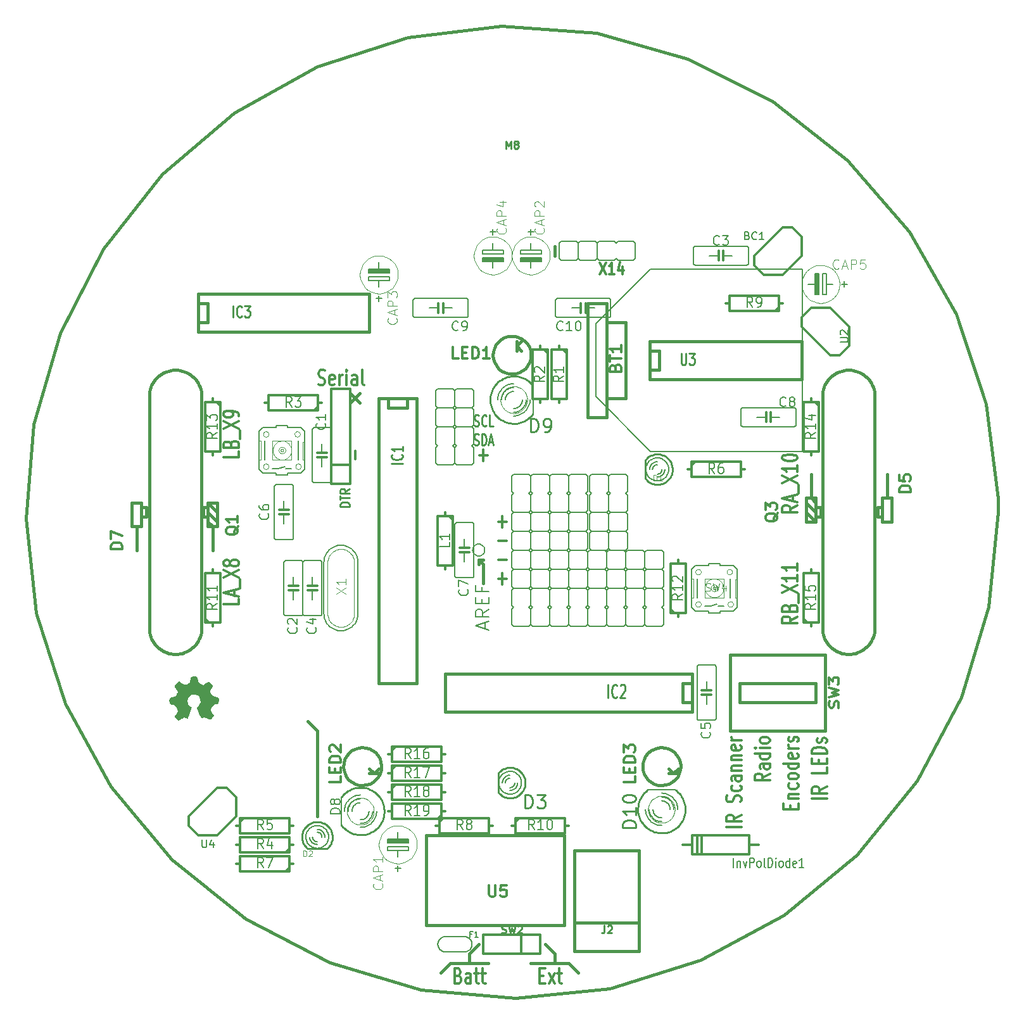
<source format=gto>
G04 (created by PCBNEW-RS274X (2011-nov-30)-testing) date Mon 09 Jul 2012 07:17:13 PM CEST*
%MOIN*%
G04 Gerber Fmt 3.4, Leading zero omitted, Abs format*
%FSLAX34Y34*%
G01*
G70*
G90*
G04 APERTURE LIST*
%ADD10C,0.006*%
%ADD11C,0.012*%
%ADD12C,0.015*%
%ADD13C,0.01*%
%ADD14C,0.005*%
%ADD15C,0.007*%
%ADD16C,0.0035*%
%ADD17C,0.002*%
%ADD18C,0.0025*%
%ADD19C,0.001*%
%ADD20C,0.008*%
%ADD21C,0.003*%
%ADD22C,0.0001*%
%ADD23C,0.0113*%
%ADD24C,0.0097*%
G04 APERTURE END LIST*
G54D10*
G54D11*
X73489Y-40995D02*
X73108Y-41195D01*
X73489Y-41338D02*
X72689Y-41338D01*
X72689Y-41110D01*
X72727Y-41052D01*
X72765Y-41024D01*
X72841Y-40995D01*
X72955Y-40995D01*
X73032Y-41024D01*
X73070Y-41052D01*
X73108Y-41110D01*
X73108Y-41338D01*
X73260Y-40767D02*
X73260Y-40481D01*
X73489Y-40824D02*
X72689Y-40624D01*
X73489Y-40424D01*
X73565Y-40367D02*
X73565Y-39910D01*
X72689Y-39824D02*
X73489Y-39424D01*
X72689Y-39424D02*
X73489Y-39824D01*
X73489Y-38882D02*
X73489Y-39225D01*
X73489Y-39053D02*
X72689Y-39053D01*
X72803Y-39110D01*
X72879Y-39168D01*
X72917Y-39225D01*
X72689Y-38511D02*
X72689Y-38454D01*
X72727Y-38397D01*
X72765Y-38368D01*
X72841Y-38339D01*
X72994Y-38311D01*
X73184Y-38311D01*
X73336Y-38339D01*
X73413Y-38368D01*
X73451Y-38397D01*
X73489Y-38454D01*
X73489Y-38511D01*
X73451Y-38568D01*
X73413Y-38597D01*
X73336Y-38625D01*
X73184Y-38654D01*
X72994Y-38654D01*
X72841Y-38625D01*
X72765Y-38597D01*
X72727Y-38568D01*
X72689Y-38511D01*
X73489Y-46838D02*
X73108Y-47038D01*
X73489Y-47181D02*
X72689Y-47181D01*
X72689Y-46953D01*
X72727Y-46895D01*
X72765Y-46867D01*
X72841Y-46838D01*
X72955Y-46838D01*
X73032Y-46867D01*
X73070Y-46895D01*
X73108Y-46953D01*
X73108Y-47181D01*
X73070Y-46381D02*
X73108Y-46295D01*
X73146Y-46267D01*
X73222Y-46238D01*
X73336Y-46238D01*
X73413Y-46267D01*
X73451Y-46295D01*
X73489Y-46353D01*
X73489Y-46581D01*
X72689Y-46581D01*
X72689Y-46381D01*
X72727Y-46324D01*
X72765Y-46295D01*
X72841Y-46267D01*
X72917Y-46267D01*
X72994Y-46295D01*
X73032Y-46324D01*
X73070Y-46381D01*
X73070Y-46581D01*
X73565Y-46124D02*
X73565Y-45667D01*
X72689Y-45581D02*
X73489Y-45181D01*
X72689Y-45181D02*
X73489Y-45581D01*
X73489Y-44639D02*
X73489Y-44982D01*
X73489Y-44810D02*
X72689Y-44810D01*
X72803Y-44867D01*
X72879Y-44925D01*
X72917Y-44982D01*
X73489Y-44068D02*
X73489Y-44411D01*
X73489Y-44239D02*
X72689Y-44239D01*
X72803Y-44296D01*
X72879Y-44354D01*
X72917Y-44411D01*
X44089Y-38152D02*
X44089Y-38438D01*
X43289Y-38438D01*
X43670Y-37752D02*
X43708Y-37666D01*
X43746Y-37638D01*
X43822Y-37609D01*
X43936Y-37609D01*
X44013Y-37638D01*
X44051Y-37666D01*
X44089Y-37724D01*
X44089Y-37952D01*
X43289Y-37952D01*
X43289Y-37752D01*
X43327Y-37695D01*
X43365Y-37666D01*
X43441Y-37638D01*
X43517Y-37638D01*
X43594Y-37666D01*
X43632Y-37695D01*
X43670Y-37752D01*
X43670Y-37952D01*
X44165Y-37495D02*
X44165Y-37038D01*
X43289Y-36952D02*
X44089Y-36552D01*
X43289Y-36552D02*
X44089Y-36952D01*
X44089Y-36296D02*
X44089Y-36181D01*
X44051Y-36124D01*
X44013Y-36096D01*
X43898Y-36038D01*
X43746Y-36010D01*
X43441Y-36010D01*
X43365Y-36038D01*
X43327Y-36067D01*
X43289Y-36124D01*
X43289Y-36238D01*
X43327Y-36296D01*
X43365Y-36324D01*
X43441Y-36353D01*
X43632Y-36353D01*
X43708Y-36324D01*
X43746Y-36296D01*
X43784Y-36238D01*
X43784Y-36124D01*
X43746Y-36067D01*
X43708Y-36038D01*
X43632Y-36010D01*
X44089Y-45909D02*
X44089Y-46195D01*
X43289Y-46195D01*
X43860Y-45738D02*
X43860Y-45452D01*
X44089Y-45795D02*
X43289Y-45595D01*
X44089Y-45395D01*
X44165Y-45338D02*
X44165Y-44881D01*
X43289Y-44795D02*
X44089Y-44395D01*
X43289Y-44395D02*
X44089Y-44795D01*
X43632Y-44081D02*
X43594Y-44139D01*
X43555Y-44167D01*
X43479Y-44196D01*
X43441Y-44196D01*
X43365Y-44167D01*
X43327Y-44139D01*
X43289Y-44081D01*
X43289Y-43967D01*
X43327Y-43910D01*
X43365Y-43881D01*
X43441Y-43853D01*
X43479Y-43853D01*
X43555Y-43881D01*
X43594Y-43910D01*
X43632Y-43967D01*
X43632Y-44081D01*
X43670Y-44139D01*
X43708Y-44167D01*
X43784Y-44196D01*
X43936Y-44196D01*
X44013Y-44167D01*
X44051Y-44139D01*
X44089Y-44081D01*
X44089Y-43967D01*
X44051Y-43910D01*
X44013Y-43881D01*
X43936Y-43853D01*
X43784Y-43853D01*
X43708Y-43881D01*
X43670Y-43910D01*
X43632Y-43967D01*
G54D12*
X49965Y-35589D02*
X50465Y-35089D01*
X49965Y-35089D02*
X50465Y-35589D01*
G54D11*
X63072Y-28232D02*
X63406Y-28832D01*
X63406Y-28232D02*
X63072Y-28832D01*
X63858Y-28832D02*
X63572Y-28832D01*
X63715Y-28832D02*
X63715Y-28232D01*
X63667Y-28318D01*
X63620Y-28375D01*
X63572Y-28403D01*
X64286Y-28432D02*
X64286Y-28832D01*
X64167Y-28203D02*
X64048Y-28632D01*
X64358Y-28632D01*
G54D12*
X60715Y-27839D02*
X60715Y-27339D01*
X61465Y-65089D02*
X61965Y-65589D01*
X59465Y-65089D02*
X61465Y-65089D01*
X55215Y-65089D02*
X54715Y-65589D01*
X55465Y-65089D02*
X55215Y-65089D01*
X55465Y-65089D02*
X57215Y-65089D01*
X56215Y-64589D02*
X56215Y-65089D01*
X56715Y-64089D02*
X56215Y-64589D01*
X60715Y-64589D02*
X60715Y-65089D01*
X60215Y-64089D02*
X60715Y-64589D01*
X48215Y-52839D02*
X47715Y-52339D01*
X48215Y-57339D02*
X48215Y-52839D01*
X56715Y-43839D02*
X56965Y-43839D01*
X56715Y-43839D02*
X56715Y-44089D01*
X56965Y-45089D02*
X56965Y-44839D01*
X56965Y-44089D02*
X56965Y-44839D01*
X56715Y-43839D02*
X56965Y-44089D01*
G54D13*
X49917Y-41046D02*
X49417Y-41046D01*
X49417Y-40951D01*
X49441Y-40893D01*
X49489Y-40855D01*
X49536Y-40836D01*
X49632Y-40817D01*
X49703Y-40817D01*
X49798Y-40836D01*
X49846Y-40855D01*
X49894Y-40893D01*
X49917Y-40951D01*
X49917Y-41046D01*
X49417Y-40703D02*
X49417Y-40474D01*
X49917Y-40589D02*
X49417Y-40589D01*
X49917Y-40112D02*
X49679Y-40246D01*
X49917Y-40341D02*
X49417Y-40341D01*
X49417Y-40188D01*
X49441Y-40150D01*
X49465Y-40131D01*
X49513Y-40112D01*
X49584Y-40112D01*
X49632Y-40131D01*
X49655Y-40150D01*
X49679Y-40188D01*
X49679Y-40341D01*
G54D11*
X50234Y-38567D02*
X50234Y-38110D01*
X48280Y-34625D02*
X48366Y-34663D01*
X48509Y-34663D01*
X48566Y-34625D01*
X48595Y-34587D01*
X48623Y-34510D01*
X48623Y-34434D01*
X48595Y-34358D01*
X48566Y-34320D01*
X48509Y-34282D01*
X48395Y-34244D01*
X48337Y-34206D01*
X48309Y-34168D01*
X48280Y-34091D01*
X48280Y-34015D01*
X48309Y-33939D01*
X48337Y-33901D01*
X48395Y-33863D01*
X48537Y-33863D01*
X48623Y-33901D01*
X49108Y-34625D02*
X49051Y-34663D01*
X48937Y-34663D01*
X48880Y-34625D01*
X48851Y-34549D01*
X48851Y-34244D01*
X48880Y-34168D01*
X48937Y-34129D01*
X49051Y-34129D01*
X49108Y-34168D01*
X49137Y-34244D01*
X49137Y-34320D01*
X48851Y-34396D01*
X49394Y-34663D02*
X49394Y-34129D01*
X49394Y-34282D02*
X49422Y-34206D01*
X49451Y-34168D01*
X49508Y-34129D01*
X49565Y-34129D01*
X49765Y-34663D02*
X49765Y-34129D01*
X49765Y-33863D02*
X49736Y-33901D01*
X49765Y-33939D01*
X49793Y-33901D01*
X49765Y-33863D01*
X49765Y-33939D01*
X50308Y-34663D02*
X50308Y-34244D01*
X50279Y-34168D01*
X50222Y-34129D01*
X50108Y-34129D01*
X50051Y-34168D01*
X50308Y-34625D02*
X50251Y-34663D01*
X50108Y-34663D01*
X50051Y-34625D01*
X50022Y-34549D01*
X50022Y-34472D01*
X50051Y-34396D01*
X50108Y-34358D01*
X50251Y-34358D01*
X50308Y-34320D01*
X50680Y-34663D02*
X50622Y-34625D01*
X50594Y-34549D01*
X50594Y-33863D01*
X59922Y-65744D02*
X60122Y-65744D01*
X60208Y-66163D02*
X59922Y-66163D01*
X59922Y-65363D01*
X60208Y-65363D01*
X60408Y-66163D02*
X60722Y-65629D01*
X60408Y-65629D02*
X60722Y-66163D01*
X60865Y-65629D02*
X61094Y-65629D01*
X60951Y-65363D02*
X60951Y-66049D01*
X60979Y-66125D01*
X61037Y-66163D01*
X61094Y-66163D01*
X55644Y-65744D02*
X55730Y-65782D01*
X55758Y-65820D01*
X55787Y-65896D01*
X55787Y-66010D01*
X55758Y-66087D01*
X55730Y-66125D01*
X55672Y-66163D01*
X55444Y-66163D01*
X55444Y-65363D01*
X55644Y-65363D01*
X55701Y-65401D01*
X55730Y-65439D01*
X55758Y-65515D01*
X55758Y-65591D01*
X55730Y-65668D01*
X55701Y-65706D01*
X55644Y-65744D01*
X55444Y-65744D01*
X56301Y-66163D02*
X56301Y-65744D01*
X56272Y-65668D01*
X56215Y-65629D01*
X56101Y-65629D01*
X56044Y-65668D01*
X56301Y-66125D02*
X56244Y-66163D01*
X56101Y-66163D01*
X56044Y-66125D01*
X56015Y-66049D01*
X56015Y-65972D01*
X56044Y-65896D01*
X56101Y-65858D01*
X56244Y-65858D01*
X56301Y-65820D01*
X56501Y-65629D02*
X56730Y-65629D01*
X56587Y-65363D02*
X56587Y-66049D01*
X56615Y-66125D01*
X56673Y-66163D01*
X56730Y-66163D01*
X56844Y-65629D02*
X57073Y-65629D01*
X56930Y-65363D02*
X56930Y-66049D01*
X56958Y-66125D01*
X57016Y-66163D01*
X57073Y-66163D01*
G54D12*
X51215Y-55089D02*
X51465Y-54839D01*
X51215Y-55089D02*
X50965Y-54839D01*
X51465Y-55089D02*
X50965Y-55089D01*
X66965Y-55089D02*
X66715Y-54839D01*
X66965Y-55089D02*
X67215Y-54839D01*
X66715Y-55089D02*
X67215Y-55089D01*
X58715Y-32589D02*
X58965Y-32839D01*
X58715Y-32589D02*
X58965Y-32339D01*
X58715Y-32839D02*
X58715Y-32589D01*
X58715Y-32589D02*
X58715Y-32339D01*
G54D11*
X57737Y-44858D02*
X58194Y-44858D01*
X57965Y-45163D02*
X57965Y-44553D01*
X57737Y-43858D02*
X58194Y-43858D01*
X57737Y-42858D02*
X58194Y-42858D01*
X57737Y-41858D02*
X58194Y-41858D01*
X57965Y-42163D02*
X57965Y-41553D01*
X56737Y-38358D02*
X57194Y-38358D01*
X56965Y-38663D02*
X56965Y-38053D01*
G54D13*
X56489Y-36803D02*
X56546Y-36832D01*
X56642Y-36832D01*
X56680Y-36803D01*
X56699Y-36775D01*
X56718Y-36718D01*
X56718Y-36660D01*
X56699Y-36603D01*
X56680Y-36575D01*
X56642Y-36546D01*
X56565Y-36518D01*
X56527Y-36489D01*
X56508Y-36460D01*
X56489Y-36403D01*
X56489Y-36346D01*
X56508Y-36289D01*
X56527Y-36260D01*
X56565Y-36232D01*
X56661Y-36232D01*
X56718Y-36260D01*
X57118Y-36775D02*
X57099Y-36803D01*
X57042Y-36832D01*
X57004Y-36832D01*
X56946Y-36803D01*
X56908Y-36746D01*
X56889Y-36689D01*
X56870Y-36575D01*
X56870Y-36489D01*
X56889Y-36375D01*
X56908Y-36318D01*
X56946Y-36260D01*
X57004Y-36232D01*
X57042Y-36232D01*
X57099Y-36260D01*
X57118Y-36289D01*
X57480Y-36832D02*
X57289Y-36832D01*
X57289Y-36232D01*
X56479Y-37803D02*
X56536Y-37832D01*
X56632Y-37832D01*
X56670Y-37803D01*
X56689Y-37775D01*
X56708Y-37718D01*
X56708Y-37660D01*
X56689Y-37603D01*
X56670Y-37575D01*
X56632Y-37546D01*
X56555Y-37518D01*
X56517Y-37489D01*
X56498Y-37460D01*
X56479Y-37403D01*
X56479Y-37346D01*
X56498Y-37289D01*
X56517Y-37260D01*
X56555Y-37232D01*
X56651Y-37232D01*
X56708Y-37260D01*
X56879Y-37832D02*
X56879Y-37232D01*
X56974Y-37232D01*
X57032Y-37260D01*
X57070Y-37318D01*
X57089Y-37375D01*
X57108Y-37489D01*
X57108Y-37575D01*
X57089Y-37689D01*
X57070Y-37746D01*
X57032Y-37803D01*
X56974Y-37832D01*
X56879Y-37832D01*
X57260Y-37660D02*
X57451Y-37660D01*
X57222Y-37832D02*
X57355Y-37232D01*
X57489Y-37832D01*
G54D11*
X70539Y-57917D02*
X69739Y-57917D01*
X70539Y-57288D02*
X70158Y-57488D01*
X70539Y-57631D02*
X69739Y-57631D01*
X69739Y-57403D01*
X69777Y-57345D01*
X69815Y-57317D01*
X69891Y-57288D01*
X70005Y-57288D01*
X70082Y-57317D01*
X70120Y-57345D01*
X70158Y-57403D01*
X70158Y-57631D01*
X70501Y-56603D02*
X70539Y-56517D01*
X70539Y-56374D01*
X70501Y-56317D01*
X70463Y-56288D01*
X70386Y-56260D01*
X70310Y-56260D01*
X70234Y-56288D01*
X70196Y-56317D01*
X70158Y-56374D01*
X70120Y-56488D01*
X70082Y-56546D01*
X70044Y-56574D01*
X69967Y-56603D01*
X69891Y-56603D01*
X69815Y-56574D01*
X69777Y-56546D01*
X69739Y-56488D01*
X69739Y-56346D01*
X69777Y-56260D01*
X70501Y-55746D02*
X70539Y-55803D01*
X70539Y-55917D01*
X70501Y-55975D01*
X70463Y-56003D01*
X70386Y-56032D01*
X70158Y-56032D01*
X70082Y-56003D01*
X70044Y-55975D01*
X70005Y-55917D01*
X70005Y-55803D01*
X70044Y-55746D01*
X70539Y-55232D02*
X70120Y-55232D01*
X70044Y-55261D01*
X70005Y-55318D01*
X70005Y-55432D01*
X70044Y-55489D01*
X70501Y-55232D02*
X70539Y-55289D01*
X70539Y-55432D01*
X70501Y-55489D01*
X70425Y-55518D01*
X70348Y-55518D01*
X70272Y-55489D01*
X70234Y-55432D01*
X70234Y-55289D01*
X70196Y-55232D01*
X70005Y-54946D02*
X70539Y-54946D01*
X70082Y-54946D02*
X70044Y-54918D01*
X70005Y-54860D01*
X70005Y-54775D01*
X70044Y-54718D01*
X70120Y-54689D01*
X70539Y-54689D01*
X70005Y-54403D02*
X70539Y-54403D01*
X70082Y-54403D02*
X70044Y-54375D01*
X70005Y-54317D01*
X70005Y-54232D01*
X70044Y-54175D01*
X70120Y-54146D01*
X70539Y-54146D01*
X70501Y-53632D02*
X70539Y-53689D01*
X70539Y-53803D01*
X70501Y-53860D01*
X70425Y-53889D01*
X70120Y-53889D01*
X70044Y-53860D01*
X70005Y-53803D01*
X70005Y-53689D01*
X70044Y-53632D01*
X70120Y-53603D01*
X70196Y-53603D01*
X70272Y-53889D01*
X70539Y-53346D02*
X70005Y-53346D01*
X70158Y-53346D02*
X70082Y-53318D01*
X70044Y-53289D01*
X70005Y-53232D01*
X70005Y-53175D01*
X72039Y-55110D02*
X71658Y-55310D01*
X72039Y-55453D02*
X71239Y-55453D01*
X71239Y-55225D01*
X71277Y-55167D01*
X71315Y-55139D01*
X71391Y-55110D01*
X71505Y-55110D01*
X71582Y-55139D01*
X71620Y-55167D01*
X71658Y-55225D01*
X71658Y-55453D01*
X72039Y-54596D02*
X71620Y-54596D01*
X71544Y-54625D01*
X71505Y-54682D01*
X71505Y-54796D01*
X71544Y-54853D01*
X72001Y-54596D02*
X72039Y-54653D01*
X72039Y-54796D01*
X72001Y-54853D01*
X71925Y-54882D01*
X71848Y-54882D01*
X71772Y-54853D01*
X71734Y-54796D01*
X71734Y-54653D01*
X71696Y-54596D01*
X72039Y-54053D02*
X71239Y-54053D01*
X72001Y-54053D02*
X72039Y-54110D01*
X72039Y-54224D01*
X72001Y-54282D01*
X71963Y-54310D01*
X71886Y-54339D01*
X71658Y-54339D01*
X71582Y-54310D01*
X71544Y-54282D01*
X71505Y-54224D01*
X71505Y-54110D01*
X71544Y-54053D01*
X72039Y-53767D02*
X71505Y-53767D01*
X71239Y-53767D02*
X71277Y-53796D01*
X71315Y-53767D01*
X71277Y-53739D01*
X71239Y-53767D01*
X71315Y-53767D01*
X72039Y-53395D02*
X72001Y-53453D01*
X71963Y-53481D01*
X71886Y-53510D01*
X71658Y-53510D01*
X71582Y-53481D01*
X71544Y-53453D01*
X71505Y-53395D01*
X71505Y-53310D01*
X71544Y-53253D01*
X71582Y-53224D01*
X71658Y-53195D01*
X71886Y-53195D01*
X71963Y-53224D01*
X72001Y-53253D01*
X72039Y-53310D01*
X72039Y-53395D01*
X73120Y-56974D02*
X73120Y-56774D01*
X73539Y-56688D02*
X73539Y-56974D01*
X72739Y-56974D01*
X72739Y-56688D01*
X73005Y-56431D02*
X73539Y-56431D01*
X73082Y-56431D02*
X73044Y-56403D01*
X73005Y-56345D01*
X73005Y-56260D01*
X73044Y-56203D01*
X73120Y-56174D01*
X73539Y-56174D01*
X73501Y-55631D02*
X73539Y-55688D01*
X73539Y-55802D01*
X73501Y-55860D01*
X73463Y-55888D01*
X73386Y-55917D01*
X73158Y-55917D01*
X73082Y-55888D01*
X73044Y-55860D01*
X73005Y-55802D01*
X73005Y-55688D01*
X73044Y-55631D01*
X73539Y-55288D02*
X73501Y-55346D01*
X73463Y-55374D01*
X73386Y-55403D01*
X73158Y-55403D01*
X73082Y-55374D01*
X73044Y-55346D01*
X73005Y-55288D01*
X73005Y-55203D01*
X73044Y-55146D01*
X73082Y-55117D01*
X73158Y-55088D01*
X73386Y-55088D01*
X73463Y-55117D01*
X73501Y-55146D01*
X73539Y-55203D01*
X73539Y-55288D01*
X73539Y-54574D02*
X72739Y-54574D01*
X73501Y-54574D02*
X73539Y-54631D01*
X73539Y-54745D01*
X73501Y-54803D01*
X73463Y-54831D01*
X73386Y-54860D01*
X73158Y-54860D01*
X73082Y-54831D01*
X73044Y-54803D01*
X73005Y-54745D01*
X73005Y-54631D01*
X73044Y-54574D01*
X73501Y-54060D02*
X73539Y-54117D01*
X73539Y-54231D01*
X73501Y-54288D01*
X73425Y-54317D01*
X73120Y-54317D01*
X73044Y-54288D01*
X73005Y-54231D01*
X73005Y-54117D01*
X73044Y-54060D01*
X73120Y-54031D01*
X73196Y-54031D01*
X73272Y-54317D01*
X73539Y-53774D02*
X73005Y-53774D01*
X73158Y-53774D02*
X73082Y-53746D01*
X73044Y-53717D01*
X73005Y-53660D01*
X73005Y-53603D01*
X73501Y-53432D02*
X73539Y-53375D01*
X73539Y-53260D01*
X73501Y-53203D01*
X73425Y-53175D01*
X73386Y-53175D01*
X73310Y-53203D01*
X73272Y-53260D01*
X73272Y-53346D01*
X73234Y-53403D01*
X73158Y-53432D01*
X73120Y-53432D01*
X73044Y-53403D01*
X73005Y-53346D01*
X73005Y-53260D01*
X73044Y-53203D01*
X75039Y-56425D02*
X74239Y-56425D01*
X75039Y-55796D02*
X74658Y-55996D01*
X75039Y-56139D02*
X74239Y-56139D01*
X74239Y-55911D01*
X74277Y-55853D01*
X74315Y-55825D01*
X74391Y-55796D01*
X74505Y-55796D01*
X74582Y-55825D01*
X74620Y-55853D01*
X74658Y-55911D01*
X74658Y-56139D01*
X75039Y-54796D02*
X75039Y-55082D01*
X74239Y-55082D01*
X74620Y-54596D02*
X74620Y-54396D01*
X75039Y-54310D02*
X75039Y-54596D01*
X74239Y-54596D01*
X74239Y-54310D01*
X75039Y-54053D02*
X74239Y-54053D01*
X74239Y-53910D01*
X74277Y-53825D01*
X74353Y-53767D01*
X74429Y-53739D01*
X74582Y-53710D01*
X74696Y-53710D01*
X74848Y-53739D01*
X74925Y-53767D01*
X75001Y-53825D01*
X75039Y-53910D01*
X75039Y-54053D01*
X75001Y-53482D02*
X75039Y-53425D01*
X75039Y-53310D01*
X75001Y-53253D01*
X74925Y-53225D01*
X74886Y-53225D01*
X74810Y-53253D01*
X74772Y-53310D01*
X74772Y-53396D01*
X74734Y-53453D01*
X74658Y-53482D01*
X74620Y-53482D01*
X74544Y-53453D01*
X74505Y-53396D01*
X74505Y-53310D01*
X74544Y-53253D01*
G54D12*
X84056Y-41339D02*
X83568Y-46309D01*
X82125Y-51090D01*
X79780Y-55500D01*
X76623Y-59371D01*
X72775Y-62554D01*
X68381Y-64930D01*
X63610Y-66407D01*
X58643Y-66929D01*
X53670Y-66476D01*
X48879Y-65066D01*
X44453Y-62752D01*
X40560Y-59623D01*
X37350Y-55797D01*
X34944Y-51420D01*
X33434Y-46659D01*
X32877Y-41696D01*
X33295Y-36720D01*
X34672Y-31919D01*
X36955Y-27477D01*
X40057Y-23562D01*
X43860Y-20325D01*
X48220Y-17889D01*
X52970Y-16345D01*
X57930Y-15754D01*
X62908Y-16137D01*
X67719Y-17480D01*
X72177Y-19732D01*
X76113Y-22807D01*
X79376Y-26588D01*
X81843Y-30931D01*
X83420Y-35670D01*
X84046Y-40625D01*
X84056Y-41339D01*
X39371Y-41339D02*
X39371Y-35237D01*
X39371Y-41339D02*
X39371Y-47441D01*
X42126Y-47441D02*
X42126Y-35237D01*
X40749Y-33859D02*
X40629Y-33865D01*
X40510Y-33880D01*
X40393Y-33906D01*
X40278Y-33943D01*
X40167Y-33989D01*
X40061Y-34044D01*
X39959Y-34109D01*
X39864Y-34182D01*
X39775Y-34263D01*
X39694Y-34352D01*
X39621Y-34447D01*
X39556Y-34549D01*
X39501Y-34655D01*
X39455Y-34766D01*
X39418Y-34881D01*
X39392Y-34998D01*
X39377Y-35117D01*
X39371Y-35237D01*
X42127Y-35237D02*
X42121Y-35117D01*
X42106Y-34998D01*
X42080Y-34881D01*
X42043Y-34766D01*
X41997Y-34655D01*
X41942Y-34549D01*
X41877Y-34447D01*
X41804Y-34352D01*
X41723Y-34263D01*
X41634Y-34182D01*
X41539Y-34109D01*
X41438Y-34044D01*
X41331Y-33989D01*
X41220Y-33943D01*
X41105Y-33906D01*
X40988Y-33880D01*
X40869Y-33865D01*
X40749Y-33859D01*
X39371Y-47441D02*
X39377Y-47561D01*
X39392Y-47680D01*
X39418Y-47797D01*
X39455Y-47912D01*
X39501Y-48023D01*
X39556Y-48129D01*
X39621Y-48231D01*
X39694Y-48326D01*
X39775Y-48415D01*
X39864Y-48496D01*
X39959Y-48569D01*
X40061Y-48634D01*
X40167Y-48689D01*
X40278Y-48735D01*
X40393Y-48772D01*
X40510Y-48798D01*
X40629Y-48813D01*
X40749Y-48819D01*
X40749Y-48818D02*
X40869Y-48812D01*
X40988Y-48797D01*
X41105Y-48771D01*
X41219Y-48734D01*
X41330Y-48688D01*
X41437Y-48633D01*
X41538Y-48568D01*
X41634Y-48495D01*
X41722Y-48414D01*
X41803Y-48326D01*
X41876Y-48230D01*
X41941Y-48129D01*
X41996Y-48022D01*
X42042Y-47911D01*
X42079Y-47797D01*
X42105Y-47680D01*
X42120Y-47561D01*
X42126Y-47441D01*
X76182Y-48818D02*
X76302Y-48812D01*
X76421Y-48797D01*
X76538Y-48771D01*
X76652Y-48734D01*
X76763Y-48688D01*
X76870Y-48633D01*
X76971Y-48568D01*
X77067Y-48495D01*
X77155Y-48414D01*
X77236Y-48326D01*
X77309Y-48230D01*
X77374Y-48129D01*
X77429Y-48022D01*
X77475Y-47911D01*
X77512Y-47797D01*
X77538Y-47680D01*
X77553Y-47561D01*
X77559Y-47441D01*
X74804Y-47441D02*
X74810Y-47561D01*
X74825Y-47680D01*
X74851Y-47797D01*
X74888Y-47912D01*
X74934Y-48023D01*
X74989Y-48129D01*
X75054Y-48231D01*
X75127Y-48326D01*
X75208Y-48415D01*
X75297Y-48496D01*
X75392Y-48569D01*
X75494Y-48634D01*
X75600Y-48689D01*
X75711Y-48735D01*
X75826Y-48772D01*
X75943Y-48798D01*
X76062Y-48813D01*
X76182Y-48819D01*
X77560Y-35237D02*
X77554Y-35117D01*
X77539Y-34998D01*
X77513Y-34881D01*
X77476Y-34766D01*
X77430Y-34655D01*
X77375Y-34549D01*
X77310Y-34447D01*
X77237Y-34352D01*
X77156Y-34263D01*
X77067Y-34182D01*
X76972Y-34109D01*
X76871Y-34044D01*
X76764Y-33989D01*
X76653Y-33943D01*
X76538Y-33906D01*
X76421Y-33880D01*
X76302Y-33865D01*
X76182Y-33859D01*
X76182Y-33859D02*
X76062Y-33865D01*
X75943Y-33880D01*
X75826Y-33906D01*
X75711Y-33943D01*
X75600Y-33989D01*
X75494Y-34044D01*
X75392Y-34109D01*
X75297Y-34182D01*
X75208Y-34263D01*
X75127Y-34352D01*
X75054Y-34447D01*
X74989Y-34549D01*
X74934Y-34655D01*
X74888Y-34766D01*
X74851Y-34881D01*
X74825Y-34998D01*
X74810Y-35117D01*
X74804Y-35237D01*
X77559Y-47441D02*
X77559Y-35237D01*
X74804Y-41339D02*
X74804Y-47441D01*
X74804Y-41339D02*
X74804Y-35237D01*
G54D14*
X55565Y-35839D02*
X56365Y-35839D01*
X55565Y-36839D02*
X56365Y-36839D01*
X56365Y-34839D02*
X56465Y-34939D01*
X56465Y-34939D02*
X56465Y-35739D01*
X56465Y-35739D02*
X56365Y-35839D01*
X55565Y-35839D02*
X55465Y-35739D01*
X55465Y-35739D02*
X55465Y-34939D01*
X55465Y-34939D02*
X55565Y-34839D01*
X56365Y-35839D02*
X56465Y-35939D01*
X56465Y-35939D02*
X56465Y-36739D01*
X55465Y-35939D02*
X55565Y-35839D01*
X55565Y-34839D02*
X56365Y-34839D01*
X55565Y-38839D02*
X55465Y-38739D01*
X55465Y-38739D02*
X55465Y-37939D01*
X55465Y-37939D02*
X55565Y-37839D01*
X55565Y-37839D02*
X55465Y-37739D01*
X55465Y-37739D02*
X55465Y-36939D01*
X55465Y-36939D02*
X55565Y-36839D01*
X55565Y-36839D02*
X55465Y-36739D01*
X55465Y-36739D02*
X55465Y-35939D01*
X56465Y-38739D02*
X56365Y-38839D01*
X56365Y-38839D02*
X55565Y-38839D01*
X56465Y-36739D02*
X56365Y-36839D01*
X56365Y-36839D02*
X56465Y-36939D01*
X56465Y-36939D02*
X56465Y-37739D01*
X56465Y-37739D02*
X56365Y-37839D01*
X56365Y-37839D02*
X56465Y-37939D01*
X56465Y-37939D02*
X56465Y-38739D01*
X54565Y-35839D02*
X55365Y-35839D01*
X54565Y-36839D02*
X55365Y-36839D01*
X55365Y-34839D02*
X55465Y-34939D01*
X55465Y-34939D02*
X55465Y-35739D01*
X55465Y-35739D02*
X55365Y-35839D01*
X54565Y-35839D02*
X54465Y-35739D01*
X54465Y-35739D02*
X54465Y-34939D01*
X54465Y-34939D02*
X54565Y-34839D01*
X55365Y-35839D02*
X55465Y-35939D01*
X55465Y-35939D02*
X55465Y-36739D01*
X54465Y-35939D02*
X54565Y-35839D01*
X54565Y-34839D02*
X55365Y-34839D01*
X54565Y-38839D02*
X54465Y-38739D01*
X54465Y-38739D02*
X54465Y-37939D01*
X54465Y-37939D02*
X54565Y-37839D01*
X54565Y-37839D02*
X54465Y-37739D01*
X54465Y-37739D02*
X54465Y-36939D01*
X54465Y-36939D02*
X54565Y-36839D01*
X54565Y-36839D02*
X54465Y-36739D01*
X54465Y-36739D02*
X54465Y-35939D01*
X55465Y-38739D02*
X55365Y-38839D01*
X55365Y-38839D02*
X54565Y-38839D01*
X55465Y-36739D02*
X55365Y-36839D01*
X55365Y-36839D02*
X55465Y-36939D01*
X55465Y-36939D02*
X55465Y-37739D01*
X55465Y-37739D02*
X55365Y-37839D01*
X55365Y-37839D02*
X55465Y-37939D01*
X55465Y-37939D02*
X55465Y-38739D01*
X60365Y-42339D02*
X59565Y-42339D01*
X60365Y-41339D02*
X59565Y-41339D01*
X59565Y-43339D02*
X59465Y-43239D01*
X59465Y-43239D02*
X59465Y-42439D01*
X59465Y-42439D02*
X59565Y-42339D01*
X60365Y-42339D02*
X60465Y-42439D01*
X60465Y-42439D02*
X60465Y-43239D01*
X60465Y-43239D02*
X60365Y-43339D01*
X59565Y-42339D02*
X59465Y-42239D01*
X59465Y-42239D02*
X59465Y-41439D01*
X60465Y-42239D02*
X60365Y-42339D01*
X60365Y-43339D02*
X59565Y-43339D01*
X60365Y-39339D02*
X60465Y-39439D01*
X60465Y-39439D02*
X60465Y-40239D01*
X60465Y-40239D02*
X60365Y-40339D01*
X60365Y-40339D02*
X60465Y-40439D01*
X60465Y-40439D02*
X60465Y-41239D01*
X60465Y-41239D02*
X60365Y-41339D01*
X60365Y-41339D02*
X60465Y-41439D01*
X60465Y-41439D02*
X60465Y-42239D01*
X59465Y-39439D02*
X59565Y-39339D01*
X59565Y-39339D02*
X60365Y-39339D01*
X59465Y-41439D02*
X59565Y-41339D01*
X59565Y-41339D02*
X59465Y-41239D01*
X59465Y-41239D02*
X59465Y-40439D01*
X59465Y-40439D02*
X59565Y-40339D01*
X59565Y-40339D02*
X59465Y-40239D01*
X59465Y-40239D02*
X59465Y-39439D01*
X59365Y-42339D02*
X58565Y-42339D01*
X59365Y-41339D02*
X58565Y-41339D01*
X58565Y-43339D02*
X58465Y-43239D01*
X58465Y-43239D02*
X58465Y-42439D01*
X58465Y-42439D02*
X58565Y-42339D01*
X59365Y-42339D02*
X59465Y-42439D01*
X59465Y-42439D02*
X59465Y-43239D01*
X59465Y-43239D02*
X59365Y-43339D01*
X58565Y-42339D02*
X58465Y-42239D01*
X58465Y-42239D02*
X58465Y-41439D01*
X59465Y-42239D02*
X59365Y-42339D01*
X59365Y-43339D02*
X58565Y-43339D01*
X59365Y-39339D02*
X59465Y-39439D01*
X59465Y-39439D02*
X59465Y-40239D01*
X59465Y-40239D02*
X59365Y-40339D01*
X59365Y-40339D02*
X59465Y-40439D01*
X59465Y-40439D02*
X59465Y-41239D01*
X59465Y-41239D02*
X59365Y-41339D01*
X59365Y-41339D02*
X59465Y-41439D01*
X59465Y-41439D02*
X59465Y-42239D01*
X58465Y-39439D02*
X58565Y-39339D01*
X58565Y-39339D02*
X59365Y-39339D01*
X58465Y-41439D02*
X58565Y-41339D01*
X58565Y-41339D02*
X58465Y-41239D01*
X58465Y-41239D02*
X58465Y-40439D01*
X58465Y-40439D02*
X58565Y-40339D01*
X58565Y-40339D02*
X58465Y-40239D01*
X58465Y-40239D02*
X58465Y-39439D01*
G54D15*
X73751Y-38139D02*
X73751Y-28539D01*
X73751Y-28539D02*
X65765Y-28539D01*
X65765Y-28539D02*
X62882Y-31423D01*
X62882Y-31423D02*
X62882Y-35255D01*
X62882Y-35255D02*
X65765Y-38139D01*
X65765Y-38139D02*
X73751Y-38139D01*
G54D14*
X73751Y-38139D02*
X73751Y-28539D01*
X73751Y-28539D02*
X65765Y-28539D01*
X65765Y-28539D02*
X62882Y-31423D01*
X62882Y-31423D02*
X62882Y-35255D01*
X62882Y-35255D02*
X65765Y-38139D01*
X65765Y-38139D02*
X73751Y-38139D01*
X59965Y-28139D02*
X59965Y-27939D01*
X58965Y-27989D02*
X58965Y-27939D01*
X58965Y-28139D02*
X58965Y-27989D01*
X60015Y-28089D02*
X58965Y-28089D01*
X58965Y-28089D02*
X58965Y-28039D01*
X58965Y-28039D02*
X59965Y-28039D01*
X59965Y-28039D02*
X59965Y-27989D01*
X59965Y-27989D02*
X58965Y-27989D01*
X59465Y-27539D02*
X59465Y-27189D01*
X58915Y-28139D02*
X60015Y-28139D01*
X60015Y-28139D02*
X60015Y-27939D01*
X60015Y-27939D02*
X58915Y-27939D01*
X58915Y-27939D02*
X58915Y-28139D01*
X59465Y-27739D02*
X58915Y-27739D01*
X58915Y-27739D02*
X58915Y-27539D01*
X58915Y-27539D02*
X60015Y-27539D01*
X60015Y-27539D02*
X60015Y-27739D01*
X59465Y-27739D02*
X60015Y-27739D01*
X59465Y-28489D02*
X59465Y-28139D01*
X59565Y-26589D02*
X59615Y-26589D01*
X59465Y-26739D02*
X59465Y-26439D01*
X59315Y-26589D02*
X59565Y-26589D01*
G54D16*
X60465Y-27839D02*
X60445Y-28033D01*
X60389Y-28220D01*
X60297Y-28392D01*
X60174Y-28543D01*
X60024Y-28668D01*
X59852Y-28760D01*
X59666Y-28818D01*
X59471Y-28838D01*
X59278Y-28821D01*
X59091Y-28766D01*
X58918Y-28675D01*
X58766Y-28553D01*
X58640Y-28403D01*
X58546Y-28232D01*
X58487Y-28046D01*
X58466Y-27852D01*
X58482Y-27659D01*
X58536Y-27471D01*
X58625Y-27298D01*
X58746Y-27145D01*
X58895Y-27018D01*
X59065Y-26923D01*
X59251Y-26863D01*
X59445Y-26840D01*
X59638Y-26855D01*
X59826Y-26907D01*
X60000Y-26995D01*
X60154Y-27115D01*
X60282Y-27263D01*
X60378Y-27433D01*
X60440Y-27618D01*
X60464Y-27812D01*
X60465Y-27839D01*
G54D12*
X61765Y-64139D02*
X61765Y-64439D01*
X61765Y-64439D02*
X65165Y-64439D01*
X65165Y-64439D02*
X65165Y-64139D01*
X61765Y-62939D02*
X65165Y-62939D01*
X61765Y-59139D02*
X65165Y-59139D01*
X65165Y-64139D02*
X65165Y-59139D01*
X61765Y-64139D02*
X61765Y-59139D01*
G54D14*
X50365Y-46689D02*
X50365Y-43989D01*
X48565Y-43989D02*
X48565Y-46689D01*
G54D17*
X50165Y-46689D02*
X50165Y-43989D01*
X48765Y-43989D02*
X48765Y-46689D01*
X49465Y-43289D02*
X49404Y-43292D01*
X49344Y-43300D01*
X49284Y-43313D01*
X49226Y-43332D01*
X49170Y-43355D01*
X49116Y-43383D01*
X49064Y-43416D01*
X49016Y-43453D01*
X48971Y-43495D01*
X48929Y-43540D01*
X48892Y-43588D01*
X48859Y-43640D01*
X48831Y-43694D01*
X48808Y-43750D01*
X48789Y-43808D01*
X48776Y-43868D01*
X48768Y-43928D01*
X48765Y-43989D01*
G54D14*
X49465Y-43089D02*
X49387Y-43093D01*
X49309Y-43103D01*
X49233Y-43120D01*
X49158Y-43144D01*
X49085Y-43174D01*
X49016Y-43210D01*
X48949Y-43252D01*
X48887Y-43300D01*
X48829Y-43353D01*
X48776Y-43411D01*
X48728Y-43473D01*
X48686Y-43540D01*
X48650Y-43609D01*
X48620Y-43682D01*
X48596Y-43757D01*
X48579Y-43833D01*
X48569Y-43911D01*
X48565Y-43989D01*
G54D17*
X50165Y-43989D02*
X50162Y-43928D01*
X50154Y-43868D01*
X50141Y-43808D01*
X50122Y-43750D01*
X50099Y-43694D01*
X50071Y-43640D01*
X50038Y-43588D01*
X50001Y-43540D01*
X49959Y-43495D01*
X49914Y-43453D01*
X49866Y-43416D01*
X49815Y-43383D01*
X49760Y-43355D01*
X49704Y-43332D01*
X49646Y-43313D01*
X49586Y-43300D01*
X49526Y-43292D01*
X49465Y-43289D01*
G54D14*
X50365Y-43989D02*
X50361Y-43911D01*
X50351Y-43833D01*
X50334Y-43757D01*
X50310Y-43682D01*
X50280Y-43609D01*
X50244Y-43540D01*
X50202Y-43473D01*
X50154Y-43411D01*
X50101Y-43353D01*
X50043Y-43300D01*
X49981Y-43252D01*
X49915Y-43210D01*
X49845Y-43174D01*
X49772Y-43144D01*
X49697Y-43120D01*
X49621Y-43103D01*
X49543Y-43093D01*
X49465Y-43089D01*
X49465Y-47589D02*
X49543Y-47585D01*
X49621Y-47575D01*
X49697Y-47558D01*
X49772Y-47534D01*
X49845Y-47504D01*
X49915Y-47468D01*
X49981Y-47426D01*
X50043Y-47378D01*
X50101Y-47325D01*
X50154Y-47267D01*
X50202Y-47205D01*
X50244Y-47138D01*
X50280Y-47069D01*
X50310Y-46996D01*
X50334Y-46921D01*
X50351Y-46845D01*
X50361Y-46767D01*
X50365Y-46689D01*
G54D17*
X49465Y-47389D02*
X49526Y-47386D01*
X49586Y-47378D01*
X49646Y-47365D01*
X49704Y-47346D01*
X49760Y-47323D01*
X49815Y-47295D01*
X49866Y-47262D01*
X49914Y-47225D01*
X49959Y-47183D01*
X50001Y-47138D01*
X50038Y-47090D01*
X50071Y-47038D01*
X50099Y-46984D01*
X50122Y-46928D01*
X50141Y-46870D01*
X50154Y-46810D01*
X50162Y-46750D01*
X50165Y-46689D01*
X48765Y-46689D02*
X48768Y-46750D01*
X48776Y-46810D01*
X48789Y-46870D01*
X48808Y-46928D01*
X48831Y-46984D01*
X48859Y-47038D01*
X48892Y-47090D01*
X48929Y-47138D01*
X48971Y-47183D01*
X49016Y-47225D01*
X49064Y-47262D01*
X49116Y-47295D01*
X49170Y-47323D01*
X49226Y-47346D01*
X49284Y-47365D01*
X49344Y-47378D01*
X49404Y-47386D01*
X49465Y-47389D01*
G54D14*
X48565Y-46689D02*
X48569Y-46767D01*
X48579Y-46845D01*
X48596Y-46921D01*
X48620Y-46996D01*
X48650Y-47069D01*
X48686Y-47138D01*
X48728Y-47205D01*
X48776Y-47267D01*
X48829Y-47325D01*
X48887Y-47378D01*
X48949Y-47426D01*
X49016Y-47468D01*
X49085Y-47504D01*
X49158Y-47534D01*
X49233Y-47558D01*
X49309Y-47575D01*
X49387Y-47585D01*
X49465Y-47589D01*
G54D11*
X73715Y-31589D02*
X75215Y-33089D01*
X75215Y-33089D02*
X75715Y-33089D01*
X75715Y-33089D02*
X76215Y-32589D01*
X76215Y-32589D02*
X76215Y-31589D01*
X76215Y-31589D02*
X75215Y-30589D01*
X75215Y-30589D02*
X74215Y-30589D01*
X74215Y-30589D02*
X73715Y-31089D01*
X73715Y-31089D02*
X73715Y-31589D01*
G54D14*
X55965Y-64489D02*
X54965Y-64489D01*
X55965Y-63689D02*
X54965Y-63689D01*
X55965Y-64489D02*
X55999Y-64487D01*
X56034Y-64482D01*
X56068Y-64475D01*
X56101Y-64464D01*
X56134Y-64451D01*
X56165Y-64435D01*
X56194Y-64416D01*
X56222Y-64395D01*
X56247Y-64371D01*
X56271Y-64346D01*
X56292Y-64318D01*
X56311Y-64288D01*
X56327Y-64258D01*
X56340Y-64225D01*
X56351Y-64192D01*
X56358Y-64158D01*
X56363Y-64123D01*
X56365Y-64089D01*
X56365Y-64089D02*
X56363Y-64055D01*
X56358Y-64020D01*
X56351Y-63986D01*
X56340Y-63953D01*
X56327Y-63920D01*
X56311Y-63890D01*
X56292Y-63860D01*
X56271Y-63832D01*
X56247Y-63807D01*
X56222Y-63783D01*
X56194Y-63762D01*
X56165Y-63743D01*
X56134Y-63727D01*
X56101Y-63714D01*
X56068Y-63703D01*
X56034Y-63696D01*
X55999Y-63691D01*
X55965Y-63689D01*
X54565Y-64089D02*
X54567Y-64123D01*
X54572Y-64158D01*
X54579Y-64192D01*
X54590Y-64225D01*
X54603Y-64258D01*
X54619Y-64288D01*
X54638Y-64318D01*
X54659Y-64346D01*
X54683Y-64371D01*
X54708Y-64395D01*
X54736Y-64416D01*
X54766Y-64435D01*
X54796Y-64451D01*
X54829Y-64464D01*
X54862Y-64475D01*
X54896Y-64482D01*
X54931Y-64487D01*
X54965Y-64489D01*
X54965Y-63689D02*
X54931Y-63691D01*
X54896Y-63696D01*
X54862Y-63703D01*
X54829Y-63714D01*
X54796Y-63727D01*
X54766Y-63743D01*
X54736Y-63762D01*
X54708Y-63783D01*
X54683Y-63807D01*
X54659Y-63832D01*
X54638Y-63860D01*
X54619Y-63890D01*
X54603Y-63920D01*
X54590Y-63953D01*
X54579Y-63986D01*
X54572Y-64020D01*
X54567Y-64055D01*
X54565Y-64089D01*
G54D11*
X49965Y-39839D02*
X48965Y-39839D01*
X48965Y-39839D02*
X48965Y-34839D01*
X48965Y-34839D02*
X49965Y-34839D01*
X49965Y-34839D02*
X49965Y-39839D01*
X49965Y-38839D02*
X48965Y-38839D01*
G54D14*
X69415Y-44039D02*
X69415Y-44139D01*
X69415Y-44039D02*
X68815Y-44039D01*
X68815Y-44139D02*
X68815Y-44039D01*
X68715Y-44139D02*
X68115Y-44139D01*
X68815Y-46639D02*
X68815Y-46539D01*
X68815Y-46639D02*
X69415Y-46639D01*
X69415Y-46539D02*
X69415Y-46639D01*
X68115Y-44139D02*
X67915Y-44339D01*
X70315Y-44339D02*
X70115Y-44139D01*
X70115Y-44139D02*
X69515Y-44139D01*
X67915Y-46339D02*
X68115Y-46539D01*
X68115Y-46539D02*
X68715Y-46539D01*
X70315Y-46339D02*
X70115Y-46539D01*
X70115Y-46539D02*
X69515Y-46539D01*
G54D17*
X68615Y-45839D02*
X69615Y-45839D01*
X69615Y-44839D02*
X69615Y-45839D01*
X69615Y-44839D02*
X68615Y-44839D01*
X68615Y-45839D02*
X68615Y-44839D01*
X67915Y-45839D02*
X68015Y-45839D01*
X68015Y-44839D02*
X68015Y-45839D01*
X68015Y-44839D02*
X67915Y-44839D01*
X70215Y-44889D02*
X70215Y-45839D01*
X70215Y-44889D02*
X70315Y-44889D01*
X70215Y-45839D02*
X70315Y-45839D01*
G54D14*
X70315Y-44339D02*
X70315Y-44489D01*
X70315Y-46339D02*
X70315Y-46189D01*
X70315Y-46189D02*
X70315Y-45839D01*
X67915Y-46339D02*
X67915Y-46189D01*
X67915Y-44339D02*
X67915Y-44489D01*
X67915Y-44489D02*
X67915Y-44839D01*
X67915Y-44839D02*
X67915Y-45839D01*
X67915Y-45839D02*
X67915Y-46189D01*
X70315Y-45839D02*
X70315Y-44889D01*
X70315Y-44889D02*
X70315Y-44489D01*
X69415Y-44139D02*
X69515Y-44139D01*
X68815Y-44139D02*
X68715Y-44139D01*
X69415Y-46539D02*
X69515Y-46539D01*
X68815Y-46539D02*
X68715Y-46539D01*
X69965Y-45839D02*
X69965Y-44839D01*
X68215Y-44839D02*
X68215Y-45839D01*
X68615Y-46289D02*
X68915Y-46289D01*
X69315Y-46289D02*
X69615Y-46289D01*
X68915Y-46289D02*
X69265Y-46189D01*
G54D18*
X69609Y-45339D02*
X69599Y-45434D01*
X69571Y-45527D01*
X69526Y-45612D01*
X69465Y-45687D01*
X69391Y-45748D01*
X69306Y-45794D01*
X69214Y-45822D01*
X69118Y-45832D01*
X69023Y-45824D01*
X68930Y-45797D01*
X68845Y-45752D01*
X68770Y-45691D01*
X68708Y-45618D01*
X68661Y-45533D01*
X68632Y-45441D01*
X68622Y-45345D01*
X68630Y-45250D01*
X68656Y-45158D01*
X68700Y-45072D01*
X68760Y-44996D01*
X68834Y-44934D01*
X68918Y-44887D01*
X69009Y-44857D01*
X69105Y-44846D01*
X69200Y-44853D01*
X69293Y-44879D01*
X69379Y-44922D01*
X69455Y-44982D01*
X69518Y-45055D01*
X69566Y-45139D01*
X69596Y-45230D01*
X69608Y-45326D01*
X69609Y-45339D01*
X70106Y-46189D02*
X70103Y-46216D01*
X70095Y-46242D01*
X70082Y-46267D01*
X70065Y-46288D01*
X70043Y-46305D01*
X70019Y-46318D01*
X69993Y-46327D01*
X69965Y-46329D01*
X69939Y-46327D01*
X69913Y-46319D01*
X69888Y-46306D01*
X69867Y-46289D01*
X69849Y-46268D01*
X69836Y-46244D01*
X69828Y-46218D01*
X69825Y-46190D01*
X69827Y-46164D01*
X69834Y-46138D01*
X69847Y-46113D01*
X69864Y-46092D01*
X69885Y-46074D01*
X69909Y-46060D01*
X69935Y-46052D01*
X69963Y-46049D01*
X69989Y-46051D01*
X70015Y-46058D01*
X70040Y-46070D01*
X70062Y-46087D01*
X70080Y-46108D01*
X70093Y-46132D01*
X70102Y-46158D01*
X70105Y-46186D01*
X70106Y-46189D01*
X70056Y-44489D02*
X70053Y-44516D01*
X70045Y-44542D01*
X70032Y-44567D01*
X70015Y-44588D01*
X69993Y-44605D01*
X69969Y-44618D01*
X69943Y-44627D01*
X69915Y-44629D01*
X69889Y-44627D01*
X69863Y-44619D01*
X69838Y-44606D01*
X69817Y-44589D01*
X69799Y-44568D01*
X69786Y-44544D01*
X69778Y-44518D01*
X69775Y-44490D01*
X69777Y-44464D01*
X69784Y-44438D01*
X69797Y-44413D01*
X69814Y-44392D01*
X69835Y-44374D01*
X69859Y-44360D01*
X69885Y-44352D01*
X69913Y-44349D01*
X69939Y-44351D01*
X69965Y-44358D01*
X69990Y-44370D01*
X70012Y-44387D01*
X70030Y-44408D01*
X70043Y-44432D01*
X70052Y-44458D01*
X70055Y-44486D01*
X70056Y-44489D01*
X68406Y-44489D02*
X68403Y-44516D01*
X68395Y-44542D01*
X68382Y-44567D01*
X68365Y-44588D01*
X68343Y-44605D01*
X68319Y-44618D01*
X68293Y-44627D01*
X68265Y-44629D01*
X68239Y-44627D01*
X68213Y-44619D01*
X68188Y-44606D01*
X68167Y-44589D01*
X68149Y-44568D01*
X68136Y-44544D01*
X68128Y-44518D01*
X68125Y-44490D01*
X68127Y-44464D01*
X68134Y-44438D01*
X68147Y-44413D01*
X68164Y-44392D01*
X68185Y-44374D01*
X68209Y-44360D01*
X68235Y-44352D01*
X68263Y-44349D01*
X68289Y-44351D01*
X68315Y-44358D01*
X68340Y-44370D01*
X68362Y-44387D01*
X68380Y-44408D01*
X68393Y-44432D01*
X68402Y-44458D01*
X68405Y-44486D01*
X68406Y-44489D01*
X68406Y-46189D02*
X68403Y-46216D01*
X68395Y-46242D01*
X68382Y-46267D01*
X68365Y-46288D01*
X68343Y-46305D01*
X68319Y-46318D01*
X68293Y-46327D01*
X68265Y-46329D01*
X68239Y-46327D01*
X68213Y-46319D01*
X68188Y-46306D01*
X68167Y-46289D01*
X68149Y-46268D01*
X68136Y-46244D01*
X68128Y-46218D01*
X68125Y-46190D01*
X68127Y-46164D01*
X68134Y-46138D01*
X68147Y-46113D01*
X68164Y-46092D01*
X68185Y-46074D01*
X68209Y-46060D01*
X68235Y-46052D01*
X68263Y-46049D01*
X68289Y-46051D01*
X68315Y-46058D01*
X68340Y-46070D01*
X68362Y-46087D01*
X68380Y-46108D01*
X68393Y-46132D01*
X68402Y-46158D01*
X68405Y-46186D01*
X68406Y-46189D01*
G54D19*
X69291Y-45339D02*
X69287Y-45373D01*
X69277Y-45406D01*
X69261Y-45436D01*
X69239Y-45463D01*
X69213Y-45484D01*
X69183Y-45501D01*
X69150Y-45511D01*
X69116Y-45514D01*
X69083Y-45511D01*
X69050Y-45502D01*
X69019Y-45486D01*
X68992Y-45464D01*
X68970Y-45438D01*
X68954Y-45408D01*
X68943Y-45375D01*
X68940Y-45341D01*
X68942Y-45308D01*
X68952Y-45275D01*
X68968Y-45244D01*
X68989Y-45217D01*
X69015Y-45195D01*
X69045Y-45178D01*
X69078Y-45168D01*
X69112Y-45164D01*
X69145Y-45166D01*
X69178Y-45175D01*
X69209Y-45191D01*
X69236Y-45212D01*
X69258Y-45238D01*
X69275Y-45268D01*
X69286Y-45301D01*
X69290Y-45335D01*
X69291Y-45339D01*
G54D18*
X69185Y-45339D02*
X69183Y-45352D01*
X69179Y-45365D01*
X69173Y-45377D01*
X69164Y-45388D01*
X69154Y-45397D01*
X69142Y-45403D01*
X69129Y-45407D01*
X69115Y-45408D01*
X69102Y-45407D01*
X69089Y-45403D01*
X69077Y-45397D01*
X69067Y-45389D01*
X69058Y-45378D01*
X69051Y-45366D01*
X69047Y-45353D01*
X69046Y-45339D01*
X69047Y-45327D01*
X69050Y-45314D01*
X69057Y-45302D01*
X69065Y-45291D01*
X69076Y-45282D01*
X69087Y-45275D01*
X69100Y-45271D01*
X69114Y-45270D01*
X69127Y-45271D01*
X69140Y-45274D01*
X69152Y-45280D01*
X69163Y-45289D01*
X69172Y-45299D01*
X69178Y-45311D01*
X69183Y-45324D01*
X69184Y-45338D01*
X69185Y-45339D01*
G54D14*
X46665Y-36789D02*
X46665Y-36889D01*
X46665Y-36789D02*
X46065Y-36789D01*
X46065Y-36889D02*
X46065Y-36789D01*
X45965Y-36889D02*
X45365Y-36889D01*
X46065Y-39389D02*
X46065Y-39289D01*
X46065Y-39389D02*
X46665Y-39389D01*
X46665Y-39289D02*
X46665Y-39389D01*
X45365Y-36889D02*
X45165Y-37089D01*
X47565Y-37089D02*
X47365Y-36889D01*
X47365Y-36889D02*
X46765Y-36889D01*
X45165Y-39089D02*
X45365Y-39289D01*
X45365Y-39289D02*
X45965Y-39289D01*
X47565Y-39089D02*
X47365Y-39289D01*
X47365Y-39289D02*
X46765Y-39289D01*
G54D17*
X45865Y-38589D02*
X46865Y-38589D01*
X46865Y-37589D02*
X46865Y-38589D01*
X46865Y-37589D02*
X45865Y-37589D01*
X45865Y-38589D02*
X45865Y-37589D01*
X45165Y-38589D02*
X45265Y-38589D01*
X45265Y-37589D02*
X45265Y-38589D01*
X45265Y-37589D02*
X45165Y-37589D01*
X47465Y-37639D02*
X47465Y-38589D01*
X47465Y-37639D02*
X47565Y-37639D01*
X47465Y-38589D02*
X47565Y-38589D01*
G54D14*
X47565Y-37089D02*
X47565Y-37239D01*
X47565Y-39089D02*
X47565Y-38939D01*
X47565Y-38939D02*
X47565Y-38589D01*
X45165Y-39089D02*
X45165Y-38939D01*
X45165Y-37089D02*
X45165Y-37239D01*
X45165Y-37239D02*
X45165Y-37589D01*
X45165Y-37589D02*
X45165Y-38589D01*
X45165Y-38589D02*
X45165Y-38939D01*
X47565Y-38589D02*
X47565Y-37639D01*
X47565Y-37639D02*
X47565Y-37239D01*
X46665Y-36889D02*
X46765Y-36889D01*
X46065Y-36889D02*
X45965Y-36889D01*
X46665Y-39289D02*
X46765Y-39289D01*
X46065Y-39289D02*
X45965Y-39289D01*
X47215Y-38589D02*
X47215Y-37589D01*
X45465Y-37589D02*
X45465Y-38589D01*
X45865Y-39039D02*
X46165Y-39039D01*
X46565Y-39039D02*
X46865Y-39039D01*
X46165Y-39039D02*
X46515Y-38939D01*
G54D18*
X46859Y-38089D02*
X46849Y-38184D01*
X46821Y-38277D01*
X46776Y-38362D01*
X46715Y-38437D01*
X46641Y-38498D01*
X46556Y-38544D01*
X46464Y-38572D01*
X46368Y-38582D01*
X46273Y-38574D01*
X46180Y-38547D01*
X46095Y-38502D01*
X46020Y-38441D01*
X45958Y-38368D01*
X45911Y-38283D01*
X45882Y-38191D01*
X45872Y-38095D01*
X45880Y-38000D01*
X45906Y-37908D01*
X45950Y-37822D01*
X46010Y-37746D01*
X46084Y-37684D01*
X46168Y-37637D01*
X46259Y-37607D01*
X46355Y-37596D01*
X46450Y-37603D01*
X46543Y-37629D01*
X46629Y-37672D01*
X46705Y-37732D01*
X46768Y-37805D01*
X46816Y-37889D01*
X46846Y-37980D01*
X46858Y-38076D01*
X46859Y-38089D01*
X47356Y-38939D02*
X47353Y-38966D01*
X47345Y-38992D01*
X47332Y-39017D01*
X47315Y-39038D01*
X47293Y-39055D01*
X47269Y-39068D01*
X47243Y-39077D01*
X47215Y-39079D01*
X47189Y-39077D01*
X47163Y-39069D01*
X47138Y-39056D01*
X47117Y-39039D01*
X47099Y-39018D01*
X47086Y-38994D01*
X47078Y-38968D01*
X47075Y-38940D01*
X47077Y-38914D01*
X47084Y-38888D01*
X47097Y-38863D01*
X47114Y-38842D01*
X47135Y-38824D01*
X47159Y-38810D01*
X47185Y-38802D01*
X47213Y-38799D01*
X47239Y-38801D01*
X47265Y-38808D01*
X47290Y-38820D01*
X47312Y-38837D01*
X47330Y-38858D01*
X47343Y-38882D01*
X47352Y-38908D01*
X47355Y-38936D01*
X47356Y-38939D01*
X47306Y-37239D02*
X47303Y-37266D01*
X47295Y-37292D01*
X47282Y-37317D01*
X47265Y-37338D01*
X47243Y-37355D01*
X47219Y-37368D01*
X47193Y-37377D01*
X47165Y-37379D01*
X47139Y-37377D01*
X47113Y-37369D01*
X47088Y-37356D01*
X47067Y-37339D01*
X47049Y-37318D01*
X47036Y-37294D01*
X47028Y-37268D01*
X47025Y-37240D01*
X47027Y-37214D01*
X47034Y-37188D01*
X47047Y-37163D01*
X47064Y-37142D01*
X47085Y-37124D01*
X47109Y-37110D01*
X47135Y-37102D01*
X47163Y-37099D01*
X47189Y-37101D01*
X47215Y-37108D01*
X47240Y-37120D01*
X47262Y-37137D01*
X47280Y-37158D01*
X47293Y-37182D01*
X47302Y-37208D01*
X47305Y-37236D01*
X47306Y-37239D01*
X45656Y-37239D02*
X45653Y-37266D01*
X45645Y-37292D01*
X45632Y-37317D01*
X45615Y-37338D01*
X45593Y-37355D01*
X45569Y-37368D01*
X45543Y-37377D01*
X45515Y-37379D01*
X45489Y-37377D01*
X45463Y-37369D01*
X45438Y-37356D01*
X45417Y-37339D01*
X45399Y-37318D01*
X45386Y-37294D01*
X45378Y-37268D01*
X45375Y-37240D01*
X45377Y-37214D01*
X45384Y-37188D01*
X45397Y-37163D01*
X45414Y-37142D01*
X45435Y-37124D01*
X45459Y-37110D01*
X45485Y-37102D01*
X45513Y-37099D01*
X45539Y-37101D01*
X45565Y-37108D01*
X45590Y-37120D01*
X45612Y-37137D01*
X45630Y-37158D01*
X45643Y-37182D01*
X45652Y-37208D01*
X45655Y-37236D01*
X45656Y-37239D01*
X45656Y-38939D02*
X45653Y-38966D01*
X45645Y-38992D01*
X45632Y-39017D01*
X45615Y-39038D01*
X45593Y-39055D01*
X45569Y-39068D01*
X45543Y-39077D01*
X45515Y-39079D01*
X45489Y-39077D01*
X45463Y-39069D01*
X45438Y-39056D01*
X45417Y-39039D01*
X45399Y-39018D01*
X45386Y-38994D01*
X45378Y-38968D01*
X45375Y-38940D01*
X45377Y-38914D01*
X45384Y-38888D01*
X45397Y-38863D01*
X45414Y-38842D01*
X45435Y-38824D01*
X45459Y-38810D01*
X45485Y-38802D01*
X45513Y-38799D01*
X45539Y-38801D01*
X45565Y-38808D01*
X45590Y-38820D01*
X45612Y-38837D01*
X45630Y-38858D01*
X45643Y-38882D01*
X45652Y-38908D01*
X45655Y-38936D01*
X45656Y-38939D01*
G54D19*
X46541Y-38089D02*
X46537Y-38123D01*
X46527Y-38156D01*
X46511Y-38186D01*
X46489Y-38213D01*
X46463Y-38234D01*
X46433Y-38251D01*
X46400Y-38261D01*
X46366Y-38264D01*
X46333Y-38261D01*
X46300Y-38252D01*
X46269Y-38236D01*
X46242Y-38214D01*
X46220Y-38188D01*
X46204Y-38158D01*
X46193Y-38125D01*
X46190Y-38091D01*
X46192Y-38058D01*
X46202Y-38025D01*
X46218Y-37994D01*
X46239Y-37967D01*
X46265Y-37945D01*
X46295Y-37928D01*
X46328Y-37918D01*
X46362Y-37914D01*
X46395Y-37916D01*
X46428Y-37925D01*
X46459Y-37941D01*
X46486Y-37962D01*
X46508Y-37988D01*
X46525Y-38018D01*
X46536Y-38051D01*
X46540Y-38085D01*
X46541Y-38089D01*
G54D18*
X46435Y-38089D02*
X46433Y-38102D01*
X46429Y-38115D01*
X46423Y-38127D01*
X46414Y-38138D01*
X46404Y-38147D01*
X46392Y-38153D01*
X46379Y-38157D01*
X46365Y-38158D01*
X46352Y-38157D01*
X46339Y-38153D01*
X46327Y-38147D01*
X46317Y-38139D01*
X46308Y-38128D01*
X46301Y-38116D01*
X46297Y-38103D01*
X46296Y-38089D01*
X46297Y-38077D01*
X46300Y-38064D01*
X46307Y-38052D01*
X46315Y-38041D01*
X46326Y-38032D01*
X46337Y-38025D01*
X46350Y-38021D01*
X46364Y-38020D01*
X46377Y-38021D01*
X46390Y-38024D01*
X46402Y-38030D01*
X46413Y-38039D01*
X46422Y-38049D01*
X46428Y-38061D01*
X46433Y-38074D01*
X46434Y-38088D01*
X46435Y-38089D01*
G54D12*
X53965Y-58339D02*
X61215Y-58339D01*
X61215Y-58339D02*
X61215Y-63089D01*
X61215Y-63089D02*
X53965Y-63089D01*
X53965Y-63089D02*
X53965Y-58339D01*
G54D11*
X59965Y-63589D02*
X59965Y-64589D01*
X59965Y-64589D02*
X56965Y-64589D01*
X56965Y-64589D02*
X56965Y-63589D01*
X56965Y-63589D02*
X59965Y-63589D01*
X58965Y-64589D02*
X58965Y-63589D01*
G54D20*
X49471Y-56337D02*
X49471Y-57837D01*
G54D21*
X51198Y-57087D02*
X51184Y-57224D01*
X51144Y-57356D01*
X51079Y-57478D01*
X50992Y-57585D01*
X50886Y-57673D01*
X50764Y-57738D01*
X50633Y-57779D01*
X50495Y-57793D01*
X50359Y-57781D01*
X50227Y-57742D01*
X50104Y-57678D01*
X49997Y-57592D01*
X49908Y-57486D01*
X49842Y-57365D01*
X49800Y-57233D01*
X49785Y-57096D01*
X49796Y-56960D01*
X49834Y-56827D01*
X49897Y-56705D01*
X49983Y-56596D01*
X50088Y-56507D01*
X50208Y-56440D01*
X50340Y-56397D01*
X50477Y-56381D01*
X50613Y-56391D01*
X50746Y-56428D01*
X50869Y-56491D01*
X50978Y-56576D01*
X51068Y-56680D01*
X51136Y-56800D01*
X51180Y-56931D01*
X51197Y-57068D01*
X51198Y-57087D01*
G54D13*
X49492Y-57837D02*
X49561Y-57921D01*
X49637Y-57999D01*
X49720Y-58070D01*
X49809Y-58134D01*
X49903Y-58189D01*
X50001Y-58236D01*
X50103Y-58275D01*
X50208Y-58304D01*
X50315Y-58324D01*
X50424Y-58335D01*
X50532Y-58336D01*
X50641Y-58327D01*
X50748Y-58310D01*
X50854Y-58283D01*
X50957Y-58246D01*
X51056Y-58201D01*
X51151Y-58148D01*
X51241Y-58086D01*
X51325Y-58017D01*
X51403Y-57941D01*
X51474Y-57858D01*
X51538Y-57769D01*
X51593Y-57675D01*
X51640Y-57577D01*
X51679Y-57475D01*
X51708Y-57370D01*
X51728Y-57263D01*
X51739Y-57154D01*
X51740Y-57046D01*
X51731Y-56937D01*
X51714Y-56830D01*
X51687Y-56724D01*
X51650Y-56621D01*
X51605Y-56522D01*
X51552Y-56427D01*
X51490Y-56337D01*
X51421Y-56253D01*
X51345Y-56175D01*
X51262Y-56104D01*
X51173Y-56040D01*
X51079Y-55985D01*
X50981Y-55938D01*
X50879Y-55899D01*
X50774Y-55870D01*
X50667Y-55850D01*
X50558Y-55839D01*
X50450Y-55838D01*
X50341Y-55847D01*
X50234Y-55864D01*
X50128Y-55891D01*
X50025Y-55928D01*
X49926Y-55973D01*
X49831Y-56026D01*
X49741Y-56088D01*
X49657Y-56157D01*
X49579Y-56233D01*
X49508Y-56316D01*
X49492Y-56337D01*
G54D10*
X50491Y-57537D02*
X50530Y-57535D01*
X50569Y-57530D01*
X50607Y-57521D01*
X50644Y-57509D01*
X50681Y-57494D01*
X50716Y-57476D01*
X50749Y-57455D01*
X50780Y-57431D01*
X50809Y-57405D01*
X50835Y-57376D01*
X50859Y-57345D01*
X50880Y-57311D01*
X50898Y-57277D01*
X50913Y-57240D01*
X50925Y-57203D01*
X50934Y-57165D01*
X50939Y-57126D01*
X50941Y-57087D01*
X50491Y-56637D02*
X50452Y-56639D01*
X50413Y-56644D01*
X50375Y-56653D01*
X50338Y-56665D01*
X50301Y-56680D01*
X50267Y-56698D01*
X50233Y-56719D01*
X50202Y-56743D01*
X50173Y-56769D01*
X50147Y-56798D01*
X50123Y-56829D01*
X50102Y-56863D01*
X50084Y-56897D01*
X50069Y-56934D01*
X50057Y-56971D01*
X50048Y-57009D01*
X50043Y-57048D01*
X50041Y-57087D01*
X50491Y-57737D02*
X50547Y-57734D01*
X50603Y-57727D01*
X50659Y-57714D01*
X50713Y-57697D01*
X50765Y-57676D01*
X50816Y-57649D01*
X50863Y-57619D01*
X50908Y-57584D01*
X50950Y-57546D01*
X50988Y-57504D01*
X51023Y-57459D01*
X51053Y-57411D01*
X51080Y-57361D01*
X51101Y-57309D01*
X51118Y-57255D01*
X51131Y-57199D01*
X51138Y-57143D01*
X51141Y-57087D01*
X50491Y-56437D02*
X50435Y-56440D01*
X50379Y-56447D01*
X50323Y-56460D01*
X50269Y-56477D01*
X50217Y-56498D01*
X50167Y-56525D01*
X50119Y-56555D01*
X50074Y-56590D01*
X50032Y-56628D01*
X49994Y-56670D01*
X49959Y-56715D01*
X49929Y-56763D01*
X49902Y-56813D01*
X49881Y-56865D01*
X49864Y-56919D01*
X49851Y-56975D01*
X49844Y-57031D01*
X49841Y-57087D01*
X50491Y-57937D02*
X50565Y-57933D01*
X50638Y-57924D01*
X50710Y-57908D01*
X50781Y-57885D01*
X50850Y-57857D01*
X50916Y-57823D01*
X50978Y-57783D01*
X51037Y-57738D01*
X51092Y-57688D01*
X51142Y-57633D01*
X51187Y-57574D01*
X51227Y-57511D01*
X51261Y-57446D01*
X51289Y-57377D01*
X51312Y-57306D01*
X51328Y-57234D01*
X51337Y-57161D01*
X51341Y-57087D01*
X50491Y-56237D02*
X50417Y-56241D01*
X50344Y-56250D01*
X50272Y-56266D01*
X50201Y-56289D01*
X50132Y-56317D01*
X50067Y-56351D01*
X50004Y-56391D01*
X49945Y-56436D01*
X49890Y-56486D01*
X49840Y-56541D01*
X49795Y-56600D01*
X49755Y-56663D01*
X49721Y-56728D01*
X49693Y-56797D01*
X49670Y-56868D01*
X49654Y-56940D01*
X49645Y-57013D01*
X49641Y-57087D01*
G54D20*
X59585Y-36183D02*
X59585Y-34683D01*
G54D21*
X59272Y-35433D02*
X59258Y-35570D01*
X59218Y-35702D01*
X59153Y-35824D01*
X59066Y-35931D01*
X58960Y-36019D01*
X58838Y-36084D01*
X58707Y-36125D01*
X58569Y-36139D01*
X58433Y-36127D01*
X58301Y-36088D01*
X58178Y-36024D01*
X58071Y-35938D01*
X57982Y-35832D01*
X57916Y-35711D01*
X57874Y-35579D01*
X57859Y-35442D01*
X57870Y-35306D01*
X57908Y-35173D01*
X57971Y-35051D01*
X58057Y-34942D01*
X58162Y-34853D01*
X58282Y-34786D01*
X58414Y-34743D01*
X58551Y-34727D01*
X58687Y-34737D01*
X58820Y-34774D01*
X58943Y-34837D01*
X59052Y-34922D01*
X59142Y-35026D01*
X59210Y-35146D01*
X59254Y-35277D01*
X59271Y-35414D01*
X59272Y-35433D01*
G54D13*
X59564Y-34683D02*
X59495Y-34599D01*
X59419Y-34521D01*
X59336Y-34450D01*
X59247Y-34386D01*
X59153Y-34331D01*
X59055Y-34284D01*
X58953Y-34245D01*
X58848Y-34216D01*
X58741Y-34196D01*
X58632Y-34185D01*
X58524Y-34184D01*
X58415Y-34193D01*
X58308Y-34210D01*
X58202Y-34237D01*
X58099Y-34274D01*
X58000Y-34319D01*
X57905Y-34372D01*
X57815Y-34434D01*
X57731Y-34503D01*
X57653Y-34579D01*
X57582Y-34662D01*
X57518Y-34751D01*
X57463Y-34845D01*
X57416Y-34943D01*
X57377Y-35045D01*
X57348Y-35150D01*
X57328Y-35257D01*
X57317Y-35366D01*
X57316Y-35474D01*
X57325Y-35583D01*
X57342Y-35690D01*
X57369Y-35796D01*
X57406Y-35899D01*
X57451Y-35998D01*
X57504Y-36093D01*
X57566Y-36183D01*
X57635Y-36267D01*
X57711Y-36345D01*
X57794Y-36416D01*
X57883Y-36480D01*
X57977Y-36535D01*
X58075Y-36582D01*
X58177Y-36621D01*
X58282Y-36650D01*
X58389Y-36670D01*
X58498Y-36681D01*
X58606Y-36682D01*
X58715Y-36673D01*
X58822Y-36656D01*
X58928Y-36629D01*
X59031Y-36592D01*
X59130Y-36547D01*
X59225Y-36494D01*
X59315Y-36432D01*
X59399Y-36363D01*
X59477Y-36287D01*
X59548Y-36204D01*
X59564Y-36183D01*
G54D10*
X58565Y-34983D02*
X58526Y-34985D01*
X58487Y-34990D01*
X58449Y-34999D01*
X58412Y-35011D01*
X58375Y-35026D01*
X58341Y-35044D01*
X58307Y-35065D01*
X58276Y-35089D01*
X58247Y-35115D01*
X58221Y-35144D01*
X58197Y-35175D01*
X58176Y-35209D01*
X58158Y-35243D01*
X58143Y-35280D01*
X58131Y-35317D01*
X58122Y-35355D01*
X58117Y-35394D01*
X58115Y-35433D01*
X58565Y-35883D02*
X58604Y-35881D01*
X58643Y-35876D01*
X58681Y-35867D01*
X58718Y-35855D01*
X58755Y-35840D01*
X58790Y-35822D01*
X58823Y-35801D01*
X58854Y-35777D01*
X58883Y-35751D01*
X58909Y-35722D01*
X58933Y-35691D01*
X58954Y-35657D01*
X58972Y-35623D01*
X58987Y-35586D01*
X58999Y-35549D01*
X59008Y-35511D01*
X59013Y-35472D01*
X59015Y-35433D01*
X58565Y-34783D02*
X58509Y-34786D01*
X58453Y-34793D01*
X58397Y-34806D01*
X58343Y-34823D01*
X58291Y-34844D01*
X58241Y-34871D01*
X58193Y-34901D01*
X58148Y-34936D01*
X58106Y-34974D01*
X58068Y-35016D01*
X58033Y-35061D01*
X58003Y-35109D01*
X57976Y-35159D01*
X57955Y-35211D01*
X57938Y-35265D01*
X57925Y-35321D01*
X57918Y-35377D01*
X57915Y-35433D01*
X58565Y-36083D02*
X58621Y-36080D01*
X58677Y-36073D01*
X58733Y-36060D01*
X58787Y-36043D01*
X58839Y-36022D01*
X58890Y-35995D01*
X58937Y-35965D01*
X58982Y-35930D01*
X59024Y-35892D01*
X59062Y-35850D01*
X59097Y-35805D01*
X59127Y-35757D01*
X59154Y-35707D01*
X59175Y-35655D01*
X59192Y-35601D01*
X59205Y-35545D01*
X59212Y-35489D01*
X59215Y-35433D01*
X58565Y-34583D02*
X58491Y-34587D01*
X58418Y-34596D01*
X58346Y-34612D01*
X58275Y-34635D01*
X58206Y-34663D01*
X58141Y-34697D01*
X58078Y-34737D01*
X58019Y-34782D01*
X57964Y-34832D01*
X57914Y-34887D01*
X57869Y-34946D01*
X57829Y-35009D01*
X57795Y-35074D01*
X57767Y-35143D01*
X57744Y-35214D01*
X57728Y-35286D01*
X57719Y-35359D01*
X57715Y-35433D01*
X58565Y-36283D02*
X58639Y-36279D01*
X58712Y-36270D01*
X58784Y-36254D01*
X58855Y-36231D01*
X58924Y-36203D01*
X58990Y-36169D01*
X59052Y-36129D01*
X59111Y-36084D01*
X59166Y-36034D01*
X59216Y-35979D01*
X59261Y-35920D01*
X59301Y-35857D01*
X59335Y-35792D01*
X59363Y-35723D01*
X59386Y-35652D01*
X59402Y-35580D01*
X59411Y-35507D01*
X59415Y-35433D01*
G54D20*
X67089Y-55967D02*
X65589Y-55967D01*
G54D21*
X67046Y-56987D02*
X67032Y-57124D01*
X66992Y-57256D01*
X66927Y-57378D01*
X66840Y-57485D01*
X66734Y-57573D01*
X66612Y-57638D01*
X66481Y-57679D01*
X66343Y-57693D01*
X66207Y-57681D01*
X66075Y-57642D01*
X65952Y-57578D01*
X65845Y-57492D01*
X65756Y-57386D01*
X65690Y-57265D01*
X65648Y-57133D01*
X65633Y-56996D01*
X65644Y-56860D01*
X65682Y-56727D01*
X65745Y-56605D01*
X65831Y-56496D01*
X65936Y-56407D01*
X66056Y-56340D01*
X66188Y-56297D01*
X66325Y-56281D01*
X66461Y-56291D01*
X66594Y-56328D01*
X66717Y-56391D01*
X66826Y-56476D01*
X66916Y-56580D01*
X66984Y-56700D01*
X67028Y-56831D01*
X67045Y-56968D01*
X67046Y-56987D01*
G54D13*
X65589Y-55988D02*
X65505Y-56057D01*
X65427Y-56133D01*
X65356Y-56216D01*
X65292Y-56305D01*
X65237Y-56399D01*
X65190Y-56497D01*
X65151Y-56599D01*
X65122Y-56704D01*
X65102Y-56811D01*
X65091Y-56920D01*
X65090Y-57028D01*
X65099Y-57137D01*
X65116Y-57244D01*
X65143Y-57350D01*
X65180Y-57453D01*
X65225Y-57552D01*
X65278Y-57647D01*
X65340Y-57737D01*
X65409Y-57821D01*
X65485Y-57899D01*
X65568Y-57970D01*
X65657Y-58034D01*
X65751Y-58089D01*
X65849Y-58136D01*
X65951Y-58175D01*
X66056Y-58204D01*
X66163Y-58224D01*
X66272Y-58235D01*
X66380Y-58236D01*
X66489Y-58227D01*
X66596Y-58210D01*
X66702Y-58183D01*
X66805Y-58146D01*
X66904Y-58101D01*
X66999Y-58048D01*
X67089Y-57986D01*
X67173Y-57917D01*
X67251Y-57841D01*
X67322Y-57758D01*
X67386Y-57669D01*
X67441Y-57575D01*
X67488Y-57477D01*
X67527Y-57375D01*
X67556Y-57270D01*
X67576Y-57163D01*
X67587Y-57054D01*
X67588Y-56946D01*
X67579Y-56837D01*
X67562Y-56730D01*
X67535Y-56624D01*
X67498Y-56521D01*
X67453Y-56422D01*
X67400Y-56327D01*
X67338Y-56237D01*
X67269Y-56153D01*
X67193Y-56075D01*
X67110Y-56004D01*
X67089Y-55988D01*
G54D10*
X65889Y-56987D02*
X65891Y-57026D01*
X65896Y-57065D01*
X65905Y-57103D01*
X65917Y-57140D01*
X65932Y-57177D01*
X65950Y-57211D01*
X65971Y-57245D01*
X65995Y-57276D01*
X66021Y-57305D01*
X66050Y-57331D01*
X66081Y-57355D01*
X66115Y-57376D01*
X66149Y-57394D01*
X66186Y-57409D01*
X66223Y-57421D01*
X66261Y-57430D01*
X66300Y-57435D01*
X66339Y-57437D01*
X66789Y-56987D02*
X66787Y-56948D01*
X66782Y-56909D01*
X66773Y-56871D01*
X66761Y-56834D01*
X66746Y-56797D01*
X66728Y-56763D01*
X66707Y-56729D01*
X66683Y-56698D01*
X66657Y-56669D01*
X66628Y-56643D01*
X66597Y-56619D01*
X66564Y-56598D01*
X66529Y-56580D01*
X66492Y-56565D01*
X66455Y-56553D01*
X66417Y-56544D01*
X66378Y-56539D01*
X66339Y-56537D01*
X65689Y-56987D02*
X65692Y-57043D01*
X65699Y-57099D01*
X65712Y-57155D01*
X65729Y-57209D01*
X65750Y-57261D01*
X65777Y-57311D01*
X65807Y-57359D01*
X65842Y-57404D01*
X65880Y-57446D01*
X65922Y-57484D01*
X65967Y-57519D01*
X66015Y-57549D01*
X66065Y-57576D01*
X66117Y-57597D01*
X66171Y-57614D01*
X66227Y-57627D01*
X66283Y-57634D01*
X66339Y-57637D01*
X66989Y-56987D02*
X66986Y-56931D01*
X66979Y-56875D01*
X66966Y-56819D01*
X66949Y-56765D01*
X66928Y-56713D01*
X66901Y-56663D01*
X66871Y-56615D01*
X66836Y-56570D01*
X66798Y-56528D01*
X66756Y-56490D01*
X66711Y-56455D01*
X66664Y-56425D01*
X66613Y-56398D01*
X66561Y-56377D01*
X66507Y-56360D01*
X66451Y-56347D01*
X66395Y-56340D01*
X66339Y-56337D01*
X65489Y-56987D02*
X65493Y-57061D01*
X65502Y-57134D01*
X65518Y-57206D01*
X65541Y-57277D01*
X65569Y-57346D01*
X65603Y-57411D01*
X65643Y-57474D01*
X65688Y-57533D01*
X65738Y-57588D01*
X65793Y-57638D01*
X65852Y-57683D01*
X65915Y-57723D01*
X65980Y-57757D01*
X66049Y-57785D01*
X66120Y-57808D01*
X66192Y-57824D01*
X66265Y-57833D01*
X66339Y-57837D01*
X67189Y-56987D02*
X67185Y-56913D01*
X67176Y-56840D01*
X67160Y-56768D01*
X67137Y-56697D01*
X67109Y-56628D01*
X67075Y-56563D01*
X67035Y-56500D01*
X66990Y-56441D01*
X66940Y-56386D01*
X66885Y-56336D01*
X66826Y-56291D01*
X66764Y-56251D01*
X66698Y-56217D01*
X66629Y-56189D01*
X66558Y-56166D01*
X66486Y-56150D01*
X66413Y-56141D01*
X66339Y-56137D01*
G54D13*
X65495Y-38589D02*
X65495Y-39589D01*
G54D10*
X66575Y-39473D02*
X66607Y-39431D01*
X66635Y-39387D01*
X66659Y-39340D01*
X66679Y-39292D01*
X66695Y-39242D01*
X66706Y-39191D01*
X66712Y-39139D01*
X66715Y-39089D01*
X66714Y-39089D02*
X66711Y-39037D01*
X66704Y-38985D01*
X66693Y-38934D01*
X66677Y-38885D01*
X66657Y-38836D01*
X66633Y-38790D01*
X66605Y-38746D01*
X66573Y-38704D01*
X66562Y-38692D01*
X65516Y-39089D02*
X65519Y-39141D01*
X65526Y-39193D01*
X65537Y-39244D01*
X65553Y-39293D01*
X65573Y-39342D01*
X65597Y-39388D01*
X65625Y-39432D01*
X65657Y-39474D01*
X65661Y-39478D01*
X65655Y-38705D02*
X65623Y-38747D01*
X65595Y-38791D01*
X65571Y-38838D01*
X65551Y-38886D01*
X65535Y-38936D01*
X65524Y-38987D01*
X65518Y-39039D01*
X65515Y-39089D01*
X65628Y-39438D02*
X65660Y-39479D01*
X65696Y-39517D01*
X65735Y-39552D01*
X65777Y-39584D01*
X65821Y-39611D01*
X65868Y-39635D01*
X65916Y-39654D01*
X65966Y-39670D01*
X66018Y-39680D01*
X66069Y-39687D01*
X66115Y-39689D01*
X66115Y-39689D02*
X66167Y-39686D01*
X66219Y-39679D01*
X66270Y-39668D01*
X66320Y-39652D01*
X66368Y-39632D01*
X66415Y-39608D01*
X66459Y-39580D01*
X66500Y-39548D01*
X66539Y-39513D01*
X66574Y-39474D01*
X66594Y-39449D01*
X66115Y-38490D02*
X66063Y-38493D01*
X66011Y-38500D01*
X65960Y-38511D01*
X65911Y-38527D01*
X65862Y-38547D01*
X65816Y-38571D01*
X65772Y-38599D01*
X65730Y-38631D01*
X65692Y-38666D01*
X65657Y-38704D01*
X65643Y-38722D01*
X66588Y-38721D02*
X66554Y-38681D01*
X66517Y-38644D01*
X66476Y-38611D01*
X66433Y-38581D01*
X66388Y-38555D01*
X66340Y-38534D01*
X66291Y-38516D01*
X66240Y-38503D01*
X66189Y-38494D01*
X66136Y-38490D01*
X66115Y-38489D01*
X66115Y-39339D02*
X66136Y-39338D01*
X66158Y-39335D01*
X66179Y-39330D01*
X66200Y-39323D01*
X66220Y-39315D01*
X66240Y-39305D01*
X66258Y-39293D01*
X66275Y-39280D01*
X66291Y-39265D01*
X66306Y-39249D01*
X66319Y-39232D01*
X66331Y-39213D01*
X66341Y-39194D01*
X66349Y-39174D01*
X66356Y-39153D01*
X66361Y-39132D01*
X66364Y-39110D01*
X66365Y-39089D01*
X66115Y-39489D02*
X66149Y-39487D01*
X66184Y-39482D01*
X66218Y-39475D01*
X66251Y-39464D01*
X66284Y-39451D01*
X66315Y-39435D01*
X66344Y-39416D01*
X66372Y-39395D01*
X66397Y-39371D01*
X66421Y-39346D01*
X66442Y-39318D01*
X66461Y-39288D01*
X66477Y-39258D01*
X66490Y-39225D01*
X66501Y-39192D01*
X66508Y-39158D01*
X66513Y-39123D01*
X66515Y-39089D01*
X66115Y-38839D02*
X66094Y-38840D01*
X66072Y-38843D01*
X66051Y-38848D01*
X66030Y-38855D01*
X66010Y-38863D01*
X65991Y-38873D01*
X65972Y-38885D01*
X65955Y-38898D01*
X65939Y-38913D01*
X65924Y-38929D01*
X65911Y-38946D01*
X65899Y-38965D01*
X65889Y-38984D01*
X65881Y-39004D01*
X65874Y-39025D01*
X65869Y-39046D01*
X65866Y-39068D01*
X65865Y-39089D01*
X66115Y-38689D02*
X66081Y-38691D01*
X66046Y-38696D01*
X66012Y-38703D01*
X65979Y-38714D01*
X65946Y-38727D01*
X65916Y-38743D01*
X65886Y-38762D01*
X65858Y-38783D01*
X65833Y-38807D01*
X65809Y-38832D01*
X65788Y-38860D01*
X65769Y-38890D01*
X65753Y-38920D01*
X65740Y-38953D01*
X65729Y-38986D01*
X65722Y-39020D01*
X65717Y-39055D01*
X65715Y-39089D01*
G54D13*
X65502Y-39602D02*
X65549Y-39653D01*
X65600Y-39700D01*
X65655Y-39743D01*
X65714Y-39781D01*
X65776Y-39813D01*
X65841Y-39840D01*
X65907Y-39861D01*
X65975Y-39876D01*
X66044Y-39885D01*
X66114Y-39888D01*
X66115Y-39889D01*
X66115Y-39888D02*
X66184Y-39884D01*
X66253Y-39875D01*
X66321Y-39860D01*
X66388Y-39839D01*
X66452Y-39813D01*
X66514Y-39780D01*
X66573Y-39743D01*
X66628Y-39701D01*
X66679Y-39653D01*
X66727Y-39602D01*
X66769Y-39547D01*
X66806Y-39488D01*
X66819Y-39465D01*
X66114Y-38292D02*
X66045Y-38295D01*
X65976Y-38304D01*
X65908Y-38319D01*
X65841Y-38340D01*
X65777Y-38367D01*
X65715Y-38399D01*
X65657Y-38437D01*
X65601Y-38479D01*
X65550Y-38526D01*
X65506Y-38574D01*
X66809Y-38692D02*
X66771Y-38633D01*
X66729Y-38577D01*
X66682Y-38526D01*
X66631Y-38478D01*
X66576Y-38436D01*
X66517Y-38398D01*
X66455Y-38366D01*
X66391Y-38339D01*
X66324Y-38317D01*
X66256Y-38302D01*
X66187Y-38293D01*
X66117Y-38290D01*
X66115Y-38289D01*
X66819Y-39468D02*
X66849Y-39405D01*
X66874Y-39340D01*
X66893Y-39273D01*
X66906Y-39204D01*
X66913Y-39135D01*
X66915Y-39089D01*
X66914Y-39089D02*
X66910Y-39020D01*
X66901Y-38951D01*
X66886Y-38883D01*
X66865Y-38816D01*
X66839Y-38752D01*
X66806Y-38690D01*
X66795Y-38671D01*
X57745Y-55089D02*
X57745Y-56089D01*
G54D10*
X58825Y-55973D02*
X58857Y-55931D01*
X58885Y-55887D01*
X58909Y-55840D01*
X58929Y-55792D01*
X58945Y-55742D01*
X58956Y-55691D01*
X58962Y-55639D01*
X58965Y-55589D01*
X58964Y-55589D02*
X58961Y-55537D01*
X58954Y-55485D01*
X58943Y-55434D01*
X58927Y-55385D01*
X58907Y-55336D01*
X58883Y-55290D01*
X58855Y-55246D01*
X58823Y-55204D01*
X58812Y-55192D01*
X57766Y-55589D02*
X57769Y-55641D01*
X57776Y-55693D01*
X57787Y-55744D01*
X57803Y-55793D01*
X57823Y-55842D01*
X57847Y-55888D01*
X57875Y-55932D01*
X57907Y-55974D01*
X57911Y-55978D01*
X57905Y-55205D02*
X57873Y-55247D01*
X57845Y-55291D01*
X57821Y-55338D01*
X57801Y-55386D01*
X57785Y-55436D01*
X57774Y-55487D01*
X57768Y-55539D01*
X57765Y-55589D01*
X57878Y-55938D02*
X57910Y-55979D01*
X57946Y-56017D01*
X57985Y-56052D01*
X58027Y-56084D01*
X58071Y-56111D01*
X58118Y-56135D01*
X58166Y-56154D01*
X58216Y-56170D01*
X58268Y-56180D01*
X58319Y-56187D01*
X58365Y-56189D01*
X58365Y-56189D02*
X58417Y-56186D01*
X58469Y-56179D01*
X58520Y-56168D01*
X58570Y-56152D01*
X58618Y-56132D01*
X58665Y-56108D01*
X58709Y-56080D01*
X58750Y-56048D01*
X58789Y-56013D01*
X58824Y-55974D01*
X58844Y-55949D01*
X58365Y-54990D02*
X58313Y-54993D01*
X58261Y-55000D01*
X58210Y-55011D01*
X58161Y-55027D01*
X58112Y-55047D01*
X58066Y-55071D01*
X58022Y-55099D01*
X57980Y-55131D01*
X57942Y-55166D01*
X57907Y-55204D01*
X57893Y-55222D01*
X58838Y-55221D02*
X58804Y-55181D01*
X58767Y-55144D01*
X58726Y-55111D01*
X58683Y-55081D01*
X58638Y-55055D01*
X58590Y-55034D01*
X58541Y-55016D01*
X58490Y-55003D01*
X58439Y-54994D01*
X58386Y-54990D01*
X58365Y-54989D01*
X58365Y-55839D02*
X58386Y-55838D01*
X58408Y-55835D01*
X58429Y-55830D01*
X58450Y-55823D01*
X58470Y-55815D01*
X58490Y-55805D01*
X58508Y-55793D01*
X58525Y-55780D01*
X58541Y-55765D01*
X58556Y-55749D01*
X58569Y-55732D01*
X58581Y-55713D01*
X58591Y-55694D01*
X58599Y-55674D01*
X58606Y-55653D01*
X58611Y-55632D01*
X58614Y-55610D01*
X58615Y-55589D01*
X58365Y-55989D02*
X58399Y-55987D01*
X58434Y-55982D01*
X58468Y-55975D01*
X58501Y-55964D01*
X58534Y-55951D01*
X58565Y-55935D01*
X58594Y-55916D01*
X58622Y-55895D01*
X58647Y-55871D01*
X58671Y-55846D01*
X58692Y-55818D01*
X58711Y-55788D01*
X58727Y-55758D01*
X58740Y-55725D01*
X58751Y-55692D01*
X58758Y-55658D01*
X58763Y-55623D01*
X58765Y-55589D01*
X58365Y-55339D02*
X58344Y-55340D01*
X58322Y-55343D01*
X58301Y-55348D01*
X58280Y-55355D01*
X58260Y-55363D01*
X58241Y-55373D01*
X58222Y-55385D01*
X58205Y-55398D01*
X58189Y-55413D01*
X58174Y-55429D01*
X58161Y-55446D01*
X58149Y-55465D01*
X58139Y-55484D01*
X58131Y-55504D01*
X58124Y-55525D01*
X58119Y-55546D01*
X58116Y-55568D01*
X58115Y-55589D01*
X58365Y-55189D02*
X58331Y-55191D01*
X58296Y-55196D01*
X58262Y-55203D01*
X58229Y-55214D01*
X58196Y-55227D01*
X58166Y-55243D01*
X58136Y-55262D01*
X58108Y-55283D01*
X58083Y-55307D01*
X58059Y-55332D01*
X58038Y-55360D01*
X58019Y-55390D01*
X58003Y-55420D01*
X57990Y-55453D01*
X57979Y-55486D01*
X57972Y-55520D01*
X57967Y-55555D01*
X57965Y-55589D01*
G54D13*
X57752Y-56102D02*
X57799Y-56153D01*
X57850Y-56200D01*
X57905Y-56243D01*
X57964Y-56281D01*
X58026Y-56313D01*
X58091Y-56340D01*
X58157Y-56361D01*
X58225Y-56376D01*
X58294Y-56385D01*
X58364Y-56388D01*
X58365Y-56389D01*
X58365Y-56388D02*
X58434Y-56384D01*
X58503Y-56375D01*
X58571Y-56360D01*
X58638Y-56339D01*
X58702Y-56313D01*
X58764Y-56280D01*
X58823Y-56243D01*
X58878Y-56201D01*
X58929Y-56153D01*
X58977Y-56102D01*
X59019Y-56047D01*
X59056Y-55988D01*
X59069Y-55965D01*
X58364Y-54792D02*
X58295Y-54795D01*
X58226Y-54804D01*
X58158Y-54819D01*
X58091Y-54840D01*
X58027Y-54867D01*
X57965Y-54899D01*
X57907Y-54937D01*
X57851Y-54979D01*
X57800Y-55026D01*
X57756Y-55074D01*
X59059Y-55192D02*
X59021Y-55133D01*
X58979Y-55077D01*
X58932Y-55026D01*
X58881Y-54978D01*
X58826Y-54936D01*
X58767Y-54898D01*
X58705Y-54866D01*
X58641Y-54839D01*
X58574Y-54817D01*
X58506Y-54802D01*
X58437Y-54793D01*
X58367Y-54790D01*
X58365Y-54789D01*
X59069Y-55968D02*
X59099Y-55905D01*
X59124Y-55840D01*
X59143Y-55773D01*
X59156Y-55704D01*
X59163Y-55635D01*
X59165Y-55589D01*
X59164Y-55589D02*
X59160Y-55520D01*
X59151Y-55451D01*
X59136Y-55383D01*
X59115Y-55316D01*
X59089Y-55252D01*
X59056Y-55190D01*
X59045Y-55171D01*
X47715Y-59059D02*
X48715Y-59059D01*
G54D10*
X48599Y-57979D02*
X48557Y-57947D01*
X48513Y-57919D01*
X48466Y-57895D01*
X48418Y-57875D01*
X48368Y-57859D01*
X48317Y-57848D01*
X48265Y-57842D01*
X48215Y-57839D01*
X48215Y-57840D02*
X48163Y-57843D01*
X48111Y-57850D01*
X48060Y-57861D01*
X48011Y-57877D01*
X47962Y-57897D01*
X47916Y-57921D01*
X47872Y-57949D01*
X47830Y-57981D01*
X47818Y-57992D01*
X48215Y-59038D02*
X48267Y-59035D01*
X48319Y-59028D01*
X48370Y-59017D01*
X48419Y-59001D01*
X48468Y-58981D01*
X48514Y-58957D01*
X48558Y-58929D01*
X48600Y-58897D01*
X48604Y-58893D01*
X47831Y-58899D02*
X47873Y-58931D01*
X47917Y-58959D01*
X47964Y-58983D01*
X48012Y-59003D01*
X48062Y-59019D01*
X48113Y-59030D01*
X48165Y-59036D01*
X48215Y-59039D01*
X48564Y-58926D02*
X48605Y-58894D01*
X48643Y-58858D01*
X48678Y-58819D01*
X48710Y-58777D01*
X48737Y-58733D01*
X48761Y-58686D01*
X48780Y-58638D01*
X48796Y-58588D01*
X48806Y-58536D01*
X48813Y-58485D01*
X48815Y-58439D01*
X48815Y-58439D02*
X48812Y-58387D01*
X48805Y-58335D01*
X48794Y-58284D01*
X48778Y-58234D01*
X48758Y-58186D01*
X48734Y-58140D01*
X48706Y-58095D01*
X48674Y-58054D01*
X48639Y-58015D01*
X48600Y-57980D01*
X48575Y-57960D01*
X47616Y-58439D02*
X47619Y-58491D01*
X47626Y-58543D01*
X47637Y-58594D01*
X47653Y-58643D01*
X47673Y-58692D01*
X47697Y-58738D01*
X47725Y-58782D01*
X47757Y-58824D01*
X47792Y-58862D01*
X47830Y-58897D01*
X47848Y-58911D01*
X47847Y-57966D02*
X47807Y-58000D01*
X47770Y-58037D01*
X47737Y-58078D01*
X47707Y-58121D01*
X47681Y-58166D01*
X47660Y-58214D01*
X47642Y-58263D01*
X47629Y-58314D01*
X47620Y-58365D01*
X47616Y-58418D01*
X47615Y-58439D01*
X48465Y-58439D02*
X48464Y-58418D01*
X48461Y-58396D01*
X48456Y-58375D01*
X48449Y-58354D01*
X48441Y-58334D01*
X48431Y-58315D01*
X48419Y-58296D01*
X48406Y-58279D01*
X48391Y-58263D01*
X48375Y-58248D01*
X48358Y-58235D01*
X48340Y-58223D01*
X48320Y-58213D01*
X48300Y-58205D01*
X48279Y-58198D01*
X48258Y-58193D01*
X48236Y-58190D01*
X48215Y-58189D01*
X48615Y-58439D02*
X48613Y-58405D01*
X48608Y-58370D01*
X48601Y-58336D01*
X48590Y-58303D01*
X48577Y-58270D01*
X48561Y-58240D01*
X48542Y-58210D01*
X48521Y-58182D01*
X48497Y-58157D01*
X48472Y-58133D01*
X48444Y-58112D01*
X48415Y-58093D01*
X48384Y-58077D01*
X48351Y-58064D01*
X48318Y-58053D01*
X48284Y-58046D01*
X48249Y-58041D01*
X48215Y-58039D01*
X47965Y-58439D02*
X47966Y-58460D01*
X47969Y-58482D01*
X47974Y-58503D01*
X47981Y-58524D01*
X47989Y-58544D01*
X47999Y-58563D01*
X48011Y-58582D01*
X48024Y-58599D01*
X48039Y-58615D01*
X48055Y-58630D01*
X48072Y-58643D01*
X48091Y-58655D01*
X48110Y-58665D01*
X48130Y-58673D01*
X48151Y-58680D01*
X48172Y-58685D01*
X48194Y-58688D01*
X48215Y-58689D01*
X47815Y-58439D02*
X47817Y-58473D01*
X47822Y-58508D01*
X47829Y-58542D01*
X47840Y-58575D01*
X47853Y-58608D01*
X47869Y-58638D01*
X47888Y-58668D01*
X47909Y-58696D01*
X47933Y-58721D01*
X47958Y-58745D01*
X47986Y-58766D01*
X48016Y-58785D01*
X48046Y-58801D01*
X48079Y-58814D01*
X48112Y-58825D01*
X48146Y-58832D01*
X48181Y-58837D01*
X48215Y-58839D01*
G54D13*
X48728Y-59052D02*
X48779Y-59005D01*
X48826Y-58954D01*
X48869Y-58899D01*
X48907Y-58840D01*
X48939Y-58778D01*
X48966Y-58713D01*
X48987Y-58647D01*
X49002Y-58579D01*
X49011Y-58510D01*
X49014Y-58440D01*
X49015Y-58439D01*
X49014Y-58439D02*
X49010Y-58370D01*
X49001Y-58301D01*
X48986Y-58233D01*
X48965Y-58166D01*
X48939Y-58102D01*
X48906Y-58040D01*
X48869Y-57981D01*
X48827Y-57926D01*
X48779Y-57875D01*
X48728Y-57827D01*
X48673Y-57785D01*
X48614Y-57748D01*
X48591Y-57735D01*
X47418Y-58440D02*
X47421Y-58509D01*
X47430Y-58578D01*
X47445Y-58646D01*
X47466Y-58713D01*
X47493Y-58777D01*
X47525Y-58839D01*
X47563Y-58897D01*
X47605Y-58953D01*
X47652Y-59004D01*
X47700Y-59048D01*
X47818Y-57745D02*
X47759Y-57783D01*
X47703Y-57825D01*
X47652Y-57872D01*
X47604Y-57923D01*
X47562Y-57978D01*
X47524Y-58037D01*
X47492Y-58099D01*
X47465Y-58163D01*
X47443Y-58230D01*
X47428Y-58298D01*
X47419Y-58367D01*
X47416Y-58437D01*
X47415Y-58439D01*
X48594Y-57735D02*
X48531Y-57705D01*
X48466Y-57680D01*
X48399Y-57661D01*
X48330Y-57648D01*
X48261Y-57641D01*
X48215Y-57639D01*
X48215Y-57640D02*
X48146Y-57644D01*
X48077Y-57653D01*
X48009Y-57668D01*
X47942Y-57689D01*
X47878Y-57715D01*
X47816Y-57748D01*
X47797Y-57759D01*
G54D12*
X38965Y-41089D02*
X39215Y-41089D01*
X39215Y-41089D02*
X39215Y-41589D01*
X39215Y-41589D02*
X38965Y-41589D01*
X38465Y-42089D02*
X38465Y-40839D01*
X38465Y-40839D02*
X38965Y-40839D01*
X38965Y-40839D02*
X38965Y-42089D01*
X38715Y-42089D02*
X38715Y-43339D01*
X38465Y-42089D02*
X38965Y-42089D01*
X77965Y-41589D02*
X77715Y-41589D01*
X77715Y-41589D02*
X77715Y-41089D01*
X77715Y-41089D02*
X77965Y-41089D01*
X78465Y-40589D02*
X78465Y-41839D01*
X78465Y-41839D02*
X77965Y-41839D01*
X77965Y-41839D02*
X77965Y-40589D01*
X78215Y-40589D02*
X78215Y-39339D01*
X78465Y-40589D02*
X77965Y-40589D01*
G54D11*
X70965Y-59339D02*
X67965Y-59339D01*
X67965Y-59339D02*
X67965Y-58339D01*
X67965Y-58339D02*
X70965Y-58339D01*
X70965Y-58339D02*
X70965Y-59339D01*
X68215Y-59339D02*
X68215Y-58339D01*
X68465Y-58339D02*
X68465Y-59339D01*
X70965Y-58839D02*
X71465Y-58839D01*
X67965Y-58839D02*
X67465Y-58839D01*
G54D14*
X51965Y-58539D02*
X51965Y-58739D01*
X52965Y-58689D02*
X52965Y-58739D01*
X52965Y-58539D02*
X52965Y-58689D01*
X51915Y-58589D02*
X52965Y-58589D01*
X52965Y-58589D02*
X52965Y-58639D01*
X52965Y-58639D02*
X51965Y-58639D01*
X51965Y-58639D02*
X51965Y-58689D01*
X51965Y-58689D02*
X52965Y-58689D01*
X52465Y-59139D02*
X52465Y-59489D01*
X53015Y-58539D02*
X51915Y-58539D01*
X51915Y-58539D02*
X51915Y-58739D01*
X51915Y-58739D02*
X53015Y-58739D01*
X53015Y-58739D02*
X53015Y-58539D01*
X52465Y-58939D02*
X53015Y-58939D01*
X53015Y-58939D02*
X53015Y-59139D01*
X53015Y-59139D02*
X51915Y-59139D01*
X51915Y-59139D02*
X51915Y-58939D01*
X52465Y-58939D02*
X51915Y-58939D01*
X52465Y-58189D02*
X52465Y-58539D01*
X52365Y-60089D02*
X52315Y-60089D01*
X52465Y-59939D02*
X52465Y-60239D01*
X52615Y-60089D02*
X52365Y-60089D01*
G54D16*
X53465Y-58839D02*
X53445Y-59033D01*
X53389Y-59220D01*
X53297Y-59392D01*
X53174Y-59543D01*
X53024Y-59668D01*
X52852Y-59760D01*
X52666Y-59818D01*
X52471Y-59838D01*
X52278Y-59821D01*
X52091Y-59766D01*
X51918Y-59675D01*
X51766Y-59553D01*
X51640Y-59403D01*
X51546Y-59232D01*
X51487Y-59046D01*
X51466Y-58852D01*
X51482Y-58659D01*
X51536Y-58471D01*
X51625Y-58298D01*
X51746Y-58145D01*
X51895Y-58018D01*
X52065Y-57923D01*
X52251Y-57863D01*
X52445Y-57840D01*
X52638Y-57855D01*
X52826Y-57907D01*
X53000Y-57995D01*
X53154Y-58115D01*
X53282Y-58263D01*
X53378Y-58433D01*
X53440Y-58618D01*
X53464Y-58812D01*
X53465Y-58839D01*
G54D14*
X74415Y-29839D02*
X74615Y-29839D01*
X74565Y-28839D02*
X74615Y-28839D01*
X74415Y-28839D02*
X74565Y-28839D01*
X74465Y-29889D02*
X74465Y-28839D01*
X74465Y-28839D02*
X74515Y-28839D01*
X74515Y-28839D02*
X74515Y-29839D01*
X74515Y-29839D02*
X74565Y-29839D01*
X74565Y-29839D02*
X74565Y-28839D01*
X75015Y-29339D02*
X75365Y-29339D01*
X74415Y-28789D02*
X74415Y-29889D01*
X74415Y-29889D02*
X74615Y-29889D01*
X74615Y-29889D02*
X74615Y-28789D01*
X74615Y-28789D02*
X74415Y-28789D01*
X74815Y-29339D02*
X74815Y-28789D01*
X74815Y-28789D02*
X75015Y-28789D01*
X75015Y-28789D02*
X75015Y-29889D01*
X75015Y-29889D02*
X74815Y-29889D01*
X74815Y-29339D02*
X74815Y-29889D01*
X74065Y-29339D02*
X74415Y-29339D01*
X75965Y-29439D02*
X75965Y-29489D01*
X75815Y-29339D02*
X76115Y-29339D01*
X75965Y-29189D02*
X75965Y-29439D01*
G54D16*
X75715Y-29339D02*
X75695Y-29533D01*
X75639Y-29720D01*
X75547Y-29892D01*
X75424Y-30043D01*
X75274Y-30168D01*
X75102Y-30260D01*
X74916Y-30318D01*
X74721Y-30338D01*
X74528Y-30321D01*
X74341Y-30266D01*
X74168Y-30175D01*
X74016Y-30053D01*
X73890Y-29903D01*
X73796Y-29732D01*
X73737Y-29546D01*
X73716Y-29352D01*
X73732Y-29159D01*
X73786Y-28971D01*
X73875Y-28798D01*
X73996Y-28645D01*
X74145Y-28518D01*
X74315Y-28423D01*
X74501Y-28363D01*
X74695Y-28340D01*
X74888Y-28355D01*
X75076Y-28407D01*
X75250Y-28495D01*
X75404Y-28615D01*
X75532Y-28763D01*
X75628Y-28933D01*
X75690Y-29118D01*
X75714Y-29312D01*
X75715Y-29339D01*
G54D14*
X57965Y-28139D02*
X57965Y-27939D01*
X56965Y-27989D02*
X56965Y-27939D01*
X56965Y-28139D02*
X56965Y-27989D01*
X58015Y-28089D02*
X56965Y-28089D01*
X56965Y-28089D02*
X56965Y-28039D01*
X56965Y-28039D02*
X57965Y-28039D01*
X57965Y-28039D02*
X57965Y-27989D01*
X57965Y-27989D02*
X56965Y-27989D01*
X57465Y-27539D02*
X57465Y-27189D01*
X56915Y-28139D02*
X58015Y-28139D01*
X58015Y-28139D02*
X58015Y-27939D01*
X58015Y-27939D02*
X56915Y-27939D01*
X56915Y-27939D02*
X56915Y-28139D01*
X57465Y-27739D02*
X56915Y-27739D01*
X56915Y-27739D02*
X56915Y-27539D01*
X56915Y-27539D02*
X58015Y-27539D01*
X58015Y-27539D02*
X58015Y-27739D01*
X57465Y-27739D02*
X58015Y-27739D01*
X57465Y-28489D02*
X57465Y-28139D01*
X57565Y-26589D02*
X57615Y-26589D01*
X57465Y-26739D02*
X57465Y-26439D01*
X57315Y-26589D02*
X57565Y-26589D01*
G54D16*
X58465Y-27839D02*
X58445Y-28033D01*
X58389Y-28220D01*
X58297Y-28392D01*
X58174Y-28543D01*
X58024Y-28668D01*
X57852Y-28760D01*
X57666Y-28818D01*
X57471Y-28838D01*
X57278Y-28821D01*
X57091Y-28766D01*
X56918Y-28675D01*
X56766Y-28553D01*
X56640Y-28403D01*
X56546Y-28232D01*
X56487Y-28046D01*
X56466Y-27852D01*
X56482Y-27659D01*
X56536Y-27471D01*
X56625Y-27298D01*
X56746Y-27145D01*
X56895Y-27018D01*
X57065Y-26923D01*
X57251Y-26863D01*
X57445Y-26840D01*
X57638Y-26855D01*
X57826Y-26907D01*
X58000Y-26995D01*
X58154Y-27115D01*
X58282Y-27263D01*
X58378Y-27433D01*
X58440Y-27618D01*
X58464Y-27812D01*
X58465Y-27839D01*
G54D14*
X50965Y-28539D02*
X50965Y-28739D01*
X51965Y-28689D02*
X51965Y-28739D01*
X51965Y-28539D02*
X51965Y-28689D01*
X50915Y-28589D02*
X51965Y-28589D01*
X51965Y-28589D02*
X51965Y-28639D01*
X51965Y-28639D02*
X50965Y-28639D01*
X50965Y-28639D02*
X50965Y-28689D01*
X50965Y-28689D02*
X51965Y-28689D01*
X51465Y-29139D02*
X51465Y-29489D01*
X52015Y-28539D02*
X50915Y-28539D01*
X50915Y-28539D02*
X50915Y-28739D01*
X50915Y-28739D02*
X52015Y-28739D01*
X52015Y-28739D02*
X52015Y-28539D01*
X51465Y-28939D02*
X52015Y-28939D01*
X52015Y-28939D02*
X52015Y-29139D01*
X52015Y-29139D02*
X50915Y-29139D01*
X50915Y-29139D02*
X50915Y-28939D01*
X51465Y-28939D02*
X50915Y-28939D01*
X51465Y-28189D02*
X51465Y-28539D01*
X51365Y-30089D02*
X51315Y-30089D01*
X51465Y-29939D02*
X51465Y-30239D01*
X51615Y-30089D02*
X51365Y-30089D01*
G54D16*
X52465Y-28839D02*
X52445Y-29033D01*
X52389Y-29220D01*
X52297Y-29392D01*
X52174Y-29543D01*
X52024Y-29668D01*
X51852Y-29760D01*
X51666Y-29818D01*
X51471Y-29838D01*
X51278Y-29821D01*
X51091Y-29766D01*
X50918Y-29675D01*
X50766Y-29553D01*
X50640Y-29403D01*
X50546Y-29232D01*
X50487Y-29046D01*
X50466Y-28852D01*
X50482Y-28659D01*
X50536Y-28471D01*
X50625Y-28298D01*
X50746Y-28145D01*
X50895Y-28018D01*
X51065Y-27923D01*
X51251Y-27863D01*
X51445Y-27840D01*
X51638Y-27855D01*
X51826Y-27907D01*
X52000Y-27995D01*
X52154Y-28115D01*
X52282Y-28263D01*
X52378Y-28433D01*
X52440Y-28618D01*
X52464Y-28812D01*
X52465Y-28839D01*
G54D12*
X63465Y-31339D02*
X64465Y-31339D01*
X64465Y-31339D02*
X64465Y-35339D01*
X64465Y-35339D02*
X63465Y-35339D01*
X63465Y-30339D02*
X62465Y-30339D01*
X62465Y-30339D02*
X62465Y-36339D01*
X62465Y-36339D02*
X63465Y-36339D01*
X63465Y-36339D02*
X63465Y-30339D01*
G54D11*
X42965Y-55839D02*
X41465Y-57339D01*
X41465Y-57339D02*
X41465Y-57839D01*
X41465Y-57839D02*
X41965Y-58339D01*
X41965Y-58339D02*
X42965Y-58339D01*
X42965Y-58339D02*
X43965Y-57339D01*
X43965Y-57339D02*
X43965Y-56339D01*
X43965Y-56339D02*
X43465Y-55839D01*
X43465Y-55839D02*
X42965Y-55839D01*
G54D12*
X74465Y-40839D02*
X74215Y-40589D01*
X74465Y-41339D02*
X73965Y-40839D01*
X74465Y-41839D02*
X73965Y-41339D01*
X74715Y-41589D02*
X74465Y-41589D01*
X74715Y-41589D02*
X74715Y-41089D01*
X74465Y-41089D02*
X74715Y-41089D01*
X74465Y-40589D02*
X74465Y-41839D01*
X74465Y-41839D02*
X73965Y-41839D01*
X73965Y-41839D02*
X73965Y-40589D01*
X74215Y-40589D02*
X74215Y-39339D01*
X74465Y-40589D02*
X73965Y-40589D01*
X42465Y-41839D02*
X42715Y-42089D01*
X42465Y-41339D02*
X42965Y-41839D01*
X42465Y-40839D02*
X42965Y-41339D01*
X42215Y-41089D02*
X42465Y-41089D01*
X42215Y-41089D02*
X42215Y-41589D01*
X42465Y-41589D02*
X42215Y-41589D01*
X42465Y-42089D02*
X42465Y-40839D01*
X42465Y-40839D02*
X42965Y-40839D01*
X42965Y-40839D02*
X42965Y-42089D01*
X42715Y-42089D02*
X42715Y-43339D01*
X42465Y-42089D02*
X42965Y-42089D01*
G54D14*
X57031Y-43339D02*
X57024Y-43400D01*
X57007Y-43459D01*
X56978Y-43513D01*
X56939Y-43561D01*
X56891Y-43600D01*
X56837Y-43630D01*
X56778Y-43648D01*
X56717Y-43654D01*
X56656Y-43649D01*
X56597Y-43631D01*
X56542Y-43603D01*
X56494Y-43564D01*
X56455Y-43517D01*
X56425Y-43463D01*
X56406Y-43404D01*
X56400Y-43343D01*
X56405Y-43282D01*
X56422Y-43223D01*
X56450Y-43168D01*
X56488Y-43120D01*
X56535Y-43080D01*
X56589Y-43050D01*
X56648Y-43031D01*
X56709Y-43024D01*
X56769Y-43028D01*
X56829Y-43045D01*
X56884Y-43073D01*
X56932Y-43111D01*
X56973Y-43157D01*
X57003Y-43211D01*
X57023Y-43269D01*
X57030Y-43331D01*
X57031Y-43339D01*
G54D12*
X53465Y-35339D02*
X53465Y-50339D01*
X53465Y-50339D02*
X51465Y-50339D01*
X51465Y-50339D02*
X51465Y-35339D01*
X51465Y-35339D02*
X53465Y-35339D01*
X52965Y-35339D02*
X52965Y-35839D01*
X52965Y-35839D02*
X51965Y-35839D01*
X51965Y-35839D02*
X51965Y-35339D01*
X67965Y-51339D02*
X67465Y-51339D01*
X67465Y-51339D02*
X67465Y-50339D01*
X67465Y-50339D02*
X67965Y-50339D01*
X67965Y-50339D02*
X67965Y-50339D01*
X67965Y-51839D02*
X54965Y-51839D01*
X54965Y-51839D02*
X54965Y-49839D01*
X54965Y-49839D02*
X67965Y-49839D01*
X67965Y-49839D02*
X67965Y-51839D01*
X65715Y-32339D02*
X73715Y-32339D01*
X73715Y-34339D02*
X65715Y-34339D01*
X65715Y-34339D02*
X65715Y-32339D01*
X65715Y-32839D02*
X66215Y-32839D01*
X66215Y-32839D02*
X66215Y-33839D01*
X66215Y-33839D02*
X65715Y-33839D01*
X73715Y-32339D02*
X73715Y-34339D01*
X70465Y-51339D02*
X70465Y-50339D01*
X70465Y-50339D02*
X74465Y-50339D01*
X74465Y-50339D02*
X74465Y-51339D01*
X74465Y-51339D02*
X70465Y-51339D01*
X74965Y-48839D02*
X74965Y-52839D01*
X74965Y-52839D02*
X69965Y-52839D01*
X69965Y-52839D02*
X69965Y-48839D01*
X69965Y-48839D02*
X74965Y-48839D01*
G54D11*
X72715Y-26339D02*
X71215Y-27839D01*
X71215Y-27839D02*
X71215Y-28339D01*
X71215Y-28339D02*
X71715Y-28839D01*
X71715Y-28839D02*
X72715Y-28839D01*
X72715Y-28839D02*
X73715Y-27839D01*
X73715Y-27839D02*
X73715Y-26839D01*
X73715Y-26839D02*
X73215Y-26339D01*
X73215Y-26339D02*
X72715Y-26339D01*
G54D14*
X69215Y-49489D02*
X69214Y-49481D01*
X69213Y-49472D01*
X69211Y-49464D01*
X69208Y-49455D01*
X69205Y-49447D01*
X69201Y-49440D01*
X69196Y-49432D01*
X69191Y-49425D01*
X69185Y-49419D01*
X69179Y-49413D01*
X69172Y-49408D01*
X69165Y-49403D01*
X69157Y-49399D01*
X69149Y-49396D01*
X69140Y-49393D01*
X69132Y-49391D01*
X69123Y-49390D01*
X69115Y-49389D01*
X68315Y-49389D02*
X68307Y-49390D01*
X68298Y-49391D01*
X68290Y-49393D01*
X68281Y-49396D01*
X68273Y-49399D01*
X68266Y-49403D01*
X68258Y-49408D01*
X68251Y-49413D01*
X68245Y-49419D01*
X68239Y-49425D01*
X68234Y-49432D01*
X68229Y-49440D01*
X68225Y-49447D01*
X68222Y-49455D01*
X68219Y-49464D01*
X68217Y-49472D01*
X68216Y-49481D01*
X68215Y-49489D01*
X68215Y-52189D02*
X68216Y-52197D01*
X68217Y-52206D01*
X68219Y-52214D01*
X68222Y-52223D01*
X68225Y-52231D01*
X68229Y-52238D01*
X68234Y-52246D01*
X68239Y-52253D01*
X68245Y-52259D01*
X68251Y-52265D01*
X68258Y-52270D01*
X68266Y-52275D01*
X68273Y-52279D01*
X68281Y-52282D01*
X68290Y-52285D01*
X68298Y-52287D01*
X68307Y-52288D01*
X68315Y-52289D01*
X69115Y-52289D02*
X69123Y-52288D01*
X69132Y-52287D01*
X69140Y-52285D01*
X69149Y-52282D01*
X69157Y-52279D01*
X69165Y-52275D01*
X69172Y-52270D01*
X69179Y-52265D01*
X69185Y-52259D01*
X69191Y-52253D01*
X69196Y-52246D01*
X69201Y-52238D01*
X69205Y-52231D01*
X69208Y-52223D01*
X69211Y-52214D01*
X69213Y-52206D01*
X69214Y-52197D01*
X69215Y-52189D01*
G54D11*
X68465Y-50959D02*
X68715Y-50959D01*
X68715Y-50959D02*
X68965Y-50959D01*
G54D14*
X68715Y-50959D02*
X68715Y-51439D01*
G54D11*
X68465Y-50709D02*
X68715Y-50709D01*
X68715Y-50709D02*
X68965Y-50709D01*
G54D14*
X68715Y-50709D02*
X68715Y-50239D01*
X68315Y-52289D02*
X69115Y-52289D01*
X69215Y-52189D02*
X69215Y-49489D01*
X69115Y-49389D02*
X68315Y-49389D01*
X68215Y-49489D02*
X68215Y-52189D01*
X46965Y-39989D02*
X46964Y-39981D01*
X46963Y-39972D01*
X46961Y-39964D01*
X46958Y-39955D01*
X46955Y-39947D01*
X46951Y-39940D01*
X46946Y-39932D01*
X46941Y-39925D01*
X46935Y-39919D01*
X46929Y-39913D01*
X46922Y-39908D01*
X46915Y-39903D01*
X46907Y-39899D01*
X46899Y-39896D01*
X46890Y-39893D01*
X46882Y-39891D01*
X46873Y-39890D01*
X46865Y-39889D01*
X46065Y-39889D02*
X46057Y-39890D01*
X46048Y-39891D01*
X46040Y-39893D01*
X46031Y-39896D01*
X46023Y-39899D01*
X46016Y-39903D01*
X46008Y-39908D01*
X46001Y-39913D01*
X45995Y-39919D01*
X45989Y-39925D01*
X45984Y-39932D01*
X45979Y-39940D01*
X45975Y-39947D01*
X45972Y-39955D01*
X45969Y-39964D01*
X45967Y-39972D01*
X45966Y-39981D01*
X45965Y-39989D01*
X45965Y-42689D02*
X45966Y-42697D01*
X45967Y-42706D01*
X45969Y-42714D01*
X45972Y-42723D01*
X45975Y-42731D01*
X45979Y-42738D01*
X45984Y-42746D01*
X45989Y-42753D01*
X45995Y-42759D01*
X46001Y-42765D01*
X46008Y-42770D01*
X46016Y-42775D01*
X46023Y-42779D01*
X46031Y-42782D01*
X46040Y-42785D01*
X46048Y-42787D01*
X46057Y-42788D01*
X46065Y-42789D01*
X46865Y-42789D02*
X46873Y-42788D01*
X46882Y-42787D01*
X46890Y-42785D01*
X46899Y-42782D01*
X46907Y-42779D01*
X46915Y-42775D01*
X46922Y-42770D01*
X46929Y-42765D01*
X46935Y-42759D01*
X46941Y-42753D01*
X46946Y-42746D01*
X46951Y-42738D01*
X46955Y-42731D01*
X46958Y-42723D01*
X46961Y-42714D01*
X46963Y-42706D01*
X46964Y-42697D01*
X46965Y-42689D01*
G54D11*
X46215Y-41459D02*
X46465Y-41459D01*
X46465Y-41459D02*
X46715Y-41459D01*
G54D14*
X46465Y-41459D02*
X46465Y-41939D01*
G54D11*
X46215Y-41209D02*
X46465Y-41209D01*
X46465Y-41209D02*
X46715Y-41209D01*
G54D14*
X46465Y-41209D02*
X46465Y-40739D01*
X46065Y-42789D02*
X46865Y-42789D01*
X46965Y-42689D02*
X46965Y-39989D01*
X46865Y-39889D02*
X46065Y-39889D01*
X45965Y-39989D02*
X45965Y-42689D01*
X56465Y-41989D02*
X56464Y-41981D01*
X56463Y-41972D01*
X56461Y-41964D01*
X56458Y-41955D01*
X56455Y-41947D01*
X56451Y-41940D01*
X56446Y-41932D01*
X56441Y-41925D01*
X56435Y-41919D01*
X56429Y-41913D01*
X56422Y-41908D01*
X56415Y-41903D01*
X56407Y-41899D01*
X56399Y-41896D01*
X56390Y-41893D01*
X56382Y-41891D01*
X56373Y-41890D01*
X56365Y-41889D01*
X55565Y-41889D02*
X55557Y-41890D01*
X55548Y-41891D01*
X55540Y-41893D01*
X55531Y-41896D01*
X55523Y-41899D01*
X55516Y-41903D01*
X55508Y-41908D01*
X55501Y-41913D01*
X55495Y-41919D01*
X55489Y-41925D01*
X55484Y-41932D01*
X55479Y-41940D01*
X55475Y-41947D01*
X55472Y-41955D01*
X55469Y-41964D01*
X55467Y-41972D01*
X55466Y-41981D01*
X55465Y-41989D01*
X55465Y-44689D02*
X55466Y-44697D01*
X55467Y-44706D01*
X55469Y-44714D01*
X55472Y-44723D01*
X55475Y-44731D01*
X55479Y-44738D01*
X55484Y-44746D01*
X55489Y-44753D01*
X55495Y-44759D01*
X55501Y-44765D01*
X55508Y-44770D01*
X55516Y-44775D01*
X55523Y-44779D01*
X55531Y-44782D01*
X55540Y-44785D01*
X55548Y-44787D01*
X55557Y-44788D01*
X55565Y-44789D01*
X56365Y-44789D02*
X56373Y-44788D01*
X56382Y-44787D01*
X56390Y-44785D01*
X56399Y-44782D01*
X56407Y-44779D01*
X56415Y-44775D01*
X56422Y-44770D01*
X56429Y-44765D01*
X56435Y-44759D01*
X56441Y-44753D01*
X56446Y-44746D01*
X56451Y-44738D01*
X56455Y-44731D01*
X56458Y-44723D01*
X56461Y-44714D01*
X56463Y-44706D01*
X56464Y-44697D01*
X56465Y-44689D01*
G54D11*
X55715Y-43459D02*
X55965Y-43459D01*
X55965Y-43459D02*
X56215Y-43459D01*
G54D14*
X55965Y-43459D02*
X55965Y-43939D01*
G54D11*
X55715Y-43209D02*
X55965Y-43209D01*
X55965Y-43209D02*
X56215Y-43209D01*
G54D14*
X55965Y-43209D02*
X55965Y-42739D01*
X55565Y-44789D02*
X56365Y-44789D01*
X56465Y-44689D02*
X56465Y-41989D01*
X56365Y-41889D02*
X55565Y-41889D01*
X55465Y-41989D02*
X55465Y-44689D01*
X73315Y-36839D02*
X73323Y-36838D01*
X73332Y-36837D01*
X73340Y-36835D01*
X73349Y-36832D01*
X73357Y-36829D01*
X73365Y-36825D01*
X73372Y-36820D01*
X73379Y-36815D01*
X73385Y-36809D01*
X73391Y-36803D01*
X73396Y-36796D01*
X73401Y-36788D01*
X73405Y-36781D01*
X73408Y-36773D01*
X73411Y-36764D01*
X73413Y-36756D01*
X73414Y-36747D01*
X73415Y-36739D01*
X73415Y-35939D02*
X73414Y-35931D01*
X73413Y-35922D01*
X73411Y-35914D01*
X73408Y-35905D01*
X73405Y-35897D01*
X73401Y-35890D01*
X73396Y-35882D01*
X73391Y-35875D01*
X73385Y-35869D01*
X73379Y-35863D01*
X73372Y-35858D01*
X73365Y-35853D01*
X73357Y-35849D01*
X73349Y-35846D01*
X73340Y-35843D01*
X73332Y-35841D01*
X73323Y-35840D01*
X73315Y-35839D01*
X70615Y-35839D02*
X70607Y-35840D01*
X70598Y-35841D01*
X70590Y-35843D01*
X70581Y-35846D01*
X70573Y-35849D01*
X70566Y-35853D01*
X70558Y-35858D01*
X70551Y-35863D01*
X70545Y-35869D01*
X70539Y-35875D01*
X70534Y-35882D01*
X70529Y-35890D01*
X70525Y-35897D01*
X70522Y-35905D01*
X70519Y-35914D01*
X70517Y-35922D01*
X70516Y-35931D01*
X70515Y-35939D01*
X70515Y-36739D02*
X70516Y-36747D01*
X70517Y-36756D01*
X70519Y-36764D01*
X70522Y-36773D01*
X70525Y-36781D01*
X70529Y-36788D01*
X70534Y-36796D01*
X70539Y-36803D01*
X70545Y-36809D01*
X70551Y-36815D01*
X70558Y-36820D01*
X70566Y-36825D01*
X70573Y-36829D01*
X70581Y-36832D01*
X70590Y-36835D01*
X70598Y-36837D01*
X70607Y-36838D01*
X70615Y-36839D01*
G54D11*
X71845Y-36089D02*
X71845Y-36339D01*
X71845Y-36339D02*
X71845Y-36589D01*
G54D14*
X71845Y-36339D02*
X71365Y-36339D01*
G54D11*
X72095Y-36089D02*
X72095Y-36339D01*
X72095Y-36339D02*
X72095Y-36589D01*
G54D14*
X72095Y-36339D02*
X72565Y-36339D01*
X70515Y-35939D02*
X70515Y-36739D01*
X70615Y-36839D02*
X73315Y-36839D01*
X73415Y-36739D02*
X73415Y-35939D01*
X73315Y-35839D02*
X70615Y-35839D01*
X47465Y-43989D02*
X47464Y-43981D01*
X47463Y-43972D01*
X47461Y-43964D01*
X47458Y-43955D01*
X47455Y-43947D01*
X47451Y-43940D01*
X47446Y-43932D01*
X47441Y-43925D01*
X47435Y-43919D01*
X47429Y-43913D01*
X47422Y-43908D01*
X47415Y-43903D01*
X47407Y-43899D01*
X47399Y-43896D01*
X47390Y-43893D01*
X47382Y-43891D01*
X47373Y-43890D01*
X47365Y-43889D01*
X46565Y-43889D02*
X46557Y-43890D01*
X46548Y-43891D01*
X46540Y-43893D01*
X46531Y-43896D01*
X46523Y-43899D01*
X46516Y-43903D01*
X46508Y-43908D01*
X46501Y-43913D01*
X46495Y-43919D01*
X46489Y-43925D01*
X46484Y-43932D01*
X46479Y-43940D01*
X46475Y-43947D01*
X46472Y-43955D01*
X46469Y-43964D01*
X46467Y-43972D01*
X46466Y-43981D01*
X46465Y-43989D01*
X46465Y-46689D02*
X46466Y-46697D01*
X46467Y-46706D01*
X46469Y-46714D01*
X46472Y-46723D01*
X46475Y-46731D01*
X46479Y-46738D01*
X46484Y-46746D01*
X46489Y-46753D01*
X46495Y-46759D01*
X46501Y-46765D01*
X46508Y-46770D01*
X46516Y-46775D01*
X46523Y-46779D01*
X46531Y-46782D01*
X46540Y-46785D01*
X46548Y-46787D01*
X46557Y-46788D01*
X46565Y-46789D01*
X47365Y-46789D02*
X47373Y-46788D01*
X47382Y-46787D01*
X47390Y-46785D01*
X47399Y-46782D01*
X47407Y-46779D01*
X47415Y-46775D01*
X47422Y-46770D01*
X47429Y-46765D01*
X47435Y-46759D01*
X47441Y-46753D01*
X47446Y-46746D01*
X47451Y-46738D01*
X47455Y-46731D01*
X47458Y-46723D01*
X47461Y-46714D01*
X47463Y-46706D01*
X47464Y-46697D01*
X47465Y-46689D01*
G54D11*
X46715Y-45459D02*
X46965Y-45459D01*
X46965Y-45459D02*
X47215Y-45459D01*
G54D14*
X46965Y-45459D02*
X46965Y-45939D01*
G54D11*
X46715Y-45209D02*
X46965Y-45209D01*
X46965Y-45209D02*
X47215Y-45209D01*
G54D14*
X46965Y-45209D02*
X46965Y-44739D01*
X46565Y-46789D02*
X47365Y-46789D01*
X47465Y-46689D02*
X47465Y-43989D01*
X47365Y-43889D02*
X46565Y-43889D01*
X46465Y-43989D02*
X46465Y-46689D01*
X56065Y-31089D02*
X56073Y-31088D01*
X56082Y-31087D01*
X56090Y-31085D01*
X56099Y-31082D01*
X56107Y-31079D01*
X56115Y-31075D01*
X56122Y-31070D01*
X56129Y-31065D01*
X56135Y-31059D01*
X56141Y-31053D01*
X56146Y-31046D01*
X56151Y-31038D01*
X56155Y-31031D01*
X56158Y-31023D01*
X56161Y-31014D01*
X56163Y-31006D01*
X56164Y-30997D01*
X56165Y-30989D01*
X56165Y-30189D02*
X56164Y-30181D01*
X56163Y-30172D01*
X56161Y-30164D01*
X56158Y-30155D01*
X56155Y-30147D01*
X56151Y-30140D01*
X56146Y-30132D01*
X56141Y-30125D01*
X56135Y-30119D01*
X56129Y-30113D01*
X56122Y-30108D01*
X56115Y-30103D01*
X56107Y-30099D01*
X56099Y-30096D01*
X56090Y-30093D01*
X56082Y-30091D01*
X56073Y-30090D01*
X56065Y-30089D01*
X53365Y-30089D02*
X53357Y-30090D01*
X53348Y-30091D01*
X53340Y-30093D01*
X53331Y-30096D01*
X53323Y-30099D01*
X53316Y-30103D01*
X53308Y-30108D01*
X53301Y-30113D01*
X53295Y-30119D01*
X53289Y-30125D01*
X53284Y-30132D01*
X53279Y-30140D01*
X53275Y-30147D01*
X53272Y-30155D01*
X53269Y-30164D01*
X53267Y-30172D01*
X53266Y-30181D01*
X53265Y-30189D01*
X53265Y-30989D02*
X53266Y-30997D01*
X53267Y-31006D01*
X53269Y-31014D01*
X53272Y-31023D01*
X53275Y-31031D01*
X53279Y-31038D01*
X53284Y-31046D01*
X53289Y-31053D01*
X53295Y-31059D01*
X53301Y-31065D01*
X53308Y-31070D01*
X53316Y-31075D01*
X53323Y-31079D01*
X53331Y-31082D01*
X53340Y-31085D01*
X53348Y-31087D01*
X53357Y-31088D01*
X53365Y-31089D01*
G54D11*
X54595Y-30339D02*
X54595Y-30589D01*
X54595Y-30589D02*
X54595Y-30839D01*
G54D14*
X54595Y-30589D02*
X54115Y-30589D01*
G54D11*
X54845Y-30339D02*
X54845Y-30589D01*
X54845Y-30589D02*
X54845Y-30839D01*
G54D14*
X54845Y-30589D02*
X55315Y-30589D01*
X53265Y-30189D02*
X53265Y-30989D01*
X53365Y-31089D02*
X56065Y-31089D01*
X56165Y-30989D02*
X56165Y-30189D01*
X56065Y-30089D02*
X53365Y-30089D01*
X47465Y-46689D02*
X47466Y-46697D01*
X47467Y-46706D01*
X47469Y-46714D01*
X47472Y-46723D01*
X47475Y-46731D01*
X47479Y-46738D01*
X47484Y-46746D01*
X47489Y-46753D01*
X47495Y-46759D01*
X47501Y-46765D01*
X47508Y-46770D01*
X47516Y-46775D01*
X47523Y-46779D01*
X47531Y-46782D01*
X47540Y-46785D01*
X47548Y-46787D01*
X47557Y-46788D01*
X47565Y-46789D01*
X48365Y-46789D02*
X48373Y-46788D01*
X48382Y-46787D01*
X48390Y-46785D01*
X48399Y-46782D01*
X48407Y-46779D01*
X48415Y-46775D01*
X48422Y-46770D01*
X48429Y-46765D01*
X48435Y-46759D01*
X48441Y-46753D01*
X48446Y-46746D01*
X48451Y-46738D01*
X48455Y-46731D01*
X48458Y-46723D01*
X48461Y-46714D01*
X48463Y-46706D01*
X48464Y-46697D01*
X48465Y-46689D01*
X48465Y-43989D02*
X48464Y-43981D01*
X48463Y-43972D01*
X48461Y-43964D01*
X48458Y-43955D01*
X48455Y-43947D01*
X48451Y-43940D01*
X48446Y-43932D01*
X48441Y-43925D01*
X48435Y-43919D01*
X48429Y-43913D01*
X48422Y-43908D01*
X48415Y-43903D01*
X48407Y-43899D01*
X48399Y-43896D01*
X48390Y-43893D01*
X48382Y-43891D01*
X48373Y-43890D01*
X48365Y-43889D01*
X47565Y-43889D02*
X47557Y-43890D01*
X47548Y-43891D01*
X47540Y-43893D01*
X47531Y-43896D01*
X47523Y-43899D01*
X47516Y-43903D01*
X47508Y-43908D01*
X47501Y-43913D01*
X47495Y-43919D01*
X47489Y-43925D01*
X47484Y-43932D01*
X47479Y-43940D01*
X47475Y-43947D01*
X47472Y-43955D01*
X47469Y-43964D01*
X47467Y-43972D01*
X47466Y-43981D01*
X47465Y-43989D01*
G54D11*
X48215Y-45219D02*
X47965Y-45219D01*
X47965Y-45219D02*
X47715Y-45219D01*
G54D14*
X47965Y-45219D02*
X47965Y-44739D01*
G54D11*
X48215Y-45469D02*
X47965Y-45469D01*
X47965Y-45469D02*
X47715Y-45469D01*
G54D14*
X47965Y-45469D02*
X47965Y-45939D01*
X48365Y-43889D02*
X47565Y-43889D01*
X47465Y-43989D02*
X47465Y-46689D01*
X47565Y-46789D02*
X48365Y-46789D01*
X48465Y-46689D02*
X48465Y-43989D01*
X70815Y-28339D02*
X70823Y-28338D01*
X70832Y-28337D01*
X70840Y-28335D01*
X70849Y-28332D01*
X70857Y-28329D01*
X70865Y-28325D01*
X70872Y-28320D01*
X70879Y-28315D01*
X70885Y-28309D01*
X70891Y-28303D01*
X70896Y-28296D01*
X70901Y-28288D01*
X70905Y-28281D01*
X70908Y-28273D01*
X70911Y-28264D01*
X70913Y-28256D01*
X70914Y-28247D01*
X70915Y-28239D01*
X70915Y-27439D02*
X70914Y-27431D01*
X70913Y-27422D01*
X70911Y-27414D01*
X70908Y-27405D01*
X70905Y-27397D01*
X70901Y-27390D01*
X70896Y-27382D01*
X70891Y-27375D01*
X70885Y-27369D01*
X70879Y-27363D01*
X70872Y-27358D01*
X70865Y-27353D01*
X70857Y-27349D01*
X70849Y-27346D01*
X70840Y-27343D01*
X70832Y-27341D01*
X70823Y-27340D01*
X70815Y-27339D01*
X68115Y-27339D02*
X68107Y-27340D01*
X68098Y-27341D01*
X68090Y-27343D01*
X68081Y-27346D01*
X68073Y-27349D01*
X68066Y-27353D01*
X68058Y-27358D01*
X68051Y-27363D01*
X68045Y-27369D01*
X68039Y-27375D01*
X68034Y-27382D01*
X68029Y-27390D01*
X68025Y-27397D01*
X68022Y-27405D01*
X68019Y-27414D01*
X68017Y-27422D01*
X68016Y-27431D01*
X68015Y-27439D01*
X68015Y-28239D02*
X68016Y-28247D01*
X68017Y-28256D01*
X68019Y-28264D01*
X68022Y-28273D01*
X68025Y-28281D01*
X68029Y-28288D01*
X68034Y-28296D01*
X68039Y-28303D01*
X68045Y-28309D01*
X68051Y-28315D01*
X68058Y-28320D01*
X68066Y-28325D01*
X68073Y-28329D01*
X68081Y-28332D01*
X68090Y-28335D01*
X68098Y-28337D01*
X68107Y-28338D01*
X68115Y-28339D01*
G54D11*
X69345Y-27589D02*
X69345Y-27839D01*
X69345Y-27839D02*
X69345Y-28089D01*
G54D14*
X69345Y-27839D02*
X68865Y-27839D01*
G54D11*
X69595Y-27589D02*
X69595Y-27839D01*
X69595Y-27839D02*
X69595Y-28089D01*
G54D14*
X69595Y-27839D02*
X70065Y-27839D01*
X68015Y-27439D02*
X68015Y-28239D01*
X68115Y-28339D02*
X70815Y-28339D01*
X70915Y-28239D02*
X70915Y-27439D01*
X70815Y-27339D02*
X68115Y-27339D01*
X63565Y-31089D02*
X63573Y-31088D01*
X63582Y-31087D01*
X63590Y-31085D01*
X63599Y-31082D01*
X63607Y-31079D01*
X63615Y-31075D01*
X63622Y-31070D01*
X63629Y-31065D01*
X63635Y-31059D01*
X63641Y-31053D01*
X63646Y-31046D01*
X63651Y-31038D01*
X63655Y-31031D01*
X63658Y-31023D01*
X63661Y-31014D01*
X63663Y-31006D01*
X63664Y-30997D01*
X63665Y-30989D01*
X63665Y-30189D02*
X63664Y-30181D01*
X63663Y-30172D01*
X63661Y-30164D01*
X63658Y-30155D01*
X63655Y-30147D01*
X63651Y-30140D01*
X63646Y-30132D01*
X63641Y-30125D01*
X63635Y-30119D01*
X63629Y-30113D01*
X63622Y-30108D01*
X63615Y-30103D01*
X63607Y-30099D01*
X63599Y-30096D01*
X63590Y-30093D01*
X63582Y-30091D01*
X63573Y-30090D01*
X63565Y-30089D01*
X60865Y-30089D02*
X60857Y-30090D01*
X60848Y-30091D01*
X60840Y-30093D01*
X60831Y-30096D01*
X60823Y-30099D01*
X60816Y-30103D01*
X60808Y-30108D01*
X60801Y-30113D01*
X60795Y-30119D01*
X60789Y-30125D01*
X60784Y-30132D01*
X60779Y-30140D01*
X60775Y-30147D01*
X60772Y-30155D01*
X60769Y-30164D01*
X60767Y-30172D01*
X60766Y-30181D01*
X60765Y-30189D01*
X60765Y-30989D02*
X60766Y-30997D01*
X60767Y-31006D01*
X60769Y-31014D01*
X60772Y-31023D01*
X60775Y-31031D01*
X60779Y-31038D01*
X60784Y-31046D01*
X60789Y-31053D01*
X60795Y-31059D01*
X60801Y-31065D01*
X60808Y-31070D01*
X60816Y-31075D01*
X60823Y-31079D01*
X60831Y-31082D01*
X60840Y-31085D01*
X60848Y-31087D01*
X60857Y-31088D01*
X60865Y-31089D01*
G54D11*
X62095Y-30339D02*
X62095Y-30589D01*
X62095Y-30589D02*
X62095Y-30839D01*
G54D14*
X62095Y-30589D02*
X61615Y-30589D01*
G54D11*
X62345Y-30339D02*
X62345Y-30589D01*
X62345Y-30589D02*
X62345Y-30839D01*
G54D14*
X62345Y-30589D02*
X62815Y-30589D01*
X60765Y-30189D02*
X60765Y-30989D01*
X60865Y-31089D02*
X63565Y-31089D01*
X63665Y-30989D02*
X63665Y-30189D01*
X63565Y-30089D02*
X60865Y-30089D01*
X48965Y-36989D02*
X48964Y-36981D01*
X48963Y-36972D01*
X48961Y-36964D01*
X48958Y-36955D01*
X48955Y-36947D01*
X48951Y-36940D01*
X48946Y-36932D01*
X48941Y-36925D01*
X48935Y-36919D01*
X48929Y-36913D01*
X48922Y-36908D01*
X48915Y-36903D01*
X48907Y-36899D01*
X48899Y-36896D01*
X48890Y-36893D01*
X48882Y-36891D01*
X48873Y-36890D01*
X48865Y-36889D01*
X48065Y-36889D02*
X48057Y-36890D01*
X48048Y-36891D01*
X48040Y-36893D01*
X48031Y-36896D01*
X48023Y-36899D01*
X48016Y-36903D01*
X48008Y-36908D01*
X48001Y-36913D01*
X47995Y-36919D01*
X47989Y-36925D01*
X47984Y-36932D01*
X47979Y-36940D01*
X47975Y-36947D01*
X47972Y-36955D01*
X47969Y-36964D01*
X47967Y-36972D01*
X47966Y-36981D01*
X47965Y-36989D01*
X47965Y-39689D02*
X47966Y-39697D01*
X47967Y-39706D01*
X47969Y-39714D01*
X47972Y-39723D01*
X47975Y-39731D01*
X47979Y-39738D01*
X47984Y-39746D01*
X47989Y-39753D01*
X47995Y-39759D01*
X48001Y-39765D01*
X48008Y-39770D01*
X48016Y-39775D01*
X48023Y-39779D01*
X48031Y-39782D01*
X48040Y-39785D01*
X48048Y-39787D01*
X48057Y-39788D01*
X48065Y-39789D01*
X48865Y-39789D02*
X48873Y-39788D01*
X48882Y-39787D01*
X48890Y-39785D01*
X48899Y-39782D01*
X48907Y-39779D01*
X48915Y-39775D01*
X48922Y-39770D01*
X48929Y-39765D01*
X48935Y-39759D01*
X48941Y-39753D01*
X48946Y-39746D01*
X48951Y-39738D01*
X48955Y-39731D01*
X48958Y-39723D01*
X48961Y-39714D01*
X48963Y-39706D01*
X48964Y-39697D01*
X48965Y-39689D01*
G54D11*
X48215Y-38459D02*
X48465Y-38459D01*
X48465Y-38459D02*
X48715Y-38459D01*
G54D14*
X48465Y-38459D02*
X48465Y-38939D01*
G54D11*
X48215Y-38209D02*
X48465Y-38209D01*
X48465Y-38209D02*
X48715Y-38209D01*
G54D14*
X48465Y-38209D02*
X48465Y-37739D01*
X48065Y-39789D02*
X48865Y-39789D01*
X48965Y-39689D02*
X48965Y-36989D01*
X48865Y-36889D02*
X48065Y-36889D01*
X47965Y-36989D02*
X47965Y-39689D01*
G54D22*
G36*
X40930Y-52322D02*
X40975Y-52302D01*
X41087Y-52235D01*
X41116Y-52217D01*
X41223Y-52170D01*
X41308Y-52186D01*
X41342Y-52201D01*
X41400Y-52215D01*
X41407Y-52197D01*
X41449Y-52088D01*
X41511Y-51914D01*
X41614Y-51622D01*
X41536Y-51571D01*
X41424Y-51446D01*
X41389Y-51266D01*
X41451Y-51091D01*
X41604Y-50969D01*
X41633Y-50958D01*
X41821Y-50950D01*
X41974Y-51037D01*
X42066Y-51183D01*
X42076Y-51358D01*
X41981Y-51527D01*
X41922Y-51589D01*
X41881Y-51642D01*
X41885Y-51655D01*
X41921Y-51757D01*
X41984Y-51923D01*
X41994Y-51948D01*
X42080Y-52129D01*
X42156Y-52193D01*
X42237Y-52153D01*
X42279Y-52142D01*
X42398Y-52203D01*
X42512Y-52270D01*
X42606Y-52270D01*
X42700Y-52172D01*
X42790Y-52055D01*
X42700Y-51919D01*
X42656Y-51850D01*
X42628Y-51760D01*
X42657Y-51645D01*
X42681Y-51579D01*
X42740Y-51508D01*
X42867Y-51470D01*
X42967Y-51446D01*
X43026Y-51400D01*
X43042Y-51291D01*
X43040Y-51166D01*
X42983Y-51095D01*
X42833Y-51047D01*
X42790Y-51035D01*
X42683Y-50983D01*
X42623Y-50881D01*
X42601Y-50821D01*
X42598Y-50738D01*
X42665Y-50636D01*
X42679Y-50617D01*
X42734Y-50520D01*
X42716Y-50445D01*
X42695Y-50413D01*
X42594Y-50312D01*
X42538Y-50275D01*
X42474Y-50280D01*
X42360Y-50349D01*
X42209Y-50447D01*
X42078Y-50384D01*
X41986Y-50328D01*
X41948Y-50241D01*
X41946Y-50213D01*
X41915Y-50075D01*
X41907Y-50055D01*
X41854Y-50001D01*
X41731Y-49989D01*
X41697Y-49990D01*
X41594Y-50008D01*
X41548Y-50075D01*
X41537Y-50109D01*
X41515Y-50258D01*
X41512Y-50301D01*
X41474Y-50356D01*
X41445Y-50362D01*
X41338Y-50406D01*
X41280Y-50431D01*
X41208Y-50424D01*
X41093Y-50352D01*
X40943Y-50249D01*
X40829Y-50359D01*
X40758Y-50436D01*
X40715Y-50501D01*
X40731Y-50540D01*
X40799Y-50642D01*
X40849Y-50713D01*
X40876Y-50809D01*
X40827Y-50933D01*
X40802Y-50979D01*
X40720Y-51069D01*
X40590Y-51089D01*
X40510Y-51099D01*
X40447Y-51178D01*
X40428Y-51250D01*
X40446Y-51395D01*
X40535Y-51472D01*
X40690Y-51504D01*
X40735Y-51526D01*
X40832Y-51665D01*
X40900Y-51811D01*
X40807Y-51938D01*
X40750Y-52024D01*
X40715Y-52096D01*
X40734Y-52132D01*
X40813Y-52224D01*
X40873Y-52281D01*
X40930Y-52322D01*
X40930Y-52322D01*
G37*
G54D14*
X64436Y-42340D02*
X63636Y-42340D01*
X64436Y-41340D02*
X63636Y-41340D01*
X63636Y-43340D02*
X63536Y-43240D01*
X63536Y-43240D02*
X63536Y-42440D01*
X63536Y-42440D02*
X63636Y-42340D01*
X64436Y-42340D02*
X64536Y-42440D01*
X64536Y-42440D02*
X64536Y-43240D01*
X64536Y-43240D02*
X64436Y-43340D01*
X63636Y-42340D02*
X63536Y-42240D01*
X63536Y-42240D02*
X63536Y-41440D01*
X64536Y-42240D02*
X64436Y-42340D01*
X64436Y-43340D02*
X63636Y-43340D01*
X64436Y-39340D02*
X64536Y-39440D01*
X64536Y-39440D02*
X64536Y-40240D01*
X64536Y-40240D02*
X64436Y-40340D01*
X64436Y-40340D02*
X64536Y-40440D01*
X64536Y-40440D02*
X64536Y-41240D01*
X64536Y-41240D02*
X64436Y-41340D01*
X64436Y-41340D02*
X64536Y-41440D01*
X64536Y-41440D02*
X64536Y-42240D01*
X63536Y-39440D02*
X63636Y-39340D01*
X63636Y-39340D02*
X64436Y-39340D01*
X63536Y-41440D02*
X63636Y-41340D01*
X63636Y-41340D02*
X63536Y-41240D01*
X63536Y-41240D02*
X63536Y-40440D01*
X63536Y-40440D02*
X63636Y-40340D01*
X63636Y-40340D02*
X63536Y-40240D01*
X63536Y-40240D02*
X63536Y-39440D01*
X63436Y-42340D02*
X62636Y-42340D01*
X63436Y-41340D02*
X62636Y-41340D01*
X62636Y-43340D02*
X62536Y-43240D01*
X62536Y-43240D02*
X62536Y-42440D01*
X62536Y-42440D02*
X62636Y-42340D01*
X63436Y-42340D02*
X63536Y-42440D01*
X63536Y-42440D02*
X63536Y-43240D01*
X63536Y-43240D02*
X63436Y-43340D01*
X62636Y-42340D02*
X62536Y-42240D01*
X62536Y-42240D02*
X62536Y-41440D01*
X63536Y-42240D02*
X63436Y-42340D01*
X63436Y-43340D02*
X62636Y-43340D01*
X63436Y-39340D02*
X63536Y-39440D01*
X63536Y-39440D02*
X63536Y-40240D01*
X63536Y-40240D02*
X63436Y-40340D01*
X63436Y-40340D02*
X63536Y-40440D01*
X63536Y-40440D02*
X63536Y-41240D01*
X63536Y-41240D02*
X63436Y-41340D01*
X63436Y-41340D02*
X63536Y-41440D01*
X63536Y-41440D02*
X63536Y-42240D01*
X62536Y-39440D02*
X62636Y-39340D01*
X62636Y-39340D02*
X63436Y-39340D01*
X62536Y-41440D02*
X62636Y-41340D01*
X62636Y-41340D02*
X62536Y-41240D01*
X62536Y-41240D02*
X62536Y-40440D01*
X62536Y-40440D02*
X62636Y-40340D01*
X62636Y-40340D02*
X62536Y-40240D01*
X62536Y-40240D02*
X62536Y-39440D01*
X62365Y-42339D02*
X61565Y-42339D01*
X62365Y-41339D02*
X61565Y-41339D01*
X61565Y-43339D02*
X61465Y-43239D01*
X61465Y-43239D02*
X61465Y-42439D01*
X61465Y-42439D02*
X61565Y-42339D01*
X62365Y-42339D02*
X62465Y-42439D01*
X62465Y-42439D02*
X62465Y-43239D01*
X62465Y-43239D02*
X62365Y-43339D01*
X61565Y-42339D02*
X61465Y-42239D01*
X61465Y-42239D02*
X61465Y-41439D01*
X62465Y-42239D02*
X62365Y-42339D01*
X62365Y-43339D02*
X61565Y-43339D01*
X62365Y-39339D02*
X62465Y-39439D01*
X62465Y-39439D02*
X62465Y-40239D01*
X62465Y-40239D02*
X62365Y-40339D01*
X62365Y-40339D02*
X62465Y-40439D01*
X62465Y-40439D02*
X62465Y-41239D01*
X62465Y-41239D02*
X62365Y-41339D01*
X62365Y-41339D02*
X62465Y-41439D01*
X62465Y-41439D02*
X62465Y-42239D01*
X61465Y-39439D02*
X61565Y-39339D01*
X61565Y-39339D02*
X62365Y-39339D01*
X61465Y-41439D02*
X61565Y-41339D01*
X61565Y-41339D02*
X61465Y-41239D01*
X61465Y-41239D02*
X61465Y-40439D01*
X61465Y-40439D02*
X61565Y-40339D01*
X61565Y-40339D02*
X61465Y-40239D01*
X61465Y-40239D02*
X61465Y-39439D01*
X61365Y-42339D02*
X60565Y-42339D01*
X61365Y-41339D02*
X60565Y-41339D01*
X60565Y-43339D02*
X60465Y-43239D01*
X60465Y-43239D02*
X60465Y-42439D01*
X60465Y-42439D02*
X60565Y-42339D01*
X61365Y-42339D02*
X61465Y-42439D01*
X61465Y-42439D02*
X61465Y-43239D01*
X61465Y-43239D02*
X61365Y-43339D01*
X60565Y-42339D02*
X60465Y-42239D01*
X60465Y-42239D02*
X60465Y-41439D01*
X61465Y-42239D02*
X61365Y-42339D01*
X61365Y-43339D02*
X60565Y-43339D01*
X61365Y-39339D02*
X61465Y-39439D01*
X61465Y-39439D02*
X61465Y-40239D01*
X61465Y-40239D02*
X61365Y-40339D01*
X61365Y-40339D02*
X61465Y-40439D01*
X61465Y-40439D02*
X61465Y-41239D01*
X61465Y-41239D02*
X61365Y-41339D01*
X61365Y-41339D02*
X61465Y-41439D01*
X61465Y-41439D02*
X61465Y-42239D01*
X60465Y-39439D02*
X60565Y-39339D01*
X60565Y-39339D02*
X61365Y-39339D01*
X60465Y-41439D02*
X60565Y-41339D01*
X60565Y-41339D02*
X60465Y-41239D01*
X60465Y-41239D02*
X60465Y-40439D01*
X60465Y-40439D02*
X60565Y-40339D01*
X60565Y-40339D02*
X60465Y-40239D01*
X60465Y-40239D02*
X60465Y-39439D01*
X61965Y-27989D02*
X61965Y-27189D01*
X62965Y-27989D02*
X62965Y-27189D01*
X60965Y-27189D02*
X61065Y-27089D01*
X61065Y-27089D02*
X61865Y-27089D01*
X61865Y-27089D02*
X61965Y-27189D01*
X61965Y-27989D02*
X61865Y-28089D01*
X61865Y-28089D02*
X61065Y-28089D01*
X61065Y-28089D02*
X60965Y-27989D01*
X61965Y-27189D02*
X62065Y-27089D01*
X62065Y-27089D02*
X62865Y-27089D01*
X62065Y-28089D02*
X61965Y-27989D01*
X60965Y-27989D02*
X60965Y-27189D01*
X64965Y-27989D02*
X64865Y-28089D01*
X64865Y-28089D02*
X64065Y-28089D01*
X64065Y-28089D02*
X63965Y-27989D01*
X63965Y-27989D02*
X63865Y-28089D01*
X63865Y-28089D02*
X63065Y-28089D01*
X63065Y-28089D02*
X62965Y-27989D01*
X62965Y-27989D02*
X62865Y-28089D01*
X62865Y-28089D02*
X62065Y-28089D01*
X64865Y-27089D02*
X64965Y-27189D01*
X64965Y-27189D02*
X64965Y-27989D01*
X62865Y-27089D02*
X62965Y-27189D01*
X62965Y-27189D02*
X63065Y-27089D01*
X63065Y-27089D02*
X63865Y-27089D01*
X63865Y-27089D02*
X63965Y-27189D01*
X63965Y-27189D02*
X64065Y-27089D01*
X64065Y-27089D02*
X64865Y-27089D01*
X59565Y-44339D02*
X60365Y-44339D01*
X59565Y-45339D02*
X60365Y-45339D01*
X60365Y-43339D02*
X60465Y-43439D01*
X60465Y-43439D02*
X60465Y-44239D01*
X60465Y-44239D02*
X60365Y-44339D01*
X59565Y-44339D02*
X59465Y-44239D01*
X59465Y-44239D02*
X59465Y-43439D01*
X59465Y-43439D02*
X59565Y-43339D01*
X60365Y-44339D02*
X60465Y-44439D01*
X60465Y-44439D02*
X60465Y-45239D01*
X59465Y-44439D02*
X59565Y-44339D01*
X59565Y-43339D02*
X60365Y-43339D01*
X59565Y-47339D02*
X59465Y-47239D01*
X59465Y-47239D02*
X59465Y-46439D01*
X59465Y-46439D02*
X59565Y-46339D01*
X59565Y-46339D02*
X59465Y-46239D01*
X59465Y-46239D02*
X59465Y-45439D01*
X59465Y-45439D02*
X59565Y-45339D01*
X59565Y-45339D02*
X59465Y-45239D01*
X59465Y-45239D02*
X59465Y-44439D01*
X60465Y-47239D02*
X60365Y-47339D01*
X60365Y-47339D02*
X59565Y-47339D01*
X60465Y-45239D02*
X60365Y-45339D01*
X60365Y-45339D02*
X60465Y-45439D01*
X60465Y-45439D02*
X60465Y-46239D01*
X60465Y-46239D02*
X60365Y-46339D01*
X60365Y-46339D02*
X60465Y-46439D01*
X60465Y-46439D02*
X60465Y-47239D01*
X61565Y-44339D02*
X62365Y-44339D01*
X61565Y-45339D02*
X62365Y-45339D01*
X62365Y-43339D02*
X62465Y-43439D01*
X62465Y-43439D02*
X62465Y-44239D01*
X62465Y-44239D02*
X62365Y-44339D01*
X61565Y-44339D02*
X61465Y-44239D01*
X61465Y-44239D02*
X61465Y-43439D01*
X61465Y-43439D02*
X61565Y-43339D01*
X62365Y-44339D02*
X62465Y-44439D01*
X62465Y-44439D02*
X62465Y-45239D01*
X61465Y-44439D02*
X61565Y-44339D01*
X61565Y-43339D02*
X62365Y-43339D01*
X61565Y-47339D02*
X61465Y-47239D01*
X61465Y-47239D02*
X61465Y-46439D01*
X61465Y-46439D02*
X61565Y-46339D01*
X61565Y-46339D02*
X61465Y-46239D01*
X61465Y-46239D02*
X61465Y-45439D01*
X61465Y-45439D02*
X61565Y-45339D01*
X61565Y-45339D02*
X61465Y-45239D01*
X61465Y-45239D02*
X61465Y-44439D01*
X62465Y-47239D02*
X62365Y-47339D01*
X62365Y-47339D02*
X61565Y-47339D01*
X62465Y-45239D02*
X62365Y-45339D01*
X62365Y-45339D02*
X62465Y-45439D01*
X62465Y-45439D02*
X62465Y-46239D01*
X62465Y-46239D02*
X62365Y-46339D01*
X62365Y-46339D02*
X62465Y-46439D01*
X62465Y-46439D02*
X62465Y-47239D01*
X62565Y-44339D02*
X63365Y-44339D01*
X62565Y-45339D02*
X63365Y-45339D01*
X63365Y-43339D02*
X63465Y-43439D01*
X63465Y-43439D02*
X63465Y-44239D01*
X63465Y-44239D02*
X63365Y-44339D01*
X62565Y-44339D02*
X62465Y-44239D01*
X62465Y-44239D02*
X62465Y-43439D01*
X62465Y-43439D02*
X62565Y-43339D01*
X63365Y-44339D02*
X63465Y-44439D01*
X63465Y-44439D02*
X63465Y-45239D01*
X62465Y-44439D02*
X62565Y-44339D01*
X62565Y-43339D02*
X63365Y-43339D01*
X62565Y-47339D02*
X62465Y-47239D01*
X62465Y-47239D02*
X62465Y-46439D01*
X62465Y-46439D02*
X62565Y-46339D01*
X62565Y-46339D02*
X62465Y-46239D01*
X62465Y-46239D02*
X62465Y-45439D01*
X62465Y-45439D02*
X62565Y-45339D01*
X62565Y-45339D02*
X62465Y-45239D01*
X62465Y-45239D02*
X62465Y-44439D01*
X63465Y-47239D02*
X63365Y-47339D01*
X63365Y-47339D02*
X62565Y-47339D01*
X63465Y-45239D02*
X63365Y-45339D01*
X63365Y-45339D02*
X63465Y-45439D01*
X63465Y-45439D02*
X63465Y-46239D01*
X63465Y-46239D02*
X63365Y-46339D01*
X63365Y-46339D02*
X63465Y-46439D01*
X63465Y-46439D02*
X63465Y-47239D01*
X64565Y-44339D02*
X65365Y-44339D01*
X64565Y-45339D02*
X65365Y-45339D01*
X65365Y-43339D02*
X65465Y-43439D01*
X65465Y-43439D02*
X65465Y-44239D01*
X65465Y-44239D02*
X65365Y-44339D01*
X64565Y-44339D02*
X64465Y-44239D01*
X64465Y-44239D02*
X64465Y-43439D01*
X64465Y-43439D02*
X64565Y-43339D01*
X65365Y-44339D02*
X65465Y-44439D01*
X65465Y-44439D02*
X65465Y-45239D01*
X64465Y-44439D02*
X64565Y-44339D01*
X64565Y-43339D02*
X65365Y-43339D01*
X64565Y-47339D02*
X64465Y-47239D01*
X64465Y-47239D02*
X64465Y-46439D01*
X64465Y-46439D02*
X64565Y-46339D01*
X64565Y-46339D02*
X64465Y-46239D01*
X64465Y-46239D02*
X64465Y-45439D01*
X64465Y-45439D02*
X64565Y-45339D01*
X64565Y-45339D02*
X64465Y-45239D01*
X64465Y-45239D02*
X64465Y-44439D01*
X65465Y-47239D02*
X65365Y-47339D01*
X65365Y-47339D02*
X64565Y-47339D01*
X65465Y-45239D02*
X65365Y-45339D01*
X65365Y-45339D02*
X65465Y-45439D01*
X65465Y-45439D02*
X65465Y-46239D01*
X65465Y-46239D02*
X65365Y-46339D01*
X65365Y-46339D02*
X65465Y-46439D01*
X65465Y-46439D02*
X65465Y-47239D01*
X58565Y-44339D02*
X59365Y-44339D01*
X58565Y-45339D02*
X59365Y-45339D01*
X59365Y-43339D02*
X59465Y-43439D01*
X59465Y-43439D02*
X59465Y-44239D01*
X59465Y-44239D02*
X59365Y-44339D01*
X58565Y-44339D02*
X58465Y-44239D01*
X58465Y-44239D02*
X58465Y-43439D01*
X58465Y-43439D02*
X58565Y-43339D01*
X59365Y-44339D02*
X59465Y-44439D01*
X59465Y-44439D02*
X59465Y-45239D01*
X58465Y-44439D02*
X58565Y-44339D01*
X58565Y-43339D02*
X59365Y-43339D01*
X58565Y-47339D02*
X58465Y-47239D01*
X58465Y-47239D02*
X58465Y-46439D01*
X58465Y-46439D02*
X58565Y-46339D01*
X58565Y-46339D02*
X58465Y-46239D01*
X58465Y-46239D02*
X58465Y-45439D01*
X58465Y-45439D02*
X58565Y-45339D01*
X58565Y-45339D02*
X58465Y-45239D01*
X58465Y-45239D02*
X58465Y-44439D01*
X59465Y-47239D02*
X59365Y-47339D01*
X59365Y-47339D02*
X58565Y-47339D01*
X59465Y-45239D02*
X59365Y-45339D01*
X59365Y-45339D02*
X59465Y-45439D01*
X59465Y-45439D02*
X59465Y-46239D01*
X59465Y-46239D02*
X59365Y-46339D01*
X59365Y-46339D02*
X59465Y-46439D01*
X59465Y-46439D02*
X59465Y-47239D01*
X60565Y-44339D02*
X61365Y-44339D01*
X60565Y-45339D02*
X61365Y-45339D01*
X61365Y-43339D02*
X61465Y-43439D01*
X61465Y-43439D02*
X61465Y-44239D01*
X61465Y-44239D02*
X61365Y-44339D01*
X60565Y-44339D02*
X60465Y-44239D01*
X60465Y-44239D02*
X60465Y-43439D01*
X60465Y-43439D02*
X60565Y-43339D01*
X61365Y-44339D02*
X61465Y-44439D01*
X61465Y-44439D02*
X61465Y-45239D01*
X60465Y-44439D02*
X60565Y-44339D01*
X60565Y-43339D02*
X61365Y-43339D01*
X60565Y-47339D02*
X60465Y-47239D01*
X60465Y-47239D02*
X60465Y-46439D01*
X60465Y-46439D02*
X60565Y-46339D01*
X60565Y-46339D02*
X60465Y-46239D01*
X60465Y-46239D02*
X60465Y-45439D01*
X60465Y-45439D02*
X60565Y-45339D01*
X60565Y-45339D02*
X60465Y-45239D01*
X60465Y-45239D02*
X60465Y-44439D01*
X61465Y-47239D02*
X61365Y-47339D01*
X61365Y-47339D02*
X60565Y-47339D01*
X61465Y-45239D02*
X61365Y-45339D01*
X61365Y-45339D02*
X61465Y-45439D01*
X61465Y-45439D02*
X61465Y-46239D01*
X61465Y-46239D02*
X61365Y-46339D01*
X61365Y-46339D02*
X61465Y-46439D01*
X61465Y-46439D02*
X61465Y-47239D01*
X63565Y-44339D02*
X64365Y-44339D01*
X63565Y-45339D02*
X64365Y-45339D01*
X64365Y-43339D02*
X64465Y-43439D01*
X64465Y-43439D02*
X64465Y-44239D01*
X64465Y-44239D02*
X64365Y-44339D01*
X63565Y-44339D02*
X63465Y-44239D01*
X63465Y-44239D02*
X63465Y-43439D01*
X63465Y-43439D02*
X63565Y-43339D01*
X64365Y-44339D02*
X64465Y-44439D01*
X64465Y-44439D02*
X64465Y-45239D01*
X63465Y-44439D02*
X63565Y-44339D01*
X63565Y-43339D02*
X64365Y-43339D01*
X63565Y-47339D02*
X63465Y-47239D01*
X63465Y-47239D02*
X63465Y-46439D01*
X63465Y-46439D02*
X63565Y-46339D01*
X63565Y-46339D02*
X63465Y-46239D01*
X63465Y-46239D02*
X63465Y-45439D01*
X63465Y-45439D02*
X63565Y-45339D01*
X63565Y-45339D02*
X63465Y-45239D01*
X63465Y-45239D02*
X63465Y-44439D01*
X64465Y-47239D02*
X64365Y-47339D01*
X64365Y-47339D02*
X63565Y-47339D01*
X64465Y-45239D02*
X64365Y-45339D01*
X64365Y-45339D02*
X64465Y-45439D01*
X64465Y-45439D02*
X64465Y-46239D01*
X64465Y-46239D02*
X64365Y-46339D01*
X64365Y-46339D02*
X64465Y-46439D01*
X64465Y-46439D02*
X64465Y-47239D01*
X65565Y-44339D02*
X66365Y-44339D01*
X65565Y-45339D02*
X66365Y-45339D01*
X66365Y-43339D02*
X66465Y-43439D01*
X66465Y-43439D02*
X66465Y-44239D01*
X66465Y-44239D02*
X66365Y-44339D01*
X65565Y-44339D02*
X65465Y-44239D01*
X65465Y-44239D02*
X65465Y-43439D01*
X65465Y-43439D02*
X65565Y-43339D01*
X66365Y-44339D02*
X66465Y-44439D01*
X66465Y-44439D02*
X66465Y-45239D01*
X65465Y-44439D02*
X65565Y-44339D01*
X65565Y-43339D02*
X66365Y-43339D01*
X65565Y-47339D02*
X65465Y-47239D01*
X65465Y-47239D02*
X65465Y-46439D01*
X65465Y-46439D02*
X65565Y-46339D01*
X65565Y-46339D02*
X65465Y-46239D01*
X65465Y-46239D02*
X65465Y-45439D01*
X65465Y-45439D02*
X65565Y-45339D01*
X65565Y-45339D02*
X65465Y-45239D01*
X65465Y-45239D02*
X65465Y-44439D01*
X66465Y-47239D02*
X66365Y-47339D01*
X66365Y-47339D02*
X65565Y-47339D01*
X66465Y-45239D02*
X66365Y-45339D01*
X66365Y-45339D02*
X66465Y-45439D01*
X66465Y-45439D02*
X66465Y-46239D01*
X66465Y-46239D02*
X66365Y-46339D01*
X66365Y-46339D02*
X66465Y-46439D01*
X66465Y-46439D02*
X66465Y-47239D01*
G54D12*
X67339Y-54725D02*
X67319Y-54919D01*
X67263Y-55106D01*
X67171Y-55278D01*
X67048Y-55429D01*
X66898Y-55554D01*
X66726Y-55646D01*
X66540Y-55704D01*
X66345Y-55724D01*
X66152Y-55707D01*
X65965Y-55652D01*
X65792Y-55561D01*
X65640Y-55439D01*
X65514Y-55289D01*
X65420Y-55118D01*
X65361Y-54932D01*
X65340Y-54738D01*
X65356Y-54545D01*
X65410Y-54357D01*
X65499Y-54184D01*
X65620Y-54031D01*
X65769Y-53904D01*
X65939Y-53809D01*
X66125Y-53749D01*
X66319Y-53726D01*
X66512Y-53741D01*
X66700Y-53793D01*
X66874Y-53881D01*
X67028Y-54001D01*
X67156Y-54149D01*
X67252Y-54319D01*
X67314Y-54504D01*
X67338Y-54698D01*
X67339Y-54725D01*
X59465Y-33071D02*
X59445Y-33265D01*
X59389Y-33452D01*
X59297Y-33624D01*
X59174Y-33775D01*
X59024Y-33900D01*
X58852Y-33992D01*
X58666Y-34050D01*
X58471Y-34070D01*
X58278Y-34053D01*
X58091Y-33998D01*
X57918Y-33907D01*
X57766Y-33785D01*
X57640Y-33635D01*
X57546Y-33464D01*
X57487Y-33278D01*
X57466Y-33084D01*
X57482Y-32891D01*
X57536Y-32703D01*
X57625Y-32530D01*
X57746Y-32377D01*
X57895Y-32250D01*
X58065Y-32155D01*
X58251Y-32095D01*
X58445Y-32072D01*
X58638Y-32087D01*
X58826Y-32139D01*
X59000Y-32227D01*
X59154Y-32347D01*
X59282Y-32495D01*
X59378Y-32665D01*
X59440Y-32850D01*
X59464Y-33044D01*
X59465Y-33071D01*
X51591Y-54725D02*
X51571Y-54919D01*
X51515Y-55106D01*
X51423Y-55278D01*
X51300Y-55429D01*
X51150Y-55554D01*
X50978Y-55646D01*
X50792Y-55704D01*
X50597Y-55724D01*
X50404Y-55707D01*
X50217Y-55652D01*
X50044Y-55561D01*
X49892Y-55439D01*
X49766Y-55289D01*
X49672Y-55118D01*
X49613Y-54932D01*
X49592Y-54738D01*
X49608Y-54545D01*
X49662Y-54357D01*
X49751Y-54184D01*
X49872Y-54031D01*
X50021Y-53904D01*
X50191Y-53809D01*
X50377Y-53749D01*
X50571Y-53726D01*
X50764Y-53741D01*
X50952Y-53793D01*
X51126Y-53881D01*
X51280Y-54001D01*
X51408Y-54149D01*
X51504Y-54319D01*
X51566Y-54504D01*
X51590Y-54698D01*
X51591Y-54725D01*
G54D11*
X72715Y-30339D02*
X72515Y-30339D01*
X69715Y-30339D02*
X69915Y-30339D01*
X69915Y-30339D02*
X69915Y-30739D01*
X69915Y-30739D02*
X72515Y-30739D01*
X72515Y-30739D02*
X72515Y-29939D01*
X72515Y-29939D02*
X69915Y-29939D01*
X69915Y-29939D02*
X69915Y-30339D01*
X72515Y-30539D02*
X72315Y-30739D01*
X43965Y-57839D02*
X44165Y-57839D01*
X46965Y-57839D02*
X46765Y-57839D01*
X46765Y-57839D02*
X46765Y-57439D01*
X46765Y-57439D02*
X44165Y-57439D01*
X44165Y-57439D02*
X44165Y-58239D01*
X44165Y-58239D02*
X46765Y-58239D01*
X46765Y-58239D02*
X46765Y-57839D01*
X44165Y-57639D02*
X44365Y-57439D01*
X46965Y-59839D02*
X46765Y-59839D01*
X43965Y-59839D02*
X44165Y-59839D01*
X44165Y-59839D02*
X44165Y-60239D01*
X44165Y-60239D02*
X46765Y-60239D01*
X46765Y-60239D02*
X46765Y-59439D01*
X46765Y-59439D02*
X44165Y-59439D01*
X44165Y-59439D02*
X44165Y-59839D01*
X46765Y-60039D02*
X46565Y-60239D01*
X67715Y-39089D02*
X67915Y-39089D01*
X70715Y-39089D02*
X70515Y-39089D01*
X70515Y-39089D02*
X70515Y-38689D01*
X70515Y-38689D02*
X67915Y-38689D01*
X67915Y-38689D02*
X67915Y-39489D01*
X67915Y-39489D02*
X70515Y-39489D01*
X70515Y-39489D02*
X70515Y-39089D01*
X67915Y-38889D02*
X68115Y-38689D01*
X48465Y-35589D02*
X48265Y-35589D01*
X45465Y-35589D02*
X45665Y-35589D01*
X45665Y-35589D02*
X45665Y-35989D01*
X45665Y-35989D02*
X48265Y-35989D01*
X48265Y-35989D02*
X48265Y-35189D01*
X48265Y-35189D02*
X45665Y-35189D01*
X45665Y-35189D02*
X45665Y-35589D01*
X48265Y-35789D02*
X48065Y-35989D01*
X46965Y-58839D02*
X46765Y-58839D01*
X43965Y-58839D02*
X44165Y-58839D01*
X44165Y-58839D02*
X44165Y-59239D01*
X44165Y-59239D02*
X46765Y-59239D01*
X46765Y-59239D02*
X46765Y-58439D01*
X46765Y-58439D02*
X44165Y-58439D01*
X44165Y-58439D02*
X44165Y-58839D01*
X46765Y-59039D02*
X46565Y-59239D01*
X54465Y-57839D02*
X54665Y-57839D01*
X57465Y-57839D02*
X57265Y-57839D01*
X57265Y-57839D02*
X57265Y-57439D01*
X57265Y-57439D02*
X54665Y-57439D01*
X54665Y-57439D02*
X54665Y-58239D01*
X54665Y-58239D02*
X57265Y-58239D01*
X57265Y-58239D02*
X57265Y-57839D01*
X54665Y-57639D02*
X54865Y-57439D01*
X54965Y-41339D02*
X54965Y-41539D01*
X54965Y-44339D02*
X54965Y-44139D01*
X54965Y-44139D02*
X55365Y-44139D01*
X55365Y-44139D02*
X55365Y-41539D01*
X55365Y-41539D02*
X54565Y-41539D01*
X54565Y-41539D02*
X54565Y-44139D01*
X54565Y-44139D02*
X54965Y-44139D01*
X55165Y-41539D02*
X55365Y-41739D01*
X58465Y-57839D02*
X58665Y-57839D01*
X61465Y-57839D02*
X61265Y-57839D01*
X61265Y-57839D02*
X61265Y-57439D01*
X61265Y-57439D02*
X58665Y-57439D01*
X58665Y-57439D02*
X58665Y-58239D01*
X58665Y-58239D02*
X61265Y-58239D01*
X61265Y-58239D02*
X61265Y-57839D01*
X58665Y-57639D02*
X58865Y-57439D01*
X59965Y-32589D02*
X59965Y-32789D01*
X59965Y-35589D02*
X59965Y-35389D01*
X59965Y-35389D02*
X60365Y-35389D01*
X60365Y-35389D02*
X60365Y-32789D01*
X60365Y-32789D02*
X59565Y-32789D01*
X59565Y-32789D02*
X59565Y-35389D01*
X59565Y-35389D02*
X59965Y-35389D01*
X60165Y-32789D02*
X60365Y-32989D01*
X60965Y-32589D02*
X60965Y-32789D01*
X60965Y-35589D02*
X60965Y-35389D01*
X60965Y-35389D02*
X61365Y-35389D01*
X61365Y-35389D02*
X61365Y-32789D01*
X61365Y-32789D02*
X60565Y-32789D01*
X60565Y-32789D02*
X60565Y-35389D01*
X60565Y-35389D02*
X60965Y-35389D01*
X61165Y-32789D02*
X61365Y-32989D01*
X67215Y-46839D02*
X67215Y-46639D01*
X67215Y-43839D02*
X67215Y-44039D01*
X67215Y-44039D02*
X66815Y-44039D01*
X66815Y-44039D02*
X66815Y-46639D01*
X66815Y-46639D02*
X67615Y-46639D01*
X67615Y-46639D02*
X67615Y-44039D01*
X67615Y-44039D02*
X67215Y-44039D01*
X67015Y-46639D02*
X66815Y-46439D01*
X51965Y-55089D02*
X52165Y-55089D01*
X54965Y-55089D02*
X54765Y-55089D01*
X54765Y-55089D02*
X54765Y-54689D01*
X54765Y-54689D02*
X52165Y-54689D01*
X52165Y-54689D02*
X52165Y-55489D01*
X52165Y-55489D02*
X54765Y-55489D01*
X54765Y-55489D02*
X54765Y-55089D01*
X52165Y-54889D02*
X52365Y-54689D01*
X51965Y-54089D02*
X52165Y-54089D01*
X54965Y-54089D02*
X54765Y-54089D01*
X54765Y-54089D02*
X54765Y-53689D01*
X54765Y-53689D02*
X52165Y-53689D01*
X52165Y-53689D02*
X52165Y-54489D01*
X52165Y-54489D02*
X54765Y-54489D01*
X54765Y-54489D02*
X54765Y-54089D01*
X52165Y-53889D02*
X52365Y-53689D01*
X51965Y-56089D02*
X52165Y-56089D01*
X54965Y-56089D02*
X54765Y-56089D01*
X54765Y-56089D02*
X54765Y-55689D01*
X54765Y-55689D02*
X52165Y-55689D01*
X52165Y-55689D02*
X52165Y-56489D01*
X52165Y-56489D02*
X54765Y-56489D01*
X54765Y-56489D02*
X54765Y-56089D01*
X52165Y-55889D02*
X52365Y-55689D01*
X74215Y-47339D02*
X74215Y-47139D01*
X74215Y-44339D02*
X74215Y-44539D01*
X74215Y-44539D02*
X73815Y-44539D01*
X73815Y-44539D02*
X73815Y-47139D01*
X73815Y-47139D02*
X74615Y-47139D01*
X74615Y-47139D02*
X74615Y-44539D01*
X74615Y-44539D02*
X74215Y-44539D01*
X74015Y-47139D02*
X73815Y-46939D01*
X74215Y-35339D02*
X74215Y-35539D01*
X74215Y-38339D02*
X74215Y-38139D01*
X74215Y-38139D02*
X74615Y-38139D01*
X74615Y-38139D02*
X74615Y-35539D01*
X74615Y-35539D02*
X73815Y-35539D01*
X73815Y-35539D02*
X73815Y-38139D01*
X73815Y-38139D02*
X74215Y-38139D01*
X74415Y-35539D02*
X74615Y-35739D01*
X42715Y-35339D02*
X42715Y-35539D01*
X42715Y-38339D02*
X42715Y-38139D01*
X42715Y-38139D02*
X43115Y-38139D01*
X43115Y-38139D02*
X43115Y-35539D01*
X43115Y-35539D02*
X42315Y-35539D01*
X42315Y-35539D02*
X42315Y-38139D01*
X42315Y-38139D02*
X42715Y-38139D01*
X42915Y-35539D02*
X43115Y-35739D01*
X42715Y-47339D02*
X42715Y-47139D01*
X42715Y-44339D02*
X42715Y-44539D01*
X42715Y-44539D02*
X42315Y-44539D01*
X42315Y-44539D02*
X42315Y-47139D01*
X42315Y-47139D02*
X43115Y-47139D01*
X43115Y-47139D02*
X43115Y-44539D01*
X43115Y-44539D02*
X42715Y-44539D01*
X42515Y-47139D02*
X42315Y-46939D01*
X54965Y-57089D02*
X54765Y-57089D01*
X51965Y-57089D02*
X52165Y-57089D01*
X52165Y-57089D02*
X52165Y-57489D01*
X52165Y-57489D02*
X54765Y-57489D01*
X54765Y-57489D02*
X54765Y-56689D01*
X54765Y-56689D02*
X52165Y-56689D01*
X52165Y-56689D02*
X52165Y-57089D01*
X54765Y-57289D02*
X54565Y-57489D01*
G54D12*
X41965Y-30339D02*
X41965Y-30339D01*
X41965Y-30339D02*
X42465Y-30339D01*
X42465Y-30339D02*
X42465Y-31339D01*
X42465Y-31339D02*
X41965Y-31339D01*
X41965Y-29839D02*
X50965Y-29839D01*
X50965Y-29839D02*
X50965Y-31839D01*
X50965Y-31839D02*
X41965Y-31839D01*
X41965Y-31839D02*
X41965Y-29839D01*
G54D16*
X60120Y-26386D02*
X60144Y-26410D01*
X60167Y-26481D01*
X60167Y-26529D01*
X60144Y-26601D01*
X60096Y-26648D01*
X60048Y-26672D01*
X59953Y-26696D01*
X59882Y-26696D01*
X59786Y-26672D01*
X59739Y-26648D01*
X59691Y-26601D01*
X59667Y-26529D01*
X59667Y-26481D01*
X59691Y-26410D01*
X59715Y-26386D01*
X60025Y-26196D02*
X60025Y-25958D01*
X60167Y-26243D02*
X59667Y-26077D01*
X60167Y-25910D01*
X60167Y-25743D02*
X59667Y-25743D01*
X59667Y-25552D01*
X59691Y-25505D01*
X59715Y-25481D01*
X59763Y-25457D01*
X59834Y-25457D01*
X59882Y-25481D01*
X59905Y-25505D01*
X59929Y-25552D01*
X59929Y-25743D01*
X59715Y-25267D02*
X59691Y-25243D01*
X59667Y-25195D01*
X59667Y-25076D01*
X59691Y-25029D01*
X59715Y-25005D01*
X59763Y-24981D01*
X59810Y-24981D01*
X59882Y-25005D01*
X60167Y-25291D01*
X60167Y-24981D01*
G54D13*
X63332Y-63101D02*
X63332Y-63387D01*
X63312Y-63444D01*
X63274Y-63482D01*
X63217Y-63501D01*
X63179Y-63501D01*
X63503Y-63139D02*
X63522Y-63120D01*
X63560Y-63101D01*
X63656Y-63101D01*
X63694Y-63120D01*
X63713Y-63139D01*
X63732Y-63177D01*
X63732Y-63215D01*
X63713Y-63272D01*
X63484Y-63501D01*
X63732Y-63501D01*
G54D16*
X49202Y-45655D02*
X49702Y-45321D01*
X49202Y-45321D02*
X49702Y-45655D01*
X49702Y-44869D02*
X49702Y-45155D01*
X49702Y-45012D02*
X49202Y-45012D01*
X49274Y-45060D01*
X49321Y-45107D01*
X49345Y-45155D01*
G54D20*
X75746Y-32392D02*
X76070Y-32392D01*
X76108Y-32373D01*
X76127Y-32354D01*
X76146Y-32316D01*
X76146Y-32239D01*
X76127Y-32201D01*
X76108Y-32182D01*
X76070Y-32163D01*
X75746Y-32163D01*
X75784Y-31992D02*
X75765Y-31973D01*
X75746Y-31935D01*
X75746Y-31839D01*
X75765Y-31801D01*
X75784Y-31782D01*
X75822Y-31763D01*
X75860Y-31763D01*
X75917Y-31782D01*
X76146Y-32011D01*
X76146Y-31763D01*
G54D10*
X56365Y-63553D02*
X56265Y-63553D01*
X56265Y-63710D02*
X56265Y-63410D01*
X56408Y-63410D01*
X56680Y-63710D02*
X56508Y-63710D01*
X56594Y-63710D02*
X56594Y-63410D01*
X56565Y-63453D01*
X56537Y-63482D01*
X56508Y-63496D01*
G54D16*
X68682Y-45482D02*
X68739Y-45501D01*
X68835Y-45501D01*
X68873Y-45482D01*
X68892Y-45463D01*
X68911Y-45425D01*
X68911Y-45387D01*
X68892Y-45349D01*
X68873Y-45329D01*
X68835Y-45310D01*
X68758Y-45291D01*
X68720Y-45272D01*
X68701Y-45253D01*
X68682Y-45215D01*
X68682Y-45177D01*
X68701Y-45139D01*
X68720Y-45120D01*
X68758Y-45101D01*
X68854Y-45101D01*
X68911Y-45120D01*
X69044Y-45101D02*
X69139Y-45501D01*
X69216Y-45215D01*
X69292Y-45501D01*
X69387Y-45101D01*
X69711Y-45234D02*
X69711Y-45501D01*
X69615Y-45082D02*
X69520Y-45368D01*
X69768Y-45368D01*
G54D11*
X57258Y-60982D02*
X57258Y-61468D01*
X57286Y-61525D01*
X57315Y-61553D01*
X57372Y-61582D01*
X57486Y-61582D01*
X57544Y-61553D01*
X57572Y-61525D01*
X57601Y-61468D01*
X57601Y-60982D01*
X58173Y-60982D02*
X57887Y-60982D01*
X57858Y-61268D01*
X57887Y-61239D01*
X57944Y-61210D01*
X58087Y-61210D01*
X58144Y-61239D01*
X58173Y-61268D01*
X58201Y-61325D01*
X58201Y-61468D01*
X58173Y-61525D01*
X58144Y-61553D01*
X58087Y-61582D01*
X57944Y-61582D01*
X57887Y-61553D01*
X57858Y-61525D01*
G54D13*
X57932Y-63482D02*
X57989Y-63501D01*
X58085Y-63501D01*
X58123Y-63482D01*
X58142Y-63463D01*
X58161Y-63425D01*
X58161Y-63387D01*
X58142Y-63349D01*
X58123Y-63329D01*
X58085Y-63310D01*
X58008Y-63291D01*
X57970Y-63272D01*
X57951Y-63253D01*
X57932Y-63215D01*
X57932Y-63177D01*
X57951Y-63139D01*
X57970Y-63120D01*
X58008Y-63101D01*
X58104Y-63101D01*
X58161Y-63120D01*
X58294Y-63101D02*
X58389Y-63501D01*
X58466Y-63215D01*
X58542Y-63501D01*
X58637Y-63101D01*
X58770Y-63139D02*
X58789Y-63120D01*
X58827Y-63101D01*
X58923Y-63101D01*
X58961Y-63120D01*
X58980Y-63139D01*
X58999Y-63177D01*
X58999Y-63215D01*
X58980Y-63272D01*
X58751Y-63501D01*
X58999Y-63501D01*
G54D20*
X49417Y-57208D02*
X48917Y-57208D01*
X48917Y-57089D01*
X48941Y-57017D01*
X48989Y-56970D01*
X49036Y-56946D01*
X49132Y-56922D01*
X49203Y-56922D01*
X49298Y-56946D01*
X49346Y-56970D01*
X49394Y-57017D01*
X49417Y-57089D01*
X49417Y-57208D01*
X49132Y-56637D02*
X49108Y-56684D01*
X49084Y-56708D01*
X49036Y-56732D01*
X49013Y-56732D01*
X48965Y-56708D01*
X48941Y-56684D01*
X48917Y-56637D01*
X48917Y-56541D01*
X48941Y-56494D01*
X48965Y-56470D01*
X49013Y-56446D01*
X49036Y-56446D01*
X49084Y-56470D01*
X49108Y-56494D01*
X49132Y-56541D01*
X49132Y-56637D01*
X49155Y-56684D01*
X49179Y-56708D01*
X49227Y-56732D01*
X49322Y-56732D01*
X49370Y-56708D01*
X49394Y-56684D01*
X49417Y-56637D01*
X49417Y-56541D01*
X49394Y-56494D01*
X49370Y-56470D01*
X49322Y-56446D01*
X49227Y-56446D01*
X49179Y-56470D01*
X49155Y-56494D01*
X49132Y-56541D01*
G54D13*
X59449Y-37122D02*
X59449Y-36422D01*
X59615Y-36422D01*
X59715Y-36456D01*
X59782Y-36522D01*
X59815Y-36589D01*
X59849Y-36722D01*
X59849Y-36822D01*
X59815Y-36956D01*
X59782Y-37022D01*
X59715Y-37089D01*
X59615Y-37122D01*
X59449Y-37122D01*
X60182Y-37122D02*
X60315Y-37122D01*
X60382Y-37089D01*
X60415Y-37056D01*
X60482Y-36956D01*
X60515Y-36822D01*
X60515Y-36556D01*
X60482Y-36489D01*
X60449Y-36456D01*
X60382Y-36422D01*
X60249Y-36422D01*
X60182Y-36456D01*
X60149Y-36489D01*
X60115Y-36556D01*
X60115Y-36722D01*
X60149Y-36789D01*
X60182Y-36822D01*
X60249Y-36856D01*
X60382Y-36856D01*
X60449Y-36822D01*
X60482Y-36789D01*
X60515Y-36722D01*
X64998Y-57939D02*
X64298Y-57939D01*
X64298Y-57773D01*
X64332Y-57673D01*
X64398Y-57606D01*
X64465Y-57573D01*
X64598Y-57539D01*
X64698Y-57539D01*
X64832Y-57573D01*
X64898Y-57606D01*
X64965Y-57673D01*
X64998Y-57773D01*
X64998Y-57939D01*
X64998Y-56873D02*
X64998Y-57273D01*
X64998Y-57073D02*
X64298Y-57073D01*
X64398Y-57139D01*
X64465Y-57206D01*
X64498Y-57273D01*
X64298Y-56439D02*
X64298Y-56372D01*
X64332Y-56306D01*
X64365Y-56272D01*
X64432Y-56239D01*
X64565Y-56206D01*
X64732Y-56206D01*
X64865Y-56239D01*
X64932Y-56272D01*
X64965Y-56306D01*
X64998Y-56372D01*
X64998Y-56439D01*
X64965Y-56506D01*
X64932Y-56539D01*
X64865Y-56572D01*
X64732Y-56606D01*
X64565Y-56606D01*
X64432Y-56572D01*
X64365Y-56539D01*
X64332Y-56506D01*
X64298Y-56439D01*
G54D16*
X65920Y-39688D02*
X65920Y-39388D01*
X65992Y-39388D01*
X66035Y-39403D01*
X66063Y-39431D01*
X66078Y-39460D01*
X66092Y-39517D01*
X66092Y-39560D01*
X66078Y-39617D01*
X66063Y-39646D01*
X66035Y-39674D01*
X65992Y-39688D01*
X65920Y-39688D01*
X66378Y-39688D02*
X66206Y-39688D01*
X66292Y-39688D02*
X66292Y-39388D01*
X66263Y-39431D01*
X66235Y-39460D01*
X66206Y-39474D01*
G54D13*
X59149Y-56922D02*
X59149Y-56222D01*
X59315Y-56222D01*
X59415Y-56256D01*
X59482Y-56322D01*
X59515Y-56389D01*
X59549Y-56522D01*
X59549Y-56622D01*
X59515Y-56756D01*
X59482Y-56822D01*
X59415Y-56889D01*
X59315Y-56922D01*
X59149Y-56922D01*
X59782Y-56222D02*
X60215Y-56222D01*
X59982Y-56489D01*
X60082Y-56489D01*
X60149Y-56522D01*
X60182Y-56556D01*
X60215Y-56622D01*
X60215Y-56789D01*
X60182Y-56856D01*
X60149Y-56889D01*
X60082Y-56922D01*
X59882Y-56922D01*
X59815Y-56889D01*
X59782Y-56856D01*
G54D16*
X47493Y-59460D02*
X47493Y-59160D01*
X47565Y-59160D01*
X47608Y-59175D01*
X47636Y-59203D01*
X47651Y-59232D01*
X47665Y-59289D01*
X47665Y-59332D01*
X47651Y-59389D01*
X47636Y-59418D01*
X47608Y-59446D01*
X47565Y-59460D01*
X47493Y-59460D01*
X47779Y-59189D02*
X47793Y-59175D01*
X47822Y-59160D01*
X47893Y-59160D01*
X47922Y-59175D01*
X47936Y-59189D01*
X47951Y-59218D01*
X47951Y-59246D01*
X47936Y-59289D01*
X47765Y-59460D01*
X47951Y-59460D01*
G54D11*
X37958Y-43281D02*
X37358Y-43281D01*
X37358Y-43138D01*
X37386Y-43053D01*
X37444Y-42995D01*
X37501Y-42967D01*
X37615Y-42938D01*
X37701Y-42938D01*
X37815Y-42967D01*
X37872Y-42995D01*
X37929Y-43053D01*
X37958Y-43138D01*
X37958Y-43281D01*
X37358Y-42738D02*
X37358Y-42338D01*
X37958Y-42595D01*
X79458Y-40281D02*
X78858Y-40281D01*
X78858Y-40138D01*
X78886Y-40053D01*
X78944Y-39995D01*
X79001Y-39967D01*
X79115Y-39938D01*
X79201Y-39938D01*
X79315Y-39967D01*
X79372Y-39995D01*
X79429Y-40053D01*
X79458Y-40138D01*
X79458Y-40281D01*
X78858Y-39395D02*
X78858Y-39681D01*
X79144Y-39710D01*
X79115Y-39681D01*
X79086Y-39624D01*
X79086Y-39481D01*
X79115Y-39424D01*
X79144Y-39395D01*
X79201Y-39367D01*
X79344Y-39367D01*
X79401Y-39395D01*
X79429Y-39424D01*
X79458Y-39481D01*
X79458Y-39624D01*
X79429Y-39681D01*
X79401Y-39710D01*
G54D20*
X70127Y-60041D02*
X70127Y-59541D01*
X70317Y-59708D02*
X70317Y-60041D01*
X70317Y-59756D02*
X70336Y-59732D01*
X70374Y-59708D01*
X70432Y-59708D01*
X70470Y-59732D01*
X70489Y-59779D01*
X70489Y-60041D01*
X70641Y-59708D02*
X70736Y-60041D01*
X70832Y-59708D01*
X70984Y-60041D02*
X70984Y-59541D01*
X71137Y-59541D01*
X71175Y-59565D01*
X71194Y-59589D01*
X71213Y-59637D01*
X71213Y-59708D01*
X71194Y-59756D01*
X71175Y-59779D01*
X71137Y-59803D01*
X70984Y-59803D01*
X71441Y-60041D02*
X71403Y-60018D01*
X71384Y-59994D01*
X71365Y-59946D01*
X71365Y-59803D01*
X71384Y-59756D01*
X71403Y-59732D01*
X71441Y-59708D01*
X71499Y-59708D01*
X71537Y-59732D01*
X71556Y-59756D01*
X71575Y-59803D01*
X71575Y-59946D01*
X71556Y-59994D01*
X71537Y-60018D01*
X71499Y-60041D01*
X71441Y-60041D01*
X71803Y-60041D02*
X71765Y-60018D01*
X71746Y-59970D01*
X71746Y-59541D01*
X71956Y-60041D02*
X71956Y-59541D01*
X72051Y-59541D01*
X72109Y-59565D01*
X72147Y-59613D01*
X72166Y-59660D01*
X72185Y-59756D01*
X72185Y-59827D01*
X72166Y-59922D01*
X72147Y-59970D01*
X72109Y-60018D01*
X72051Y-60041D01*
X71956Y-60041D01*
X72356Y-60041D02*
X72356Y-59708D01*
X72356Y-59541D02*
X72337Y-59565D01*
X72356Y-59589D01*
X72375Y-59565D01*
X72356Y-59541D01*
X72356Y-59589D01*
X72603Y-60041D02*
X72565Y-60018D01*
X72546Y-59994D01*
X72527Y-59946D01*
X72527Y-59803D01*
X72546Y-59756D01*
X72565Y-59732D01*
X72603Y-59708D01*
X72661Y-59708D01*
X72699Y-59732D01*
X72718Y-59756D01*
X72737Y-59803D01*
X72737Y-59946D01*
X72718Y-59994D01*
X72699Y-60018D01*
X72661Y-60041D01*
X72603Y-60041D01*
X73080Y-60041D02*
X73080Y-59541D01*
X73080Y-60018D02*
X73042Y-60041D01*
X72965Y-60041D01*
X72927Y-60018D01*
X72908Y-59994D01*
X72889Y-59946D01*
X72889Y-59803D01*
X72908Y-59756D01*
X72927Y-59732D01*
X72965Y-59708D01*
X73042Y-59708D01*
X73080Y-59732D01*
X73423Y-60018D02*
X73385Y-60041D01*
X73308Y-60041D01*
X73270Y-60018D01*
X73251Y-59970D01*
X73251Y-59779D01*
X73270Y-59732D01*
X73308Y-59708D01*
X73385Y-59708D01*
X73423Y-59732D01*
X73442Y-59779D01*
X73442Y-59827D01*
X73251Y-59875D01*
X73823Y-60041D02*
X73594Y-60041D01*
X73708Y-60041D02*
X73708Y-59541D01*
X73670Y-59613D01*
X73632Y-59660D01*
X73594Y-59684D01*
G54D16*
X51620Y-60886D02*
X51644Y-60910D01*
X51667Y-60981D01*
X51667Y-61029D01*
X51644Y-61101D01*
X51596Y-61148D01*
X51548Y-61172D01*
X51453Y-61196D01*
X51382Y-61196D01*
X51286Y-61172D01*
X51239Y-61148D01*
X51191Y-61101D01*
X51167Y-61029D01*
X51167Y-60981D01*
X51191Y-60910D01*
X51215Y-60886D01*
X51525Y-60696D02*
X51525Y-60458D01*
X51667Y-60743D02*
X51167Y-60577D01*
X51667Y-60410D01*
X51667Y-60243D02*
X51167Y-60243D01*
X51167Y-60052D01*
X51191Y-60005D01*
X51215Y-59981D01*
X51263Y-59957D01*
X51334Y-59957D01*
X51382Y-59981D01*
X51405Y-60005D01*
X51429Y-60052D01*
X51429Y-60243D01*
X51667Y-59481D02*
X51667Y-59767D01*
X51667Y-59624D02*
X51167Y-59624D01*
X51239Y-59672D01*
X51286Y-59719D01*
X51310Y-59767D01*
X75668Y-28494D02*
X75644Y-28518D01*
X75573Y-28541D01*
X75525Y-28541D01*
X75453Y-28518D01*
X75406Y-28470D01*
X75382Y-28422D01*
X75358Y-28327D01*
X75358Y-28256D01*
X75382Y-28160D01*
X75406Y-28113D01*
X75453Y-28065D01*
X75525Y-28041D01*
X75573Y-28041D01*
X75644Y-28065D01*
X75668Y-28089D01*
X75858Y-28399D02*
X76096Y-28399D01*
X75811Y-28541D02*
X75977Y-28041D01*
X76144Y-28541D01*
X76311Y-28541D02*
X76311Y-28041D01*
X76502Y-28041D01*
X76549Y-28065D01*
X76573Y-28089D01*
X76597Y-28137D01*
X76597Y-28208D01*
X76573Y-28256D01*
X76549Y-28279D01*
X76502Y-28303D01*
X76311Y-28303D01*
X77049Y-28041D02*
X76811Y-28041D01*
X76787Y-28279D01*
X76811Y-28256D01*
X76859Y-28232D01*
X76978Y-28232D01*
X77025Y-28256D01*
X77049Y-28279D01*
X77073Y-28327D01*
X77073Y-28446D01*
X77049Y-28494D01*
X77025Y-28518D01*
X76978Y-28541D01*
X76859Y-28541D01*
X76811Y-28518D01*
X76787Y-28494D01*
X58120Y-26386D02*
X58144Y-26410D01*
X58167Y-26481D01*
X58167Y-26529D01*
X58144Y-26601D01*
X58096Y-26648D01*
X58048Y-26672D01*
X57953Y-26696D01*
X57882Y-26696D01*
X57786Y-26672D01*
X57739Y-26648D01*
X57691Y-26601D01*
X57667Y-26529D01*
X57667Y-26481D01*
X57691Y-26410D01*
X57715Y-26386D01*
X58025Y-26196D02*
X58025Y-25958D01*
X58167Y-26243D02*
X57667Y-26077D01*
X58167Y-25910D01*
X58167Y-25743D02*
X57667Y-25743D01*
X57667Y-25552D01*
X57691Y-25505D01*
X57715Y-25481D01*
X57763Y-25457D01*
X57834Y-25457D01*
X57882Y-25481D01*
X57905Y-25505D01*
X57929Y-25552D01*
X57929Y-25743D01*
X57834Y-25029D02*
X58167Y-25029D01*
X57644Y-25148D02*
X58001Y-25267D01*
X58001Y-24957D01*
X52370Y-31136D02*
X52394Y-31160D01*
X52417Y-31231D01*
X52417Y-31279D01*
X52394Y-31351D01*
X52346Y-31398D01*
X52298Y-31422D01*
X52203Y-31446D01*
X52132Y-31446D01*
X52036Y-31422D01*
X51989Y-31398D01*
X51941Y-31351D01*
X51917Y-31279D01*
X51917Y-31231D01*
X51941Y-31160D01*
X51965Y-31136D01*
X52275Y-30946D02*
X52275Y-30708D01*
X52417Y-30993D02*
X51917Y-30827D01*
X52417Y-30660D01*
X52417Y-30493D02*
X51917Y-30493D01*
X51917Y-30302D01*
X51941Y-30255D01*
X51965Y-30231D01*
X52013Y-30207D01*
X52084Y-30207D01*
X52132Y-30231D01*
X52155Y-30255D01*
X52179Y-30302D01*
X52179Y-30493D01*
X51917Y-30041D02*
X51917Y-29731D01*
X52108Y-29898D01*
X52108Y-29826D01*
X52132Y-29779D01*
X52155Y-29755D01*
X52203Y-29731D01*
X52322Y-29731D01*
X52370Y-29755D01*
X52394Y-29779D01*
X52417Y-29826D01*
X52417Y-29969D01*
X52394Y-30017D01*
X52370Y-30041D01*
G54D11*
X63905Y-33739D02*
X63933Y-33653D01*
X63962Y-33625D01*
X64019Y-33596D01*
X64105Y-33596D01*
X64162Y-33625D01*
X64190Y-33653D01*
X64219Y-33711D01*
X64219Y-33939D01*
X63619Y-33939D01*
X63619Y-33739D01*
X63647Y-33682D01*
X63676Y-33653D01*
X63733Y-33625D01*
X63790Y-33625D01*
X63847Y-33653D01*
X63876Y-33682D01*
X63905Y-33739D01*
X63905Y-33939D01*
X63619Y-33425D02*
X63619Y-33082D01*
X64219Y-33253D02*
X63619Y-33253D01*
X64219Y-32568D02*
X64219Y-32911D01*
X64219Y-32739D02*
X63619Y-32739D01*
X63705Y-32796D01*
X63762Y-32854D01*
X63790Y-32911D01*
G54D20*
X42160Y-58601D02*
X42160Y-58925D01*
X42179Y-58963D01*
X42198Y-58982D01*
X42236Y-59001D01*
X42313Y-59001D01*
X42351Y-58982D01*
X42370Y-58963D01*
X42389Y-58925D01*
X42389Y-58601D01*
X42751Y-58734D02*
X42751Y-59001D01*
X42655Y-58582D02*
X42560Y-58868D01*
X42808Y-58868D01*
G54D11*
X72464Y-41396D02*
X72435Y-41453D01*
X72378Y-41510D01*
X72293Y-41596D01*
X72264Y-41653D01*
X72264Y-41710D01*
X72407Y-41681D02*
X72378Y-41738D01*
X72321Y-41795D01*
X72207Y-41824D01*
X72008Y-41824D01*
X71894Y-41795D01*
X71836Y-41738D01*
X71808Y-41681D01*
X71808Y-41567D01*
X71836Y-41510D01*
X71894Y-41453D01*
X72008Y-41425D01*
X72207Y-41425D01*
X72321Y-41453D01*
X72378Y-41510D01*
X72407Y-41567D01*
X72407Y-41681D01*
X71808Y-41224D02*
X71808Y-40854D01*
X72036Y-41053D01*
X72036Y-40968D01*
X72065Y-40911D01*
X72093Y-40882D01*
X72150Y-40854D01*
X72293Y-40854D01*
X72350Y-40882D01*
X72378Y-40911D01*
X72407Y-40968D01*
X72407Y-41139D01*
X72378Y-41196D01*
X72350Y-41224D01*
X44064Y-42096D02*
X44035Y-42153D01*
X43978Y-42210D01*
X43893Y-42296D01*
X43864Y-42353D01*
X43864Y-42410D01*
X44007Y-42381D02*
X43978Y-42438D01*
X43921Y-42495D01*
X43807Y-42524D01*
X43608Y-42524D01*
X43494Y-42495D01*
X43436Y-42438D01*
X43408Y-42381D01*
X43408Y-42267D01*
X43436Y-42210D01*
X43494Y-42153D01*
X43608Y-42125D01*
X43807Y-42125D01*
X43921Y-42153D01*
X43978Y-42210D01*
X44007Y-42267D01*
X44007Y-42381D01*
X44007Y-41554D02*
X44007Y-41896D01*
X44007Y-41725D02*
X43408Y-41725D01*
X43494Y-41782D01*
X43551Y-41839D01*
X43579Y-41896D01*
G54D20*
X57048Y-47472D02*
X57048Y-47138D01*
X57248Y-47538D02*
X56548Y-47305D01*
X57248Y-47072D01*
X57248Y-46438D02*
X56915Y-46672D01*
X57248Y-46838D02*
X56548Y-46838D01*
X56548Y-46572D01*
X56582Y-46505D01*
X56615Y-46472D01*
X56682Y-46438D01*
X56782Y-46438D01*
X56848Y-46472D01*
X56882Y-46505D01*
X56915Y-46572D01*
X56915Y-46838D01*
X56882Y-46138D02*
X56882Y-45905D01*
X57248Y-45805D02*
X57248Y-46138D01*
X56548Y-46138D01*
X56548Y-45805D01*
X56882Y-45272D02*
X56882Y-45505D01*
X57248Y-45505D02*
X56548Y-45505D01*
X56548Y-45172D01*
G54D23*
X52708Y-38778D02*
X52108Y-38778D01*
X52651Y-38307D02*
X52679Y-38328D01*
X52708Y-38392D01*
X52708Y-38435D01*
X52679Y-38500D01*
X52622Y-38542D01*
X52565Y-38564D01*
X52451Y-38585D01*
X52365Y-38585D01*
X52251Y-38564D01*
X52194Y-38542D01*
X52136Y-38500D01*
X52108Y-38435D01*
X52108Y-38392D01*
X52136Y-38328D01*
X52165Y-38307D01*
X52708Y-37878D02*
X52708Y-38135D01*
X52708Y-38007D02*
X52108Y-38007D01*
X52194Y-38050D01*
X52251Y-38092D01*
X52279Y-38135D01*
G54D11*
G54D23*
X63526Y-51122D02*
X63526Y-50422D01*
X63997Y-51056D02*
X63976Y-51089D01*
X63912Y-51122D01*
X63869Y-51122D01*
X63804Y-51089D01*
X63762Y-51022D01*
X63740Y-50956D01*
X63719Y-50822D01*
X63719Y-50722D01*
X63740Y-50589D01*
X63762Y-50522D01*
X63804Y-50456D01*
X63869Y-50422D01*
X63912Y-50422D01*
X63976Y-50456D01*
X63997Y-50489D01*
X64169Y-50489D02*
X64190Y-50456D01*
X64233Y-50422D01*
X64340Y-50422D01*
X64383Y-50456D01*
X64404Y-50489D01*
X64426Y-50556D01*
X64426Y-50622D01*
X64404Y-50722D01*
X64147Y-51122D01*
X64426Y-51122D01*
G54D11*
G54D23*
X67372Y-32982D02*
X67372Y-33468D01*
X67394Y-33525D01*
X67415Y-33553D01*
X67458Y-33582D01*
X67544Y-33582D01*
X67586Y-33553D01*
X67608Y-33525D01*
X67629Y-33468D01*
X67629Y-32982D01*
X67800Y-32982D02*
X68079Y-32982D01*
X67929Y-33210D01*
X67993Y-33210D01*
X68036Y-33239D01*
X68057Y-33268D01*
X68079Y-33325D01*
X68079Y-33468D01*
X68057Y-33525D01*
X68036Y-33553D01*
X67993Y-33582D01*
X67865Y-33582D01*
X67822Y-33553D01*
X67800Y-33525D01*
G54D11*
X75644Y-51639D02*
X75667Y-51553D01*
X75667Y-51410D01*
X75644Y-51353D01*
X75620Y-51324D01*
X75572Y-51296D01*
X75525Y-51296D01*
X75477Y-51324D01*
X75453Y-51353D01*
X75429Y-51410D01*
X75405Y-51524D01*
X75382Y-51582D01*
X75358Y-51610D01*
X75310Y-51639D01*
X75263Y-51639D01*
X75215Y-51610D01*
X75191Y-51582D01*
X75167Y-51524D01*
X75167Y-51382D01*
X75191Y-51296D01*
X75167Y-51096D02*
X75667Y-50953D01*
X75310Y-50839D01*
X75667Y-50725D01*
X75167Y-50582D01*
X75167Y-50410D02*
X75167Y-50039D01*
X75358Y-50239D01*
X75358Y-50153D01*
X75382Y-50096D01*
X75405Y-50067D01*
X75453Y-50039D01*
X75572Y-50039D01*
X75620Y-50067D01*
X75644Y-50096D01*
X75667Y-50153D01*
X75667Y-50325D01*
X75644Y-50382D01*
X75620Y-50410D01*
G54D20*
X70854Y-26791D02*
X70911Y-26810D01*
X70930Y-26829D01*
X70949Y-26868D01*
X70949Y-26925D01*
X70930Y-26963D01*
X70911Y-26982D01*
X70873Y-27001D01*
X70720Y-27001D01*
X70720Y-26601D01*
X70854Y-26601D01*
X70892Y-26620D01*
X70911Y-26639D01*
X70930Y-26677D01*
X70930Y-26715D01*
X70911Y-26753D01*
X70892Y-26772D01*
X70854Y-26791D01*
X70720Y-26791D01*
X71349Y-26963D02*
X71330Y-26982D01*
X71273Y-27001D01*
X71235Y-27001D01*
X71177Y-26982D01*
X71139Y-26944D01*
X71120Y-26906D01*
X71101Y-26829D01*
X71101Y-26772D01*
X71120Y-26696D01*
X71139Y-26658D01*
X71177Y-26620D01*
X71235Y-26601D01*
X71273Y-26601D01*
X71330Y-26620D01*
X71349Y-26639D01*
X71730Y-27001D02*
X71501Y-27001D01*
X71615Y-27001D02*
X71615Y-26601D01*
X71577Y-26658D01*
X71539Y-26696D01*
X71501Y-26715D01*
G54D24*
X58148Y-22207D02*
X58148Y-21815D01*
X58279Y-22095D01*
X58410Y-21815D01*
X58410Y-22207D01*
X58652Y-21983D02*
X58615Y-21964D01*
X58596Y-21945D01*
X58578Y-21908D01*
X58578Y-21889D01*
X58596Y-21852D01*
X58615Y-21833D01*
X58652Y-21815D01*
X58727Y-21815D01*
X58764Y-21833D01*
X58783Y-21852D01*
X58802Y-21889D01*
X58802Y-21908D01*
X58783Y-21945D01*
X58764Y-21964D01*
X58727Y-21983D01*
X58652Y-21983D01*
X58615Y-22001D01*
X58596Y-22020D01*
X58578Y-22057D01*
X58578Y-22132D01*
X58596Y-22169D01*
X58615Y-22188D01*
X58652Y-22207D01*
X58727Y-22207D01*
X58764Y-22188D01*
X58783Y-22169D01*
X58802Y-22132D01*
X58802Y-22057D01*
X58783Y-22020D01*
X58764Y-22001D01*
X58727Y-21983D01*
G54D15*
X68870Y-52922D02*
X68894Y-52946D01*
X68917Y-53017D01*
X68917Y-53065D01*
X68894Y-53137D01*
X68846Y-53184D01*
X68798Y-53208D01*
X68703Y-53232D01*
X68632Y-53232D01*
X68536Y-53208D01*
X68489Y-53184D01*
X68441Y-53137D01*
X68417Y-53065D01*
X68417Y-53017D01*
X68441Y-52946D01*
X68465Y-52922D01*
X68417Y-52470D02*
X68417Y-52708D01*
X68655Y-52732D01*
X68632Y-52708D01*
X68608Y-52660D01*
X68608Y-52541D01*
X68632Y-52494D01*
X68655Y-52470D01*
X68703Y-52446D01*
X68822Y-52446D01*
X68870Y-52470D01*
X68894Y-52494D01*
X68917Y-52541D01*
X68917Y-52660D01*
X68894Y-52708D01*
X68870Y-52732D01*
X45620Y-41422D02*
X45644Y-41446D01*
X45667Y-41517D01*
X45667Y-41565D01*
X45644Y-41637D01*
X45596Y-41684D01*
X45548Y-41708D01*
X45453Y-41732D01*
X45382Y-41732D01*
X45286Y-41708D01*
X45239Y-41684D01*
X45191Y-41637D01*
X45167Y-41565D01*
X45167Y-41517D01*
X45191Y-41446D01*
X45215Y-41422D01*
X45167Y-40994D02*
X45167Y-41089D01*
X45191Y-41137D01*
X45215Y-41160D01*
X45286Y-41208D01*
X45382Y-41232D01*
X45572Y-41232D01*
X45620Y-41208D01*
X45644Y-41184D01*
X45667Y-41137D01*
X45667Y-41041D01*
X45644Y-40994D01*
X45620Y-40970D01*
X45572Y-40946D01*
X45453Y-40946D01*
X45405Y-40970D01*
X45382Y-40994D01*
X45358Y-41041D01*
X45358Y-41137D01*
X45382Y-41184D01*
X45405Y-41208D01*
X45453Y-41232D01*
X56120Y-45422D02*
X56144Y-45446D01*
X56167Y-45517D01*
X56167Y-45565D01*
X56144Y-45637D01*
X56096Y-45684D01*
X56048Y-45708D01*
X55953Y-45732D01*
X55882Y-45732D01*
X55786Y-45708D01*
X55739Y-45684D01*
X55691Y-45637D01*
X55667Y-45565D01*
X55667Y-45517D01*
X55691Y-45446D01*
X55715Y-45422D01*
X55667Y-45256D02*
X55667Y-44922D01*
X56167Y-45137D01*
X72882Y-35744D02*
X72858Y-35768D01*
X72787Y-35791D01*
X72739Y-35791D01*
X72667Y-35768D01*
X72620Y-35720D01*
X72596Y-35672D01*
X72572Y-35577D01*
X72572Y-35506D01*
X72596Y-35410D01*
X72620Y-35363D01*
X72667Y-35315D01*
X72739Y-35291D01*
X72787Y-35291D01*
X72858Y-35315D01*
X72882Y-35339D01*
X73167Y-35506D02*
X73120Y-35482D01*
X73096Y-35458D01*
X73072Y-35410D01*
X73072Y-35387D01*
X73096Y-35339D01*
X73120Y-35315D01*
X73167Y-35291D01*
X73263Y-35291D01*
X73310Y-35315D01*
X73334Y-35339D01*
X73358Y-35387D01*
X73358Y-35410D01*
X73334Y-35458D01*
X73310Y-35482D01*
X73263Y-35506D01*
X73167Y-35506D01*
X73120Y-35529D01*
X73096Y-35553D01*
X73072Y-35601D01*
X73072Y-35696D01*
X73096Y-35744D01*
X73120Y-35768D01*
X73167Y-35791D01*
X73263Y-35791D01*
X73310Y-35768D01*
X73334Y-35744D01*
X73358Y-35696D01*
X73358Y-35601D01*
X73334Y-35553D01*
X73310Y-35529D01*
X73263Y-35506D01*
X47120Y-47422D02*
X47144Y-47446D01*
X47167Y-47517D01*
X47167Y-47565D01*
X47144Y-47637D01*
X47096Y-47684D01*
X47048Y-47708D01*
X46953Y-47732D01*
X46882Y-47732D01*
X46786Y-47708D01*
X46739Y-47684D01*
X46691Y-47637D01*
X46667Y-47565D01*
X46667Y-47517D01*
X46691Y-47446D01*
X46715Y-47422D01*
X46715Y-47232D02*
X46691Y-47208D01*
X46667Y-47160D01*
X46667Y-47041D01*
X46691Y-46994D01*
X46715Y-46970D01*
X46763Y-46946D01*
X46810Y-46946D01*
X46882Y-46970D01*
X47167Y-47256D01*
X47167Y-46946D01*
X55632Y-31744D02*
X55608Y-31768D01*
X55537Y-31791D01*
X55489Y-31791D01*
X55417Y-31768D01*
X55370Y-31720D01*
X55346Y-31672D01*
X55322Y-31577D01*
X55322Y-31506D01*
X55346Y-31410D01*
X55370Y-31363D01*
X55417Y-31315D01*
X55489Y-31291D01*
X55537Y-31291D01*
X55608Y-31315D01*
X55632Y-31339D01*
X55870Y-31791D02*
X55965Y-31791D01*
X56013Y-31768D01*
X56037Y-31744D01*
X56084Y-31672D01*
X56108Y-31577D01*
X56108Y-31387D01*
X56084Y-31339D01*
X56060Y-31315D01*
X56013Y-31291D01*
X55917Y-31291D01*
X55870Y-31315D01*
X55846Y-31339D01*
X55822Y-31387D01*
X55822Y-31506D01*
X55846Y-31553D01*
X55870Y-31577D01*
X55917Y-31601D01*
X56013Y-31601D01*
X56060Y-31577D01*
X56084Y-31553D01*
X56108Y-31506D01*
X48120Y-47422D02*
X48144Y-47446D01*
X48167Y-47517D01*
X48167Y-47565D01*
X48144Y-47637D01*
X48096Y-47684D01*
X48048Y-47708D01*
X47953Y-47732D01*
X47882Y-47732D01*
X47786Y-47708D01*
X47739Y-47684D01*
X47691Y-47637D01*
X47667Y-47565D01*
X47667Y-47517D01*
X47691Y-47446D01*
X47715Y-47422D01*
X47834Y-46994D02*
X48167Y-46994D01*
X47644Y-47113D02*
X48001Y-47232D01*
X48001Y-46922D01*
X69382Y-27244D02*
X69358Y-27268D01*
X69287Y-27291D01*
X69239Y-27291D01*
X69167Y-27268D01*
X69120Y-27220D01*
X69096Y-27172D01*
X69072Y-27077D01*
X69072Y-27006D01*
X69096Y-26910D01*
X69120Y-26863D01*
X69167Y-26815D01*
X69239Y-26791D01*
X69287Y-26791D01*
X69358Y-26815D01*
X69382Y-26839D01*
X69548Y-26791D02*
X69858Y-26791D01*
X69691Y-26982D01*
X69763Y-26982D01*
X69810Y-27006D01*
X69834Y-27029D01*
X69858Y-27077D01*
X69858Y-27196D01*
X69834Y-27244D01*
X69810Y-27268D01*
X69763Y-27291D01*
X69620Y-27291D01*
X69572Y-27268D01*
X69548Y-27244D01*
X61144Y-31744D02*
X61120Y-31768D01*
X61049Y-31791D01*
X61001Y-31791D01*
X60929Y-31768D01*
X60882Y-31720D01*
X60858Y-31672D01*
X60834Y-31577D01*
X60834Y-31506D01*
X60858Y-31410D01*
X60882Y-31363D01*
X60929Y-31315D01*
X61001Y-31291D01*
X61049Y-31291D01*
X61120Y-31315D01*
X61144Y-31339D01*
X61620Y-31791D02*
X61334Y-31791D01*
X61477Y-31791D02*
X61477Y-31291D01*
X61429Y-31363D01*
X61382Y-31410D01*
X61334Y-31434D01*
X61929Y-31291D02*
X61977Y-31291D01*
X62025Y-31315D01*
X62048Y-31339D01*
X62072Y-31387D01*
X62096Y-31482D01*
X62096Y-31601D01*
X62072Y-31696D01*
X62048Y-31744D01*
X62025Y-31768D01*
X61977Y-31791D01*
X61929Y-31791D01*
X61882Y-31768D01*
X61858Y-31744D01*
X61834Y-31696D01*
X61810Y-31601D01*
X61810Y-31482D01*
X61834Y-31387D01*
X61858Y-31339D01*
X61882Y-31315D01*
X61929Y-31291D01*
X48620Y-36672D02*
X48644Y-36696D01*
X48667Y-36767D01*
X48667Y-36815D01*
X48644Y-36887D01*
X48596Y-36934D01*
X48548Y-36958D01*
X48453Y-36982D01*
X48382Y-36982D01*
X48286Y-36958D01*
X48239Y-36934D01*
X48191Y-36887D01*
X48167Y-36815D01*
X48167Y-36767D01*
X48191Y-36696D01*
X48215Y-36672D01*
X48667Y-36196D02*
X48667Y-36482D01*
X48667Y-36339D02*
X48167Y-36339D01*
X48239Y-36387D01*
X48286Y-36434D01*
X48310Y-36482D01*
G54D11*
X64958Y-55260D02*
X64958Y-55546D01*
X64358Y-55546D01*
X64644Y-55060D02*
X64644Y-54860D01*
X64958Y-54774D02*
X64958Y-55060D01*
X64358Y-55060D01*
X64358Y-54774D01*
X64958Y-54517D02*
X64358Y-54517D01*
X64358Y-54374D01*
X64386Y-54289D01*
X64444Y-54231D01*
X64501Y-54203D01*
X64615Y-54174D01*
X64701Y-54174D01*
X64815Y-54203D01*
X64872Y-54231D01*
X64929Y-54289D01*
X64958Y-54374D01*
X64958Y-54517D01*
X64358Y-53974D02*
X64358Y-53603D01*
X64586Y-53803D01*
X64586Y-53717D01*
X64615Y-53660D01*
X64644Y-53631D01*
X64701Y-53603D01*
X64844Y-53603D01*
X64901Y-53631D01*
X64929Y-53660D01*
X64958Y-53717D01*
X64958Y-53889D01*
X64929Y-53946D01*
X64901Y-53974D01*
X55644Y-33264D02*
X55358Y-33264D01*
X55358Y-32664D01*
X55844Y-32950D02*
X56044Y-32950D01*
X56130Y-33264D02*
X55844Y-33264D01*
X55844Y-32664D01*
X56130Y-32664D01*
X56387Y-33264D02*
X56387Y-32664D01*
X56530Y-32664D01*
X56615Y-32692D01*
X56673Y-32750D01*
X56701Y-32807D01*
X56730Y-32921D01*
X56730Y-33007D01*
X56701Y-33121D01*
X56673Y-33178D01*
X56615Y-33235D01*
X56530Y-33264D01*
X56387Y-33264D01*
X57301Y-33264D02*
X56958Y-33264D01*
X57130Y-33264D02*
X57130Y-32664D01*
X57073Y-32750D01*
X57015Y-32807D01*
X56958Y-32835D01*
X49458Y-55260D02*
X49458Y-55546D01*
X48858Y-55546D01*
X49144Y-55060D02*
X49144Y-54860D01*
X49458Y-54774D02*
X49458Y-55060D01*
X48858Y-55060D01*
X48858Y-54774D01*
X49458Y-54517D02*
X48858Y-54517D01*
X48858Y-54374D01*
X48886Y-54289D01*
X48944Y-54231D01*
X49001Y-54203D01*
X49115Y-54174D01*
X49201Y-54174D01*
X49315Y-54203D01*
X49372Y-54231D01*
X49429Y-54289D01*
X49458Y-54374D01*
X49458Y-54517D01*
X48915Y-53946D02*
X48886Y-53917D01*
X48858Y-53860D01*
X48858Y-53717D01*
X48886Y-53660D01*
X48915Y-53631D01*
X48972Y-53603D01*
X49029Y-53603D01*
X49115Y-53631D01*
X49458Y-53974D01*
X49458Y-53603D01*
G54D20*
X71132Y-30562D02*
X70965Y-30300D01*
X70846Y-30562D02*
X70846Y-30012D01*
X71037Y-30012D01*
X71084Y-30038D01*
X71108Y-30064D01*
X71132Y-30116D01*
X71132Y-30195D01*
X71108Y-30247D01*
X71084Y-30274D01*
X71037Y-30300D01*
X70846Y-30300D01*
X71370Y-30562D02*
X71465Y-30562D01*
X71513Y-30535D01*
X71537Y-30509D01*
X71584Y-30431D01*
X71608Y-30326D01*
X71608Y-30116D01*
X71584Y-30064D01*
X71560Y-30038D01*
X71513Y-30012D01*
X71417Y-30012D01*
X71370Y-30038D01*
X71346Y-30064D01*
X71322Y-30116D01*
X71322Y-30247D01*
X71346Y-30300D01*
X71370Y-30326D01*
X71417Y-30352D01*
X71513Y-30352D01*
X71560Y-30326D01*
X71584Y-30300D01*
X71608Y-30247D01*
X45382Y-58062D02*
X45215Y-57800D01*
X45096Y-58062D02*
X45096Y-57512D01*
X45287Y-57512D01*
X45334Y-57538D01*
X45358Y-57564D01*
X45382Y-57616D01*
X45382Y-57695D01*
X45358Y-57747D01*
X45334Y-57774D01*
X45287Y-57800D01*
X45096Y-57800D01*
X45834Y-57512D02*
X45596Y-57512D01*
X45572Y-57774D01*
X45596Y-57747D01*
X45644Y-57721D01*
X45763Y-57721D01*
X45810Y-57747D01*
X45834Y-57774D01*
X45858Y-57826D01*
X45858Y-57957D01*
X45834Y-58009D01*
X45810Y-58035D01*
X45763Y-58062D01*
X45644Y-58062D01*
X45596Y-58035D01*
X45572Y-58009D01*
X45382Y-60062D02*
X45215Y-59800D01*
X45096Y-60062D02*
X45096Y-59512D01*
X45287Y-59512D01*
X45334Y-59538D01*
X45358Y-59564D01*
X45382Y-59616D01*
X45382Y-59695D01*
X45358Y-59747D01*
X45334Y-59774D01*
X45287Y-59800D01*
X45096Y-59800D01*
X45548Y-59512D02*
X45882Y-59512D01*
X45667Y-60062D01*
X69132Y-39312D02*
X68965Y-39050D01*
X68846Y-39312D02*
X68846Y-38762D01*
X69037Y-38762D01*
X69084Y-38788D01*
X69108Y-38814D01*
X69132Y-38866D01*
X69132Y-38945D01*
X69108Y-38997D01*
X69084Y-39024D01*
X69037Y-39050D01*
X68846Y-39050D01*
X69560Y-38762D02*
X69465Y-38762D01*
X69417Y-38788D01*
X69394Y-38814D01*
X69346Y-38893D01*
X69322Y-38997D01*
X69322Y-39207D01*
X69346Y-39259D01*
X69370Y-39285D01*
X69417Y-39312D01*
X69513Y-39312D01*
X69560Y-39285D01*
X69584Y-39259D01*
X69608Y-39207D01*
X69608Y-39076D01*
X69584Y-39024D01*
X69560Y-38997D01*
X69513Y-38971D01*
X69417Y-38971D01*
X69370Y-38997D01*
X69346Y-39024D01*
X69322Y-39076D01*
X46882Y-35812D02*
X46715Y-35550D01*
X46596Y-35812D02*
X46596Y-35262D01*
X46787Y-35262D01*
X46834Y-35288D01*
X46858Y-35314D01*
X46882Y-35366D01*
X46882Y-35445D01*
X46858Y-35497D01*
X46834Y-35524D01*
X46787Y-35550D01*
X46596Y-35550D01*
X47048Y-35262D02*
X47358Y-35262D01*
X47191Y-35471D01*
X47263Y-35471D01*
X47310Y-35497D01*
X47334Y-35524D01*
X47358Y-35576D01*
X47358Y-35707D01*
X47334Y-35759D01*
X47310Y-35785D01*
X47263Y-35812D01*
X47120Y-35812D01*
X47072Y-35785D01*
X47048Y-35759D01*
X45382Y-59062D02*
X45215Y-58800D01*
X45096Y-59062D02*
X45096Y-58512D01*
X45287Y-58512D01*
X45334Y-58538D01*
X45358Y-58564D01*
X45382Y-58616D01*
X45382Y-58695D01*
X45358Y-58747D01*
X45334Y-58774D01*
X45287Y-58800D01*
X45096Y-58800D01*
X45810Y-58695D02*
X45810Y-59062D01*
X45691Y-58485D02*
X45572Y-58878D01*
X45882Y-58878D01*
X55882Y-58062D02*
X55715Y-57800D01*
X55596Y-58062D02*
X55596Y-57512D01*
X55787Y-57512D01*
X55834Y-57538D01*
X55858Y-57564D01*
X55882Y-57616D01*
X55882Y-57695D01*
X55858Y-57747D01*
X55834Y-57774D01*
X55787Y-57800D01*
X55596Y-57800D01*
X56167Y-57747D02*
X56120Y-57721D01*
X56096Y-57695D01*
X56072Y-57643D01*
X56072Y-57616D01*
X56096Y-57564D01*
X56120Y-57538D01*
X56167Y-57512D01*
X56263Y-57512D01*
X56310Y-57538D01*
X56334Y-57564D01*
X56358Y-57616D01*
X56358Y-57643D01*
X56334Y-57695D01*
X56310Y-57721D01*
X56263Y-57747D01*
X56167Y-57747D01*
X56120Y-57774D01*
X56096Y-57800D01*
X56072Y-57852D01*
X56072Y-57957D01*
X56096Y-58009D01*
X56120Y-58035D01*
X56167Y-58062D01*
X56263Y-58062D01*
X56310Y-58035D01*
X56334Y-58009D01*
X56358Y-57957D01*
X56358Y-57852D01*
X56334Y-57800D01*
X56310Y-57774D01*
X56263Y-57747D01*
X55188Y-42922D02*
X55188Y-43160D01*
X54638Y-43160D01*
X55188Y-42493D02*
X55188Y-42779D01*
X55188Y-42636D02*
X54638Y-42636D01*
X54716Y-42684D01*
X54769Y-42731D01*
X54795Y-42779D01*
X59644Y-58062D02*
X59477Y-57800D01*
X59358Y-58062D02*
X59358Y-57512D01*
X59549Y-57512D01*
X59596Y-57538D01*
X59620Y-57564D01*
X59644Y-57616D01*
X59644Y-57695D01*
X59620Y-57747D01*
X59596Y-57774D01*
X59549Y-57800D01*
X59358Y-57800D01*
X60120Y-58062D02*
X59834Y-58062D01*
X59977Y-58062D02*
X59977Y-57512D01*
X59929Y-57590D01*
X59882Y-57643D01*
X59834Y-57669D01*
X60429Y-57512D02*
X60477Y-57512D01*
X60525Y-57538D01*
X60548Y-57564D01*
X60572Y-57616D01*
X60596Y-57721D01*
X60596Y-57852D01*
X60572Y-57957D01*
X60548Y-58009D01*
X60525Y-58035D01*
X60477Y-58062D01*
X60429Y-58062D01*
X60382Y-58035D01*
X60358Y-58009D01*
X60334Y-57957D01*
X60310Y-57852D01*
X60310Y-57721D01*
X60334Y-57616D01*
X60358Y-57564D01*
X60382Y-57538D01*
X60429Y-57512D01*
X60188Y-34172D02*
X59926Y-34339D01*
X60188Y-34458D02*
X59638Y-34458D01*
X59638Y-34267D01*
X59664Y-34220D01*
X59690Y-34196D01*
X59742Y-34172D01*
X59821Y-34172D01*
X59873Y-34196D01*
X59900Y-34220D01*
X59926Y-34267D01*
X59926Y-34458D01*
X59690Y-33982D02*
X59664Y-33958D01*
X59638Y-33910D01*
X59638Y-33791D01*
X59664Y-33744D01*
X59690Y-33720D01*
X59742Y-33696D01*
X59795Y-33696D01*
X59873Y-33720D01*
X60188Y-34006D01*
X60188Y-33696D01*
X61188Y-34172D02*
X60926Y-34339D01*
X61188Y-34458D02*
X60638Y-34458D01*
X60638Y-34267D01*
X60664Y-34220D01*
X60690Y-34196D01*
X60742Y-34172D01*
X60821Y-34172D01*
X60873Y-34196D01*
X60900Y-34220D01*
X60926Y-34267D01*
X60926Y-34458D01*
X61188Y-33696D02*
X61188Y-33982D01*
X61188Y-33839D02*
X60638Y-33839D01*
X60716Y-33887D01*
X60769Y-33934D01*
X60795Y-33982D01*
X67438Y-45660D02*
X67176Y-45827D01*
X67438Y-45946D02*
X66888Y-45946D01*
X66888Y-45755D01*
X66914Y-45708D01*
X66940Y-45684D01*
X66992Y-45660D01*
X67071Y-45660D01*
X67123Y-45684D01*
X67150Y-45708D01*
X67176Y-45755D01*
X67176Y-45946D01*
X67438Y-45184D02*
X67438Y-45470D01*
X67438Y-45327D02*
X66888Y-45327D01*
X66966Y-45375D01*
X67019Y-45422D01*
X67045Y-45470D01*
X66940Y-44994D02*
X66914Y-44970D01*
X66888Y-44922D01*
X66888Y-44803D01*
X66914Y-44756D01*
X66940Y-44732D01*
X66992Y-44708D01*
X67045Y-44708D01*
X67123Y-44732D01*
X67438Y-45018D01*
X67438Y-44708D01*
X53144Y-55312D02*
X52977Y-55050D01*
X52858Y-55312D02*
X52858Y-54762D01*
X53049Y-54762D01*
X53096Y-54788D01*
X53120Y-54814D01*
X53144Y-54866D01*
X53144Y-54945D01*
X53120Y-54997D01*
X53096Y-55024D01*
X53049Y-55050D01*
X52858Y-55050D01*
X53620Y-55312D02*
X53334Y-55312D01*
X53477Y-55312D02*
X53477Y-54762D01*
X53429Y-54840D01*
X53382Y-54893D01*
X53334Y-54919D01*
X53786Y-54762D02*
X54120Y-54762D01*
X53905Y-55312D01*
X53144Y-54312D02*
X52977Y-54050D01*
X52858Y-54312D02*
X52858Y-53762D01*
X53049Y-53762D01*
X53096Y-53788D01*
X53120Y-53814D01*
X53144Y-53866D01*
X53144Y-53945D01*
X53120Y-53997D01*
X53096Y-54024D01*
X53049Y-54050D01*
X52858Y-54050D01*
X53620Y-54312D02*
X53334Y-54312D01*
X53477Y-54312D02*
X53477Y-53762D01*
X53429Y-53840D01*
X53382Y-53893D01*
X53334Y-53919D01*
X54048Y-53762D02*
X53953Y-53762D01*
X53905Y-53788D01*
X53882Y-53814D01*
X53834Y-53893D01*
X53810Y-53997D01*
X53810Y-54207D01*
X53834Y-54259D01*
X53858Y-54285D01*
X53905Y-54312D01*
X54001Y-54312D01*
X54048Y-54285D01*
X54072Y-54259D01*
X54096Y-54207D01*
X54096Y-54076D01*
X54072Y-54024D01*
X54048Y-53997D01*
X54001Y-53971D01*
X53905Y-53971D01*
X53858Y-53997D01*
X53834Y-54024D01*
X53810Y-54076D01*
X53144Y-56312D02*
X52977Y-56050D01*
X52858Y-56312D02*
X52858Y-55762D01*
X53049Y-55762D01*
X53096Y-55788D01*
X53120Y-55814D01*
X53144Y-55866D01*
X53144Y-55945D01*
X53120Y-55997D01*
X53096Y-56024D01*
X53049Y-56050D01*
X52858Y-56050D01*
X53620Y-56312D02*
X53334Y-56312D01*
X53477Y-56312D02*
X53477Y-55762D01*
X53429Y-55840D01*
X53382Y-55893D01*
X53334Y-55919D01*
X53905Y-55997D02*
X53858Y-55971D01*
X53834Y-55945D01*
X53810Y-55893D01*
X53810Y-55866D01*
X53834Y-55814D01*
X53858Y-55788D01*
X53905Y-55762D01*
X54001Y-55762D01*
X54048Y-55788D01*
X54072Y-55814D01*
X54096Y-55866D01*
X54096Y-55893D01*
X54072Y-55945D01*
X54048Y-55971D01*
X54001Y-55997D01*
X53905Y-55997D01*
X53858Y-56024D01*
X53834Y-56050D01*
X53810Y-56102D01*
X53810Y-56207D01*
X53834Y-56259D01*
X53858Y-56285D01*
X53905Y-56312D01*
X54001Y-56312D01*
X54048Y-56285D01*
X54072Y-56259D01*
X54096Y-56207D01*
X54096Y-56102D01*
X54072Y-56050D01*
X54048Y-56024D01*
X54001Y-55997D01*
X74438Y-46160D02*
X74176Y-46327D01*
X74438Y-46446D02*
X73888Y-46446D01*
X73888Y-46255D01*
X73914Y-46208D01*
X73940Y-46184D01*
X73992Y-46160D01*
X74071Y-46160D01*
X74123Y-46184D01*
X74150Y-46208D01*
X74176Y-46255D01*
X74176Y-46446D01*
X74438Y-45684D02*
X74438Y-45970D01*
X74438Y-45827D02*
X73888Y-45827D01*
X73966Y-45875D01*
X74019Y-45922D01*
X74045Y-45970D01*
X73888Y-45232D02*
X73888Y-45470D01*
X74150Y-45494D01*
X74123Y-45470D01*
X74097Y-45422D01*
X74097Y-45303D01*
X74123Y-45256D01*
X74150Y-45232D01*
X74202Y-45208D01*
X74333Y-45208D01*
X74385Y-45232D01*
X74411Y-45256D01*
X74438Y-45303D01*
X74438Y-45422D01*
X74411Y-45470D01*
X74385Y-45494D01*
X74438Y-37160D02*
X74176Y-37327D01*
X74438Y-37446D02*
X73888Y-37446D01*
X73888Y-37255D01*
X73914Y-37208D01*
X73940Y-37184D01*
X73992Y-37160D01*
X74071Y-37160D01*
X74123Y-37184D01*
X74150Y-37208D01*
X74176Y-37255D01*
X74176Y-37446D01*
X74438Y-36684D02*
X74438Y-36970D01*
X74438Y-36827D02*
X73888Y-36827D01*
X73966Y-36875D01*
X74019Y-36922D01*
X74045Y-36970D01*
X74071Y-36256D02*
X74438Y-36256D01*
X73861Y-36375D02*
X74254Y-36494D01*
X74254Y-36184D01*
X42938Y-37160D02*
X42676Y-37327D01*
X42938Y-37446D02*
X42388Y-37446D01*
X42388Y-37255D01*
X42414Y-37208D01*
X42440Y-37184D01*
X42492Y-37160D01*
X42571Y-37160D01*
X42623Y-37184D01*
X42650Y-37208D01*
X42676Y-37255D01*
X42676Y-37446D01*
X42938Y-36684D02*
X42938Y-36970D01*
X42938Y-36827D02*
X42388Y-36827D01*
X42466Y-36875D01*
X42519Y-36922D01*
X42545Y-36970D01*
X42388Y-36518D02*
X42388Y-36208D01*
X42597Y-36375D01*
X42597Y-36303D01*
X42623Y-36256D01*
X42650Y-36232D01*
X42702Y-36208D01*
X42833Y-36208D01*
X42885Y-36232D01*
X42911Y-36256D01*
X42938Y-36303D01*
X42938Y-36446D01*
X42911Y-36494D01*
X42885Y-36518D01*
X42938Y-46160D02*
X42676Y-46327D01*
X42938Y-46446D02*
X42388Y-46446D01*
X42388Y-46255D01*
X42414Y-46208D01*
X42440Y-46184D01*
X42492Y-46160D01*
X42571Y-46160D01*
X42623Y-46184D01*
X42650Y-46208D01*
X42676Y-46255D01*
X42676Y-46446D01*
X42938Y-45684D02*
X42938Y-45970D01*
X42938Y-45827D02*
X42388Y-45827D01*
X42466Y-45875D01*
X42519Y-45922D01*
X42545Y-45970D01*
X42938Y-45208D02*
X42938Y-45494D01*
X42938Y-45351D02*
X42388Y-45351D01*
X42466Y-45399D01*
X42519Y-45446D01*
X42545Y-45494D01*
X53144Y-57312D02*
X52977Y-57050D01*
X52858Y-57312D02*
X52858Y-56762D01*
X53049Y-56762D01*
X53096Y-56788D01*
X53120Y-56814D01*
X53144Y-56866D01*
X53144Y-56945D01*
X53120Y-56997D01*
X53096Y-57024D01*
X53049Y-57050D01*
X52858Y-57050D01*
X53620Y-57312D02*
X53334Y-57312D01*
X53477Y-57312D02*
X53477Y-56762D01*
X53429Y-56840D01*
X53382Y-56893D01*
X53334Y-56919D01*
X53858Y-57312D02*
X53953Y-57312D01*
X54001Y-57285D01*
X54025Y-57259D01*
X54072Y-57181D01*
X54096Y-57076D01*
X54096Y-56866D01*
X54072Y-56814D01*
X54048Y-56788D01*
X54001Y-56762D01*
X53905Y-56762D01*
X53858Y-56788D01*
X53834Y-56814D01*
X53810Y-56866D01*
X53810Y-56997D01*
X53834Y-57050D01*
X53858Y-57076D01*
X53905Y-57102D01*
X54001Y-57102D01*
X54048Y-57076D01*
X54072Y-57050D01*
X54096Y-56997D01*
G54D23*
X43776Y-31082D02*
X43776Y-30482D01*
X44247Y-31025D02*
X44226Y-31053D01*
X44162Y-31082D01*
X44119Y-31082D01*
X44054Y-31053D01*
X44012Y-30996D01*
X43990Y-30939D01*
X43969Y-30825D01*
X43969Y-30739D01*
X43990Y-30625D01*
X44012Y-30568D01*
X44054Y-30510D01*
X44119Y-30482D01*
X44162Y-30482D01*
X44226Y-30510D01*
X44247Y-30539D01*
X44397Y-30482D02*
X44676Y-30482D01*
X44526Y-30710D01*
X44590Y-30710D01*
X44633Y-30739D01*
X44654Y-30768D01*
X44676Y-30825D01*
X44676Y-30968D01*
X44654Y-31025D01*
X44633Y-31053D01*
X44590Y-31082D01*
X44462Y-31082D01*
X44419Y-31053D01*
X44397Y-31025D01*
G54D11*
M02*

</source>
